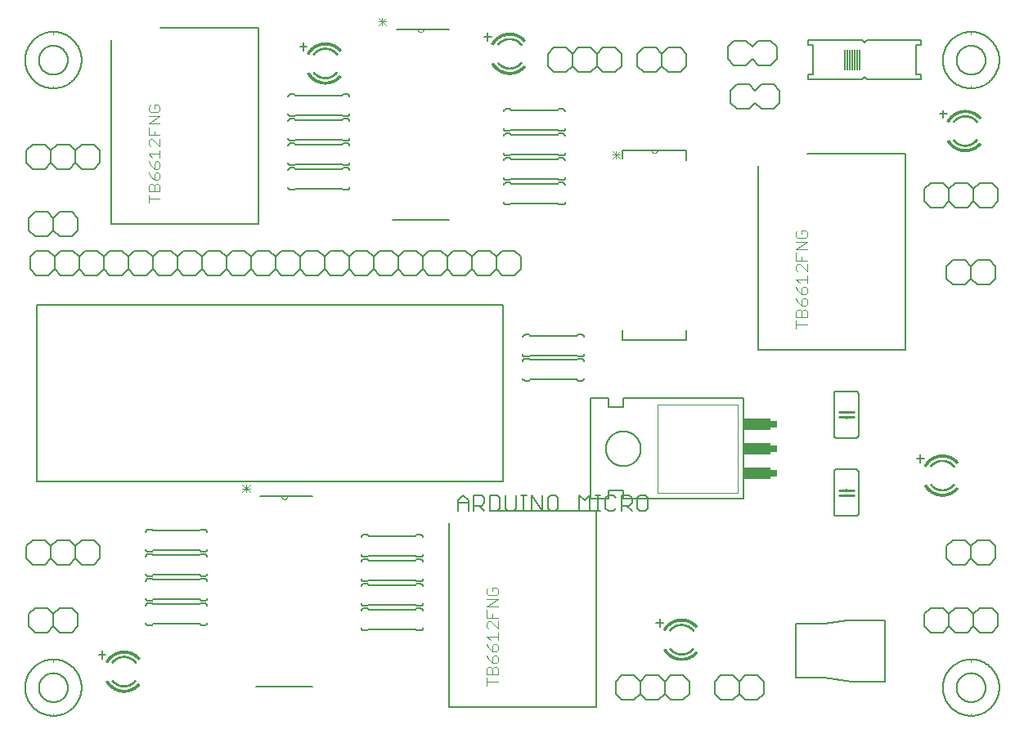
<source format=gto>
G75*
%MOIN*%
%OFA0B0*%
%FSLAX25Y25*%
%IPPOS*%
%LPD*%
%AMOC8*
5,1,8,0,0,1.08239X$1,22.5*
%
%ADD10C,0.00600*%
%ADD11C,0.00500*%
%ADD12C,0.00000*%
%ADD13C,0.00300*%
%ADD14C,0.00200*%
%ADD15R,0.02500X0.03000*%
%ADD16R,0.11000X0.05000*%
%ADD17C,0.01000*%
%ADD18C,0.00800*%
%ADD19C,0.00060*%
%ADD20C,0.00100*%
%ADD21C,0.00400*%
D10*
X0025976Y0052240D02*
X0025979Y0052522D01*
X0025990Y0052804D01*
X0026007Y0053086D01*
X0026031Y0053367D01*
X0026062Y0053648D01*
X0026100Y0053927D01*
X0026145Y0054206D01*
X0026197Y0054484D01*
X0026255Y0054760D01*
X0026321Y0055034D01*
X0026393Y0055307D01*
X0026471Y0055578D01*
X0026556Y0055847D01*
X0026648Y0056114D01*
X0026747Y0056379D01*
X0026851Y0056641D01*
X0026963Y0056900D01*
X0027080Y0057157D01*
X0027204Y0057411D01*
X0027334Y0057661D01*
X0027470Y0057908D01*
X0027612Y0058152D01*
X0027760Y0058392D01*
X0027914Y0058629D01*
X0028074Y0058862D01*
X0028239Y0059091D01*
X0028410Y0059315D01*
X0028586Y0059536D01*
X0028768Y0059751D01*
X0028955Y0059963D01*
X0029147Y0060170D01*
X0029344Y0060372D01*
X0029546Y0060569D01*
X0029753Y0060761D01*
X0029965Y0060948D01*
X0030180Y0061130D01*
X0030401Y0061306D01*
X0030625Y0061477D01*
X0030854Y0061642D01*
X0031087Y0061802D01*
X0031324Y0061956D01*
X0031564Y0062104D01*
X0031808Y0062246D01*
X0032055Y0062382D01*
X0032305Y0062512D01*
X0032559Y0062636D01*
X0032816Y0062753D01*
X0033075Y0062865D01*
X0033337Y0062969D01*
X0033602Y0063068D01*
X0033869Y0063160D01*
X0034138Y0063245D01*
X0034409Y0063323D01*
X0034682Y0063395D01*
X0034956Y0063461D01*
X0035232Y0063519D01*
X0035510Y0063571D01*
X0035789Y0063616D01*
X0036068Y0063654D01*
X0036349Y0063685D01*
X0036630Y0063709D01*
X0036912Y0063726D01*
X0037194Y0063737D01*
X0037476Y0063740D01*
X0037758Y0063737D01*
X0038040Y0063726D01*
X0038322Y0063709D01*
X0038603Y0063685D01*
X0038884Y0063654D01*
X0039163Y0063616D01*
X0039442Y0063571D01*
X0039720Y0063519D01*
X0039996Y0063461D01*
X0040270Y0063395D01*
X0040543Y0063323D01*
X0040814Y0063245D01*
X0041083Y0063160D01*
X0041350Y0063068D01*
X0041615Y0062969D01*
X0041877Y0062865D01*
X0042136Y0062753D01*
X0042393Y0062636D01*
X0042647Y0062512D01*
X0042897Y0062382D01*
X0043144Y0062246D01*
X0043388Y0062104D01*
X0043628Y0061956D01*
X0043865Y0061802D01*
X0044098Y0061642D01*
X0044327Y0061477D01*
X0044551Y0061306D01*
X0044772Y0061130D01*
X0044987Y0060948D01*
X0045199Y0060761D01*
X0045406Y0060569D01*
X0045608Y0060372D01*
X0045805Y0060170D01*
X0045997Y0059963D01*
X0046184Y0059751D01*
X0046366Y0059536D01*
X0046542Y0059315D01*
X0046713Y0059091D01*
X0046878Y0058862D01*
X0047038Y0058629D01*
X0047192Y0058392D01*
X0047340Y0058152D01*
X0047482Y0057908D01*
X0047618Y0057661D01*
X0047748Y0057411D01*
X0047872Y0057157D01*
X0047989Y0056900D01*
X0048101Y0056641D01*
X0048205Y0056379D01*
X0048304Y0056114D01*
X0048396Y0055847D01*
X0048481Y0055578D01*
X0048559Y0055307D01*
X0048631Y0055034D01*
X0048697Y0054760D01*
X0048755Y0054484D01*
X0048807Y0054206D01*
X0048852Y0053927D01*
X0048890Y0053648D01*
X0048921Y0053367D01*
X0048945Y0053086D01*
X0048962Y0052804D01*
X0048973Y0052522D01*
X0048976Y0052240D01*
X0048973Y0051958D01*
X0048962Y0051676D01*
X0048945Y0051394D01*
X0048921Y0051113D01*
X0048890Y0050832D01*
X0048852Y0050553D01*
X0048807Y0050274D01*
X0048755Y0049996D01*
X0048697Y0049720D01*
X0048631Y0049446D01*
X0048559Y0049173D01*
X0048481Y0048902D01*
X0048396Y0048633D01*
X0048304Y0048366D01*
X0048205Y0048101D01*
X0048101Y0047839D01*
X0047989Y0047580D01*
X0047872Y0047323D01*
X0047748Y0047069D01*
X0047618Y0046819D01*
X0047482Y0046572D01*
X0047340Y0046328D01*
X0047192Y0046088D01*
X0047038Y0045851D01*
X0046878Y0045618D01*
X0046713Y0045389D01*
X0046542Y0045165D01*
X0046366Y0044944D01*
X0046184Y0044729D01*
X0045997Y0044517D01*
X0045805Y0044310D01*
X0045608Y0044108D01*
X0045406Y0043911D01*
X0045199Y0043719D01*
X0044987Y0043532D01*
X0044772Y0043350D01*
X0044551Y0043174D01*
X0044327Y0043003D01*
X0044098Y0042838D01*
X0043865Y0042678D01*
X0043628Y0042524D01*
X0043388Y0042376D01*
X0043144Y0042234D01*
X0042897Y0042098D01*
X0042647Y0041968D01*
X0042393Y0041844D01*
X0042136Y0041727D01*
X0041877Y0041615D01*
X0041615Y0041511D01*
X0041350Y0041412D01*
X0041083Y0041320D01*
X0040814Y0041235D01*
X0040543Y0041157D01*
X0040270Y0041085D01*
X0039996Y0041019D01*
X0039720Y0040961D01*
X0039442Y0040909D01*
X0039163Y0040864D01*
X0038884Y0040826D01*
X0038603Y0040795D01*
X0038322Y0040771D01*
X0038040Y0040754D01*
X0037758Y0040743D01*
X0037476Y0040740D01*
X0037194Y0040743D01*
X0036912Y0040754D01*
X0036630Y0040771D01*
X0036349Y0040795D01*
X0036068Y0040826D01*
X0035789Y0040864D01*
X0035510Y0040909D01*
X0035232Y0040961D01*
X0034956Y0041019D01*
X0034682Y0041085D01*
X0034409Y0041157D01*
X0034138Y0041235D01*
X0033869Y0041320D01*
X0033602Y0041412D01*
X0033337Y0041511D01*
X0033075Y0041615D01*
X0032816Y0041727D01*
X0032559Y0041844D01*
X0032305Y0041968D01*
X0032055Y0042098D01*
X0031808Y0042234D01*
X0031564Y0042376D01*
X0031324Y0042524D01*
X0031087Y0042678D01*
X0030854Y0042838D01*
X0030625Y0043003D01*
X0030401Y0043174D01*
X0030180Y0043350D01*
X0029965Y0043532D01*
X0029753Y0043719D01*
X0029546Y0043911D01*
X0029344Y0044108D01*
X0029147Y0044310D01*
X0028955Y0044517D01*
X0028768Y0044729D01*
X0028586Y0044944D01*
X0028410Y0045165D01*
X0028239Y0045389D01*
X0028074Y0045618D01*
X0027914Y0045851D01*
X0027760Y0046088D01*
X0027612Y0046328D01*
X0027470Y0046572D01*
X0027334Y0046819D01*
X0027204Y0047069D01*
X0027080Y0047323D01*
X0026963Y0047580D01*
X0026851Y0047839D01*
X0026747Y0048101D01*
X0026648Y0048366D01*
X0026556Y0048633D01*
X0026471Y0048902D01*
X0026393Y0049173D01*
X0026321Y0049446D01*
X0026255Y0049720D01*
X0026197Y0049996D01*
X0026145Y0050274D01*
X0026100Y0050553D01*
X0026062Y0050832D01*
X0026031Y0051113D01*
X0026007Y0051394D01*
X0025990Y0051676D01*
X0025979Y0051958D01*
X0025976Y0052240D01*
X0029976Y0074799D02*
X0027476Y0077299D01*
X0027476Y0082299D01*
X0029976Y0084799D01*
X0034976Y0084799D01*
X0037476Y0082299D01*
X0039976Y0084799D01*
X0044976Y0084799D01*
X0047476Y0082299D01*
X0047476Y0077299D01*
X0044976Y0074799D01*
X0039976Y0074799D01*
X0037476Y0077299D01*
X0034976Y0074799D01*
X0029976Y0074799D01*
X0037476Y0077299D02*
X0037476Y0082299D01*
X0038913Y0102358D02*
X0036413Y0104858D01*
X0033913Y0102358D01*
X0028913Y0102358D01*
X0026413Y0104858D01*
X0026413Y0109858D01*
X0028913Y0112358D01*
X0033913Y0112358D01*
X0036413Y0109858D01*
X0038913Y0112358D01*
X0043913Y0112358D01*
X0046413Y0109858D01*
X0048913Y0112358D01*
X0053913Y0112358D01*
X0056413Y0109858D01*
X0056413Y0104858D01*
X0053913Y0102358D01*
X0048913Y0102358D01*
X0046413Y0104858D01*
X0043913Y0102358D01*
X0038913Y0102358D01*
X0036413Y0104858D02*
X0036413Y0109858D01*
X0046413Y0109858D02*
X0046413Y0104858D01*
X0075173Y0105740D02*
X0075175Y0105800D01*
X0075180Y0105861D01*
X0075189Y0105920D01*
X0075202Y0105979D01*
X0075218Y0106038D01*
X0075238Y0106095D01*
X0075261Y0106150D01*
X0075288Y0106205D01*
X0075317Y0106257D01*
X0075350Y0106308D01*
X0075386Y0106357D01*
X0075424Y0106403D01*
X0075466Y0106447D01*
X0075510Y0106489D01*
X0075556Y0106527D01*
X0075605Y0106563D01*
X0075656Y0106596D01*
X0075708Y0106625D01*
X0075763Y0106652D01*
X0075818Y0106675D01*
X0075875Y0106695D01*
X0075934Y0106711D01*
X0075993Y0106724D01*
X0076052Y0106733D01*
X0076113Y0106738D01*
X0076173Y0106740D01*
X0077673Y0106740D01*
X0078173Y0106240D01*
X0097173Y0106240D01*
X0097673Y0106740D01*
X0099173Y0106740D01*
X0099233Y0106738D01*
X0099294Y0106733D01*
X0099353Y0106724D01*
X0099412Y0106711D01*
X0099471Y0106695D01*
X0099528Y0106675D01*
X0099583Y0106652D01*
X0099638Y0106625D01*
X0099690Y0106596D01*
X0099741Y0106563D01*
X0099790Y0106527D01*
X0099836Y0106489D01*
X0099880Y0106447D01*
X0099922Y0106403D01*
X0099960Y0106357D01*
X0099996Y0106308D01*
X0100029Y0106257D01*
X0100058Y0106205D01*
X0100085Y0106150D01*
X0100108Y0106095D01*
X0100128Y0106038D01*
X0100144Y0105979D01*
X0100157Y0105920D01*
X0100166Y0105861D01*
X0100171Y0105800D01*
X0100173Y0105740D01*
X0099173Y0107740D02*
X0097673Y0107740D01*
X0097173Y0108240D01*
X0078173Y0108240D01*
X0077673Y0107740D01*
X0076173Y0107740D01*
X0076113Y0107742D01*
X0076052Y0107747D01*
X0075993Y0107756D01*
X0075934Y0107769D01*
X0075875Y0107785D01*
X0075818Y0107805D01*
X0075763Y0107828D01*
X0075708Y0107855D01*
X0075656Y0107884D01*
X0075605Y0107917D01*
X0075556Y0107953D01*
X0075510Y0107991D01*
X0075466Y0108033D01*
X0075424Y0108077D01*
X0075386Y0108123D01*
X0075350Y0108172D01*
X0075317Y0108223D01*
X0075288Y0108275D01*
X0075261Y0108330D01*
X0075238Y0108385D01*
X0075218Y0108442D01*
X0075202Y0108501D01*
X0075189Y0108560D01*
X0075180Y0108619D01*
X0075175Y0108680D01*
X0075173Y0108740D01*
X0075173Y0115740D02*
X0075175Y0115800D01*
X0075180Y0115861D01*
X0075189Y0115920D01*
X0075202Y0115979D01*
X0075218Y0116038D01*
X0075238Y0116095D01*
X0075261Y0116150D01*
X0075288Y0116205D01*
X0075317Y0116257D01*
X0075350Y0116308D01*
X0075386Y0116357D01*
X0075424Y0116403D01*
X0075466Y0116447D01*
X0075510Y0116489D01*
X0075556Y0116527D01*
X0075605Y0116563D01*
X0075656Y0116596D01*
X0075708Y0116625D01*
X0075763Y0116652D01*
X0075818Y0116675D01*
X0075875Y0116695D01*
X0075934Y0116711D01*
X0075993Y0116724D01*
X0076052Y0116733D01*
X0076113Y0116738D01*
X0076173Y0116740D01*
X0077673Y0116740D01*
X0078173Y0116240D01*
X0097173Y0116240D01*
X0097673Y0116740D01*
X0099173Y0116740D01*
X0099233Y0116738D01*
X0099294Y0116733D01*
X0099353Y0116724D01*
X0099412Y0116711D01*
X0099471Y0116695D01*
X0099528Y0116675D01*
X0099583Y0116652D01*
X0099638Y0116625D01*
X0099690Y0116596D01*
X0099741Y0116563D01*
X0099790Y0116527D01*
X0099836Y0116489D01*
X0099880Y0116447D01*
X0099922Y0116403D01*
X0099960Y0116357D01*
X0099996Y0116308D01*
X0100029Y0116257D01*
X0100058Y0116205D01*
X0100085Y0116150D01*
X0100108Y0116095D01*
X0100128Y0116038D01*
X0100144Y0115979D01*
X0100157Y0115920D01*
X0100166Y0115861D01*
X0100171Y0115800D01*
X0100173Y0115740D01*
X0100173Y0108740D02*
X0100171Y0108680D01*
X0100166Y0108619D01*
X0100157Y0108560D01*
X0100144Y0108501D01*
X0100128Y0108442D01*
X0100108Y0108385D01*
X0100085Y0108330D01*
X0100058Y0108275D01*
X0100029Y0108223D01*
X0099996Y0108172D01*
X0099960Y0108123D01*
X0099922Y0108077D01*
X0099880Y0108033D01*
X0099836Y0107991D01*
X0099790Y0107953D01*
X0099741Y0107917D01*
X0099690Y0107884D01*
X0099638Y0107855D01*
X0099583Y0107828D01*
X0099528Y0107805D01*
X0099471Y0107785D01*
X0099412Y0107769D01*
X0099353Y0107756D01*
X0099294Y0107747D01*
X0099233Y0107742D01*
X0099173Y0107740D01*
X0100173Y0098740D02*
X0100171Y0098680D01*
X0100166Y0098619D01*
X0100157Y0098560D01*
X0100144Y0098501D01*
X0100128Y0098442D01*
X0100108Y0098385D01*
X0100085Y0098330D01*
X0100058Y0098275D01*
X0100029Y0098223D01*
X0099996Y0098172D01*
X0099960Y0098123D01*
X0099922Y0098077D01*
X0099880Y0098033D01*
X0099836Y0097991D01*
X0099790Y0097953D01*
X0099741Y0097917D01*
X0099690Y0097884D01*
X0099638Y0097855D01*
X0099583Y0097828D01*
X0099528Y0097805D01*
X0099471Y0097785D01*
X0099412Y0097769D01*
X0099353Y0097756D01*
X0099294Y0097747D01*
X0099233Y0097742D01*
X0099173Y0097740D01*
X0097673Y0097740D01*
X0097173Y0098240D01*
X0078173Y0098240D01*
X0077673Y0097740D01*
X0076173Y0097740D01*
X0076173Y0096740D02*
X0077673Y0096740D01*
X0078173Y0096240D01*
X0097173Y0096240D01*
X0097673Y0096740D01*
X0099173Y0096740D01*
X0099233Y0096738D01*
X0099294Y0096733D01*
X0099353Y0096724D01*
X0099412Y0096711D01*
X0099471Y0096695D01*
X0099528Y0096675D01*
X0099583Y0096652D01*
X0099638Y0096625D01*
X0099690Y0096596D01*
X0099741Y0096563D01*
X0099790Y0096527D01*
X0099836Y0096489D01*
X0099880Y0096447D01*
X0099922Y0096403D01*
X0099960Y0096357D01*
X0099996Y0096308D01*
X0100029Y0096257D01*
X0100058Y0096205D01*
X0100085Y0096150D01*
X0100108Y0096095D01*
X0100128Y0096038D01*
X0100144Y0095979D01*
X0100157Y0095920D01*
X0100166Y0095861D01*
X0100171Y0095800D01*
X0100173Y0095740D01*
X0100173Y0088740D02*
X0100171Y0088680D01*
X0100166Y0088619D01*
X0100157Y0088560D01*
X0100144Y0088501D01*
X0100128Y0088442D01*
X0100108Y0088385D01*
X0100085Y0088330D01*
X0100058Y0088275D01*
X0100029Y0088223D01*
X0099996Y0088172D01*
X0099960Y0088123D01*
X0099922Y0088077D01*
X0099880Y0088033D01*
X0099836Y0087991D01*
X0099790Y0087953D01*
X0099741Y0087917D01*
X0099690Y0087884D01*
X0099638Y0087855D01*
X0099583Y0087828D01*
X0099528Y0087805D01*
X0099471Y0087785D01*
X0099412Y0087769D01*
X0099353Y0087756D01*
X0099294Y0087747D01*
X0099233Y0087742D01*
X0099173Y0087740D01*
X0097673Y0087740D01*
X0097173Y0088240D01*
X0078173Y0088240D01*
X0077673Y0087740D01*
X0076173Y0087740D01*
X0076173Y0086740D02*
X0077673Y0086740D01*
X0078173Y0086240D01*
X0097173Y0086240D01*
X0097673Y0086740D01*
X0099173Y0086740D01*
X0099233Y0086738D01*
X0099294Y0086733D01*
X0099353Y0086724D01*
X0099412Y0086711D01*
X0099471Y0086695D01*
X0099528Y0086675D01*
X0099583Y0086652D01*
X0099638Y0086625D01*
X0099690Y0086596D01*
X0099741Y0086563D01*
X0099790Y0086527D01*
X0099836Y0086489D01*
X0099880Y0086447D01*
X0099922Y0086403D01*
X0099960Y0086357D01*
X0099996Y0086308D01*
X0100029Y0086257D01*
X0100058Y0086205D01*
X0100085Y0086150D01*
X0100108Y0086095D01*
X0100128Y0086038D01*
X0100144Y0085979D01*
X0100157Y0085920D01*
X0100166Y0085861D01*
X0100171Y0085800D01*
X0100173Y0085740D01*
X0100173Y0078740D02*
X0100171Y0078680D01*
X0100166Y0078619D01*
X0100157Y0078560D01*
X0100144Y0078501D01*
X0100128Y0078442D01*
X0100108Y0078385D01*
X0100085Y0078330D01*
X0100058Y0078275D01*
X0100029Y0078223D01*
X0099996Y0078172D01*
X0099960Y0078123D01*
X0099922Y0078077D01*
X0099880Y0078033D01*
X0099836Y0077991D01*
X0099790Y0077953D01*
X0099741Y0077917D01*
X0099690Y0077884D01*
X0099638Y0077855D01*
X0099583Y0077828D01*
X0099528Y0077805D01*
X0099471Y0077785D01*
X0099412Y0077769D01*
X0099353Y0077756D01*
X0099294Y0077747D01*
X0099233Y0077742D01*
X0099173Y0077740D01*
X0097673Y0077740D01*
X0097173Y0078240D01*
X0078173Y0078240D01*
X0077673Y0077740D01*
X0076173Y0077740D01*
X0076113Y0077742D01*
X0076052Y0077747D01*
X0075993Y0077756D01*
X0075934Y0077769D01*
X0075875Y0077785D01*
X0075818Y0077805D01*
X0075763Y0077828D01*
X0075708Y0077855D01*
X0075656Y0077884D01*
X0075605Y0077917D01*
X0075556Y0077953D01*
X0075510Y0077991D01*
X0075466Y0078033D01*
X0075424Y0078077D01*
X0075386Y0078123D01*
X0075350Y0078172D01*
X0075317Y0078223D01*
X0075288Y0078275D01*
X0075261Y0078330D01*
X0075238Y0078385D01*
X0075218Y0078442D01*
X0075202Y0078501D01*
X0075189Y0078560D01*
X0075180Y0078619D01*
X0075175Y0078680D01*
X0075173Y0078740D01*
X0075173Y0085740D02*
X0075175Y0085800D01*
X0075180Y0085861D01*
X0075189Y0085920D01*
X0075202Y0085979D01*
X0075218Y0086038D01*
X0075238Y0086095D01*
X0075261Y0086150D01*
X0075288Y0086205D01*
X0075317Y0086257D01*
X0075350Y0086308D01*
X0075386Y0086357D01*
X0075424Y0086403D01*
X0075466Y0086447D01*
X0075510Y0086489D01*
X0075556Y0086527D01*
X0075605Y0086563D01*
X0075656Y0086596D01*
X0075708Y0086625D01*
X0075763Y0086652D01*
X0075818Y0086675D01*
X0075875Y0086695D01*
X0075934Y0086711D01*
X0075993Y0086724D01*
X0076052Y0086733D01*
X0076113Y0086738D01*
X0076173Y0086740D01*
X0076173Y0087740D02*
X0076113Y0087742D01*
X0076052Y0087747D01*
X0075993Y0087756D01*
X0075934Y0087769D01*
X0075875Y0087785D01*
X0075818Y0087805D01*
X0075763Y0087828D01*
X0075708Y0087855D01*
X0075656Y0087884D01*
X0075605Y0087917D01*
X0075556Y0087953D01*
X0075510Y0087991D01*
X0075466Y0088033D01*
X0075424Y0088077D01*
X0075386Y0088123D01*
X0075350Y0088172D01*
X0075317Y0088223D01*
X0075288Y0088275D01*
X0075261Y0088330D01*
X0075238Y0088385D01*
X0075218Y0088442D01*
X0075202Y0088501D01*
X0075189Y0088560D01*
X0075180Y0088619D01*
X0075175Y0088680D01*
X0075173Y0088740D01*
X0075173Y0095740D02*
X0075175Y0095800D01*
X0075180Y0095861D01*
X0075189Y0095920D01*
X0075202Y0095979D01*
X0075218Y0096038D01*
X0075238Y0096095D01*
X0075261Y0096150D01*
X0075288Y0096205D01*
X0075317Y0096257D01*
X0075350Y0096308D01*
X0075386Y0096357D01*
X0075424Y0096403D01*
X0075466Y0096447D01*
X0075510Y0096489D01*
X0075556Y0096527D01*
X0075605Y0096563D01*
X0075656Y0096596D01*
X0075708Y0096625D01*
X0075763Y0096652D01*
X0075818Y0096675D01*
X0075875Y0096695D01*
X0075934Y0096711D01*
X0075993Y0096724D01*
X0076052Y0096733D01*
X0076113Y0096738D01*
X0076173Y0096740D01*
X0076173Y0097740D02*
X0076113Y0097742D01*
X0076052Y0097747D01*
X0075993Y0097756D01*
X0075934Y0097769D01*
X0075875Y0097785D01*
X0075818Y0097805D01*
X0075763Y0097828D01*
X0075708Y0097855D01*
X0075656Y0097884D01*
X0075605Y0097917D01*
X0075556Y0097953D01*
X0075510Y0097991D01*
X0075466Y0098033D01*
X0075424Y0098077D01*
X0075386Y0098123D01*
X0075350Y0098172D01*
X0075317Y0098223D01*
X0075288Y0098275D01*
X0075261Y0098330D01*
X0075238Y0098385D01*
X0075218Y0098442D01*
X0075202Y0098501D01*
X0075189Y0098560D01*
X0075180Y0098619D01*
X0075175Y0098680D01*
X0075173Y0098740D01*
X0121810Y0130292D02*
X0130410Y0130292D01*
X0132810Y0130292D01*
X0143110Y0130292D01*
X0164047Y0114614D02*
X0165547Y0114614D01*
X0166047Y0114114D01*
X0185047Y0114114D01*
X0185547Y0114614D01*
X0187047Y0114614D01*
X0187107Y0114612D01*
X0187168Y0114607D01*
X0187227Y0114598D01*
X0187286Y0114585D01*
X0187345Y0114569D01*
X0187402Y0114549D01*
X0187457Y0114526D01*
X0187512Y0114499D01*
X0187564Y0114470D01*
X0187615Y0114437D01*
X0187664Y0114401D01*
X0187710Y0114363D01*
X0187754Y0114321D01*
X0187796Y0114277D01*
X0187834Y0114231D01*
X0187870Y0114182D01*
X0187903Y0114131D01*
X0187932Y0114079D01*
X0187959Y0114024D01*
X0187982Y0113969D01*
X0188002Y0113912D01*
X0188018Y0113853D01*
X0188031Y0113794D01*
X0188040Y0113735D01*
X0188045Y0113674D01*
X0188047Y0113614D01*
X0188047Y0106614D02*
X0188045Y0106554D01*
X0188040Y0106493D01*
X0188031Y0106434D01*
X0188018Y0106375D01*
X0188002Y0106316D01*
X0187982Y0106259D01*
X0187959Y0106204D01*
X0187932Y0106149D01*
X0187903Y0106097D01*
X0187870Y0106046D01*
X0187834Y0105997D01*
X0187796Y0105951D01*
X0187754Y0105907D01*
X0187710Y0105865D01*
X0187664Y0105827D01*
X0187615Y0105791D01*
X0187564Y0105758D01*
X0187512Y0105729D01*
X0187457Y0105702D01*
X0187402Y0105679D01*
X0187345Y0105659D01*
X0187286Y0105643D01*
X0187227Y0105630D01*
X0187168Y0105621D01*
X0187107Y0105616D01*
X0187047Y0105614D01*
X0185547Y0105614D01*
X0185047Y0106114D01*
X0166047Y0106114D01*
X0165547Y0105614D01*
X0164047Y0105614D01*
X0164047Y0104614D02*
X0165547Y0104614D01*
X0166047Y0104114D01*
X0185047Y0104114D01*
X0185547Y0104614D01*
X0187047Y0104614D01*
X0187107Y0104612D01*
X0187168Y0104607D01*
X0187227Y0104598D01*
X0187286Y0104585D01*
X0187345Y0104569D01*
X0187402Y0104549D01*
X0187457Y0104526D01*
X0187512Y0104499D01*
X0187564Y0104470D01*
X0187615Y0104437D01*
X0187664Y0104401D01*
X0187710Y0104363D01*
X0187754Y0104321D01*
X0187796Y0104277D01*
X0187834Y0104231D01*
X0187870Y0104182D01*
X0187903Y0104131D01*
X0187932Y0104079D01*
X0187959Y0104024D01*
X0187982Y0103969D01*
X0188002Y0103912D01*
X0188018Y0103853D01*
X0188031Y0103794D01*
X0188040Y0103735D01*
X0188045Y0103674D01*
X0188047Y0103614D01*
X0188047Y0096614D02*
X0188045Y0096554D01*
X0188040Y0096493D01*
X0188031Y0096434D01*
X0188018Y0096375D01*
X0188002Y0096316D01*
X0187982Y0096259D01*
X0187959Y0096204D01*
X0187932Y0096149D01*
X0187903Y0096097D01*
X0187870Y0096046D01*
X0187834Y0095997D01*
X0187796Y0095951D01*
X0187754Y0095907D01*
X0187710Y0095865D01*
X0187664Y0095827D01*
X0187615Y0095791D01*
X0187564Y0095758D01*
X0187512Y0095729D01*
X0187457Y0095702D01*
X0187402Y0095679D01*
X0187345Y0095659D01*
X0187286Y0095643D01*
X0187227Y0095630D01*
X0187168Y0095621D01*
X0187107Y0095616D01*
X0187047Y0095614D01*
X0185547Y0095614D01*
X0185047Y0096114D01*
X0166047Y0096114D01*
X0165547Y0095614D01*
X0164047Y0095614D01*
X0164047Y0094614D02*
X0165547Y0094614D01*
X0166047Y0094114D01*
X0185047Y0094114D01*
X0185547Y0094614D01*
X0187047Y0094614D01*
X0187107Y0094612D01*
X0187168Y0094607D01*
X0187227Y0094598D01*
X0187286Y0094585D01*
X0187345Y0094569D01*
X0187402Y0094549D01*
X0187457Y0094526D01*
X0187512Y0094499D01*
X0187564Y0094470D01*
X0187615Y0094437D01*
X0187664Y0094401D01*
X0187710Y0094363D01*
X0187754Y0094321D01*
X0187796Y0094277D01*
X0187834Y0094231D01*
X0187870Y0094182D01*
X0187903Y0094131D01*
X0187932Y0094079D01*
X0187959Y0094024D01*
X0187982Y0093969D01*
X0188002Y0093912D01*
X0188018Y0093853D01*
X0188031Y0093794D01*
X0188040Y0093735D01*
X0188045Y0093674D01*
X0188047Y0093614D01*
X0188047Y0086614D02*
X0188045Y0086554D01*
X0188040Y0086493D01*
X0188031Y0086434D01*
X0188018Y0086375D01*
X0188002Y0086316D01*
X0187982Y0086259D01*
X0187959Y0086204D01*
X0187932Y0086149D01*
X0187903Y0086097D01*
X0187870Y0086046D01*
X0187834Y0085997D01*
X0187796Y0085951D01*
X0187754Y0085907D01*
X0187710Y0085865D01*
X0187664Y0085827D01*
X0187615Y0085791D01*
X0187564Y0085758D01*
X0187512Y0085729D01*
X0187457Y0085702D01*
X0187402Y0085679D01*
X0187345Y0085659D01*
X0187286Y0085643D01*
X0187227Y0085630D01*
X0187168Y0085621D01*
X0187107Y0085616D01*
X0187047Y0085614D01*
X0185547Y0085614D01*
X0185047Y0086114D01*
X0166047Y0086114D01*
X0165547Y0085614D01*
X0164047Y0085614D01*
X0164047Y0084614D02*
X0165547Y0084614D01*
X0166047Y0084114D01*
X0185047Y0084114D01*
X0185547Y0084614D01*
X0187047Y0084614D01*
X0187107Y0084612D01*
X0187168Y0084607D01*
X0187227Y0084598D01*
X0187286Y0084585D01*
X0187345Y0084569D01*
X0187402Y0084549D01*
X0187457Y0084526D01*
X0187512Y0084499D01*
X0187564Y0084470D01*
X0187615Y0084437D01*
X0187664Y0084401D01*
X0187710Y0084363D01*
X0187754Y0084321D01*
X0187796Y0084277D01*
X0187834Y0084231D01*
X0187870Y0084182D01*
X0187903Y0084131D01*
X0187932Y0084079D01*
X0187959Y0084024D01*
X0187982Y0083969D01*
X0188002Y0083912D01*
X0188018Y0083853D01*
X0188031Y0083794D01*
X0188040Y0083735D01*
X0188045Y0083674D01*
X0188047Y0083614D01*
X0188047Y0076614D02*
X0188045Y0076554D01*
X0188040Y0076493D01*
X0188031Y0076434D01*
X0188018Y0076375D01*
X0188002Y0076316D01*
X0187982Y0076259D01*
X0187959Y0076204D01*
X0187932Y0076149D01*
X0187903Y0076097D01*
X0187870Y0076046D01*
X0187834Y0075997D01*
X0187796Y0075951D01*
X0187754Y0075907D01*
X0187710Y0075865D01*
X0187664Y0075827D01*
X0187615Y0075791D01*
X0187564Y0075758D01*
X0187512Y0075729D01*
X0187457Y0075702D01*
X0187402Y0075679D01*
X0187345Y0075659D01*
X0187286Y0075643D01*
X0187227Y0075630D01*
X0187168Y0075621D01*
X0187107Y0075616D01*
X0187047Y0075614D01*
X0185547Y0075614D01*
X0185047Y0076114D01*
X0166047Y0076114D01*
X0165547Y0075614D01*
X0164047Y0075614D01*
X0163987Y0075616D01*
X0163926Y0075621D01*
X0163867Y0075630D01*
X0163808Y0075643D01*
X0163749Y0075659D01*
X0163692Y0075679D01*
X0163637Y0075702D01*
X0163582Y0075729D01*
X0163530Y0075758D01*
X0163479Y0075791D01*
X0163430Y0075827D01*
X0163384Y0075865D01*
X0163340Y0075907D01*
X0163298Y0075951D01*
X0163260Y0075997D01*
X0163224Y0076046D01*
X0163191Y0076097D01*
X0163162Y0076149D01*
X0163135Y0076204D01*
X0163112Y0076259D01*
X0163092Y0076316D01*
X0163076Y0076375D01*
X0163063Y0076434D01*
X0163054Y0076493D01*
X0163049Y0076554D01*
X0163047Y0076614D01*
X0163047Y0083614D02*
X0163049Y0083674D01*
X0163054Y0083735D01*
X0163063Y0083794D01*
X0163076Y0083853D01*
X0163092Y0083912D01*
X0163112Y0083969D01*
X0163135Y0084024D01*
X0163162Y0084079D01*
X0163191Y0084131D01*
X0163224Y0084182D01*
X0163260Y0084231D01*
X0163298Y0084277D01*
X0163340Y0084321D01*
X0163384Y0084363D01*
X0163430Y0084401D01*
X0163479Y0084437D01*
X0163530Y0084470D01*
X0163582Y0084499D01*
X0163637Y0084526D01*
X0163692Y0084549D01*
X0163749Y0084569D01*
X0163808Y0084585D01*
X0163867Y0084598D01*
X0163926Y0084607D01*
X0163987Y0084612D01*
X0164047Y0084614D01*
X0164047Y0085614D02*
X0163987Y0085616D01*
X0163926Y0085621D01*
X0163867Y0085630D01*
X0163808Y0085643D01*
X0163749Y0085659D01*
X0163692Y0085679D01*
X0163637Y0085702D01*
X0163582Y0085729D01*
X0163530Y0085758D01*
X0163479Y0085791D01*
X0163430Y0085827D01*
X0163384Y0085865D01*
X0163340Y0085907D01*
X0163298Y0085951D01*
X0163260Y0085997D01*
X0163224Y0086046D01*
X0163191Y0086097D01*
X0163162Y0086149D01*
X0163135Y0086204D01*
X0163112Y0086259D01*
X0163092Y0086316D01*
X0163076Y0086375D01*
X0163063Y0086434D01*
X0163054Y0086493D01*
X0163049Y0086554D01*
X0163047Y0086614D01*
X0163047Y0093614D02*
X0163049Y0093674D01*
X0163054Y0093735D01*
X0163063Y0093794D01*
X0163076Y0093853D01*
X0163092Y0093912D01*
X0163112Y0093969D01*
X0163135Y0094024D01*
X0163162Y0094079D01*
X0163191Y0094131D01*
X0163224Y0094182D01*
X0163260Y0094231D01*
X0163298Y0094277D01*
X0163340Y0094321D01*
X0163384Y0094363D01*
X0163430Y0094401D01*
X0163479Y0094437D01*
X0163530Y0094470D01*
X0163582Y0094499D01*
X0163637Y0094526D01*
X0163692Y0094549D01*
X0163749Y0094569D01*
X0163808Y0094585D01*
X0163867Y0094598D01*
X0163926Y0094607D01*
X0163987Y0094612D01*
X0164047Y0094614D01*
X0164047Y0095614D02*
X0163987Y0095616D01*
X0163926Y0095621D01*
X0163867Y0095630D01*
X0163808Y0095643D01*
X0163749Y0095659D01*
X0163692Y0095679D01*
X0163637Y0095702D01*
X0163582Y0095729D01*
X0163530Y0095758D01*
X0163479Y0095791D01*
X0163430Y0095827D01*
X0163384Y0095865D01*
X0163340Y0095907D01*
X0163298Y0095951D01*
X0163260Y0095997D01*
X0163224Y0096046D01*
X0163191Y0096097D01*
X0163162Y0096149D01*
X0163135Y0096204D01*
X0163112Y0096259D01*
X0163092Y0096316D01*
X0163076Y0096375D01*
X0163063Y0096434D01*
X0163054Y0096493D01*
X0163049Y0096554D01*
X0163047Y0096614D01*
X0163047Y0103614D02*
X0163049Y0103674D01*
X0163054Y0103735D01*
X0163063Y0103794D01*
X0163076Y0103853D01*
X0163092Y0103912D01*
X0163112Y0103969D01*
X0163135Y0104024D01*
X0163162Y0104079D01*
X0163191Y0104131D01*
X0163224Y0104182D01*
X0163260Y0104231D01*
X0163298Y0104277D01*
X0163340Y0104321D01*
X0163384Y0104363D01*
X0163430Y0104401D01*
X0163479Y0104437D01*
X0163530Y0104470D01*
X0163582Y0104499D01*
X0163637Y0104526D01*
X0163692Y0104549D01*
X0163749Y0104569D01*
X0163808Y0104585D01*
X0163867Y0104598D01*
X0163926Y0104607D01*
X0163987Y0104612D01*
X0164047Y0104614D01*
X0164047Y0105614D02*
X0163987Y0105616D01*
X0163926Y0105621D01*
X0163867Y0105630D01*
X0163808Y0105643D01*
X0163749Y0105659D01*
X0163692Y0105679D01*
X0163637Y0105702D01*
X0163582Y0105729D01*
X0163530Y0105758D01*
X0163479Y0105791D01*
X0163430Y0105827D01*
X0163384Y0105865D01*
X0163340Y0105907D01*
X0163298Y0105951D01*
X0163260Y0105997D01*
X0163224Y0106046D01*
X0163191Y0106097D01*
X0163162Y0106149D01*
X0163135Y0106204D01*
X0163112Y0106259D01*
X0163092Y0106316D01*
X0163076Y0106375D01*
X0163063Y0106434D01*
X0163054Y0106493D01*
X0163049Y0106554D01*
X0163047Y0106614D01*
X0163047Y0113614D02*
X0163049Y0113674D01*
X0163054Y0113735D01*
X0163063Y0113794D01*
X0163076Y0113853D01*
X0163092Y0113912D01*
X0163112Y0113969D01*
X0163135Y0114024D01*
X0163162Y0114079D01*
X0163191Y0114131D01*
X0163224Y0114182D01*
X0163260Y0114231D01*
X0163298Y0114277D01*
X0163340Y0114321D01*
X0163384Y0114363D01*
X0163430Y0114401D01*
X0163479Y0114437D01*
X0163530Y0114470D01*
X0163582Y0114499D01*
X0163637Y0114526D01*
X0163692Y0114549D01*
X0163749Y0114569D01*
X0163808Y0114585D01*
X0163867Y0114598D01*
X0163926Y0114607D01*
X0163987Y0114612D01*
X0164047Y0114614D01*
X0202376Y0124280D02*
X0202376Y0128551D01*
X0204511Y0130686D01*
X0206647Y0128551D01*
X0206647Y0124280D01*
X0208822Y0124280D02*
X0208822Y0130686D01*
X0212024Y0130686D01*
X0213092Y0129618D01*
X0213092Y0127483D01*
X0212024Y0126415D01*
X0208822Y0126415D01*
X0210957Y0126415D02*
X0213092Y0124280D01*
X0215267Y0124280D02*
X0218470Y0124280D01*
X0219538Y0125348D01*
X0219538Y0129618D01*
X0218470Y0130686D01*
X0215267Y0130686D01*
X0215267Y0124280D01*
X0221713Y0125348D02*
X0222780Y0124280D01*
X0224915Y0124280D01*
X0225983Y0125348D01*
X0225983Y0130686D01*
X0228158Y0130686D02*
X0230293Y0130686D01*
X0229226Y0130686D02*
X0229226Y0124280D01*
X0230293Y0124280D02*
X0228158Y0124280D01*
X0232455Y0124280D02*
X0232455Y0130686D01*
X0236726Y0124280D01*
X0236726Y0130686D01*
X0238901Y0129618D02*
X0238901Y0125348D01*
X0239968Y0124280D01*
X0242103Y0124280D01*
X0243171Y0125348D01*
X0243171Y0129618D01*
X0242103Y0130686D01*
X0239968Y0130686D01*
X0238901Y0129618D01*
X0251792Y0130686D02*
X0251792Y0124280D01*
X0256062Y0124280D02*
X0256062Y0130686D01*
X0253927Y0128551D01*
X0251792Y0130686D01*
X0256276Y0129181D02*
X0263776Y0129181D01*
X0263776Y0132681D01*
X0269776Y0132681D01*
X0269776Y0129181D01*
X0318776Y0129181D01*
X0318776Y0170181D01*
X0269776Y0170181D01*
X0269776Y0166681D01*
X0263776Y0166681D01*
X0263776Y0170181D01*
X0256276Y0170181D01*
X0256276Y0129181D01*
X0258237Y0130686D02*
X0260372Y0130686D01*
X0259305Y0130686D02*
X0259305Y0124280D01*
X0260372Y0124280D02*
X0258237Y0124280D01*
X0262534Y0125348D02*
X0262534Y0129618D01*
X0263602Y0130686D01*
X0265737Y0130686D01*
X0266805Y0129618D01*
X0268980Y0130686D02*
X0268980Y0124280D01*
X0268980Y0126415D02*
X0272182Y0126415D01*
X0273250Y0127483D01*
X0273250Y0129618D01*
X0272182Y0130686D01*
X0268980Y0130686D01*
X0275425Y0129618D02*
X0275425Y0125348D01*
X0276493Y0124280D01*
X0278628Y0124280D01*
X0279696Y0125348D01*
X0279696Y0129618D01*
X0278628Y0130686D01*
X0276493Y0130686D01*
X0275425Y0129618D01*
X0271115Y0126415D02*
X0273250Y0124280D01*
X0266805Y0125348D02*
X0265737Y0124280D01*
X0263602Y0124280D01*
X0262534Y0125348D01*
X0262676Y0149681D02*
X0262678Y0149855D01*
X0262685Y0150029D01*
X0262695Y0150203D01*
X0262710Y0150377D01*
X0262729Y0150550D01*
X0262753Y0150723D01*
X0262781Y0150895D01*
X0262812Y0151066D01*
X0262849Y0151237D01*
X0262889Y0151406D01*
X0262933Y0151575D01*
X0262982Y0151742D01*
X0263034Y0151908D01*
X0263091Y0152073D01*
X0263152Y0152236D01*
X0263216Y0152398D01*
X0263285Y0152558D01*
X0263358Y0152717D01*
X0263434Y0152873D01*
X0263514Y0153028D01*
X0263598Y0153181D01*
X0263686Y0153331D01*
X0263778Y0153479D01*
X0263873Y0153626D01*
X0263971Y0153769D01*
X0264073Y0153910D01*
X0264179Y0154049D01*
X0264288Y0154185D01*
X0264400Y0154319D01*
X0264515Y0154449D01*
X0264634Y0154577D01*
X0264756Y0154701D01*
X0264880Y0154823D01*
X0265008Y0154942D01*
X0265138Y0155057D01*
X0265272Y0155169D01*
X0265408Y0155278D01*
X0265547Y0155384D01*
X0265688Y0155486D01*
X0265831Y0155584D01*
X0265978Y0155679D01*
X0266126Y0155771D01*
X0266276Y0155859D01*
X0266429Y0155943D01*
X0266584Y0156023D01*
X0266740Y0156099D01*
X0266899Y0156172D01*
X0267059Y0156241D01*
X0267221Y0156305D01*
X0267384Y0156366D01*
X0267549Y0156423D01*
X0267715Y0156475D01*
X0267882Y0156524D01*
X0268051Y0156568D01*
X0268220Y0156608D01*
X0268391Y0156645D01*
X0268562Y0156676D01*
X0268734Y0156704D01*
X0268907Y0156728D01*
X0269080Y0156747D01*
X0269254Y0156762D01*
X0269428Y0156772D01*
X0269602Y0156779D01*
X0269776Y0156781D01*
X0269950Y0156779D01*
X0270124Y0156772D01*
X0270298Y0156762D01*
X0270472Y0156747D01*
X0270645Y0156728D01*
X0270818Y0156704D01*
X0270990Y0156676D01*
X0271161Y0156645D01*
X0271332Y0156608D01*
X0271501Y0156568D01*
X0271670Y0156524D01*
X0271837Y0156475D01*
X0272003Y0156423D01*
X0272168Y0156366D01*
X0272331Y0156305D01*
X0272493Y0156241D01*
X0272653Y0156172D01*
X0272812Y0156099D01*
X0272968Y0156023D01*
X0273123Y0155943D01*
X0273276Y0155859D01*
X0273426Y0155771D01*
X0273574Y0155679D01*
X0273721Y0155584D01*
X0273864Y0155486D01*
X0274005Y0155384D01*
X0274144Y0155278D01*
X0274280Y0155169D01*
X0274414Y0155057D01*
X0274544Y0154942D01*
X0274672Y0154823D01*
X0274796Y0154701D01*
X0274918Y0154577D01*
X0275037Y0154449D01*
X0275152Y0154319D01*
X0275264Y0154185D01*
X0275373Y0154049D01*
X0275479Y0153910D01*
X0275581Y0153769D01*
X0275679Y0153626D01*
X0275774Y0153479D01*
X0275866Y0153331D01*
X0275954Y0153181D01*
X0276038Y0153028D01*
X0276118Y0152873D01*
X0276194Y0152717D01*
X0276267Y0152558D01*
X0276336Y0152398D01*
X0276400Y0152236D01*
X0276461Y0152073D01*
X0276518Y0151908D01*
X0276570Y0151742D01*
X0276619Y0151575D01*
X0276663Y0151406D01*
X0276703Y0151237D01*
X0276740Y0151066D01*
X0276771Y0150895D01*
X0276799Y0150723D01*
X0276823Y0150550D01*
X0276842Y0150377D01*
X0276857Y0150203D01*
X0276867Y0150029D01*
X0276874Y0149855D01*
X0276876Y0149681D01*
X0276874Y0149507D01*
X0276867Y0149333D01*
X0276857Y0149159D01*
X0276842Y0148985D01*
X0276823Y0148812D01*
X0276799Y0148639D01*
X0276771Y0148467D01*
X0276740Y0148296D01*
X0276703Y0148125D01*
X0276663Y0147956D01*
X0276619Y0147787D01*
X0276570Y0147620D01*
X0276518Y0147454D01*
X0276461Y0147289D01*
X0276400Y0147126D01*
X0276336Y0146964D01*
X0276267Y0146804D01*
X0276194Y0146645D01*
X0276118Y0146489D01*
X0276038Y0146334D01*
X0275954Y0146181D01*
X0275866Y0146031D01*
X0275774Y0145883D01*
X0275679Y0145736D01*
X0275581Y0145593D01*
X0275479Y0145452D01*
X0275373Y0145313D01*
X0275264Y0145177D01*
X0275152Y0145043D01*
X0275037Y0144913D01*
X0274918Y0144785D01*
X0274796Y0144661D01*
X0274672Y0144539D01*
X0274544Y0144420D01*
X0274414Y0144305D01*
X0274280Y0144193D01*
X0274144Y0144084D01*
X0274005Y0143978D01*
X0273864Y0143876D01*
X0273721Y0143778D01*
X0273574Y0143683D01*
X0273426Y0143591D01*
X0273276Y0143503D01*
X0273123Y0143419D01*
X0272968Y0143339D01*
X0272812Y0143263D01*
X0272653Y0143190D01*
X0272493Y0143121D01*
X0272331Y0143057D01*
X0272168Y0142996D01*
X0272003Y0142939D01*
X0271837Y0142887D01*
X0271670Y0142838D01*
X0271501Y0142794D01*
X0271332Y0142754D01*
X0271161Y0142717D01*
X0270990Y0142686D01*
X0270818Y0142658D01*
X0270645Y0142634D01*
X0270472Y0142615D01*
X0270298Y0142600D01*
X0270124Y0142590D01*
X0269950Y0142583D01*
X0269776Y0142581D01*
X0269602Y0142583D01*
X0269428Y0142590D01*
X0269254Y0142600D01*
X0269080Y0142615D01*
X0268907Y0142634D01*
X0268734Y0142658D01*
X0268562Y0142686D01*
X0268391Y0142717D01*
X0268220Y0142754D01*
X0268051Y0142794D01*
X0267882Y0142838D01*
X0267715Y0142887D01*
X0267549Y0142939D01*
X0267384Y0142996D01*
X0267221Y0143057D01*
X0267059Y0143121D01*
X0266899Y0143190D01*
X0266740Y0143263D01*
X0266584Y0143339D01*
X0266429Y0143419D01*
X0266276Y0143503D01*
X0266126Y0143591D01*
X0265978Y0143683D01*
X0265831Y0143778D01*
X0265688Y0143876D01*
X0265547Y0143978D01*
X0265408Y0144084D01*
X0265272Y0144193D01*
X0265138Y0144305D01*
X0265008Y0144420D01*
X0264880Y0144539D01*
X0264756Y0144661D01*
X0264634Y0144785D01*
X0264515Y0144913D01*
X0264400Y0145043D01*
X0264288Y0145177D01*
X0264179Y0145313D01*
X0264073Y0145452D01*
X0263971Y0145593D01*
X0263873Y0145736D01*
X0263778Y0145883D01*
X0263686Y0146031D01*
X0263598Y0146181D01*
X0263514Y0146334D01*
X0263434Y0146489D01*
X0263358Y0146645D01*
X0263285Y0146804D01*
X0263216Y0146964D01*
X0263152Y0147126D01*
X0263091Y0147289D01*
X0263034Y0147454D01*
X0262982Y0147620D01*
X0262933Y0147787D01*
X0262889Y0147956D01*
X0262849Y0148125D01*
X0262812Y0148296D01*
X0262781Y0148467D01*
X0262753Y0148639D01*
X0262729Y0148812D01*
X0262710Y0148985D01*
X0262695Y0149159D01*
X0262685Y0149333D01*
X0262678Y0149507D01*
X0262676Y0149681D01*
X0252795Y0177465D02*
X0251295Y0177465D01*
X0250795Y0177965D01*
X0231795Y0177965D01*
X0231295Y0177465D01*
X0229795Y0177465D01*
X0229735Y0177467D01*
X0229674Y0177472D01*
X0229615Y0177481D01*
X0229556Y0177494D01*
X0229497Y0177510D01*
X0229440Y0177530D01*
X0229385Y0177553D01*
X0229330Y0177580D01*
X0229278Y0177609D01*
X0229227Y0177642D01*
X0229178Y0177678D01*
X0229132Y0177716D01*
X0229088Y0177758D01*
X0229046Y0177802D01*
X0229008Y0177848D01*
X0228972Y0177897D01*
X0228939Y0177948D01*
X0228910Y0178000D01*
X0228883Y0178055D01*
X0228860Y0178110D01*
X0228840Y0178167D01*
X0228824Y0178226D01*
X0228811Y0178285D01*
X0228802Y0178344D01*
X0228797Y0178405D01*
X0228795Y0178465D01*
X0228795Y0185465D02*
X0228797Y0185525D01*
X0228802Y0185586D01*
X0228811Y0185645D01*
X0228824Y0185704D01*
X0228840Y0185763D01*
X0228860Y0185820D01*
X0228883Y0185875D01*
X0228910Y0185930D01*
X0228939Y0185982D01*
X0228972Y0186033D01*
X0229008Y0186082D01*
X0229046Y0186128D01*
X0229088Y0186172D01*
X0229132Y0186214D01*
X0229178Y0186252D01*
X0229227Y0186288D01*
X0229278Y0186321D01*
X0229330Y0186350D01*
X0229385Y0186377D01*
X0229440Y0186400D01*
X0229497Y0186420D01*
X0229556Y0186436D01*
X0229615Y0186449D01*
X0229674Y0186458D01*
X0229735Y0186463D01*
X0229795Y0186465D01*
X0231295Y0186465D01*
X0231795Y0185965D01*
X0250795Y0185965D01*
X0251295Y0186465D01*
X0252795Y0186465D01*
X0252795Y0187150D02*
X0251295Y0187150D01*
X0250795Y0187650D01*
X0231795Y0187650D01*
X0231295Y0187150D01*
X0229795Y0187150D01*
X0229735Y0187152D01*
X0229674Y0187157D01*
X0229615Y0187166D01*
X0229556Y0187179D01*
X0229497Y0187195D01*
X0229440Y0187215D01*
X0229385Y0187238D01*
X0229330Y0187265D01*
X0229278Y0187294D01*
X0229227Y0187327D01*
X0229178Y0187363D01*
X0229132Y0187401D01*
X0229088Y0187443D01*
X0229046Y0187487D01*
X0229008Y0187533D01*
X0228972Y0187582D01*
X0228939Y0187633D01*
X0228910Y0187685D01*
X0228883Y0187740D01*
X0228860Y0187795D01*
X0228840Y0187852D01*
X0228824Y0187911D01*
X0228811Y0187970D01*
X0228802Y0188029D01*
X0228797Y0188090D01*
X0228795Y0188150D01*
X0228795Y0195150D02*
X0228797Y0195210D01*
X0228802Y0195271D01*
X0228811Y0195330D01*
X0228824Y0195389D01*
X0228840Y0195448D01*
X0228860Y0195505D01*
X0228883Y0195560D01*
X0228910Y0195615D01*
X0228939Y0195667D01*
X0228972Y0195718D01*
X0229008Y0195767D01*
X0229046Y0195813D01*
X0229088Y0195857D01*
X0229132Y0195899D01*
X0229178Y0195937D01*
X0229227Y0195973D01*
X0229278Y0196006D01*
X0229330Y0196035D01*
X0229385Y0196062D01*
X0229440Y0196085D01*
X0229497Y0196105D01*
X0229556Y0196121D01*
X0229615Y0196134D01*
X0229674Y0196143D01*
X0229735Y0196148D01*
X0229795Y0196150D01*
X0231295Y0196150D01*
X0231795Y0195650D01*
X0250795Y0195650D01*
X0251295Y0196150D01*
X0252795Y0196150D01*
X0252855Y0196148D01*
X0252916Y0196143D01*
X0252975Y0196134D01*
X0253034Y0196121D01*
X0253093Y0196105D01*
X0253150Y0196085D01*
X0253205Y0196062D01*
X0253260Y0196035D01*
X0253312Y0196006D01*
X0253363Y0195973D01*
X0253412Y0195937D01*
X0253458Y0195899D01*
X0253502Y0195857D01*
X0253544Y0195813D01*
X0253582Y0195767D01*
X0253618Y0195718D01*
X0253651Y0195667D01*
X0253680Y0195615D01*
X0253707Y0195560D01*
X0253730Y0195505D01*
X0253750Y0195448D01*
X0253766Y0195389D01*
X0253779Y0195330D01*
X0253788Y0195271D01*
X0253793Y0195210D01*
X0253795Y0195150D01*
X0253795Y0188150D02*
X0253793Y0188090D01*
X0253788Y0188029D01*
X0253779Y0187970D01*
X0253766Y0187911D01*
X0253750Y0187852D01*
X0253730Y0187795D01*
X0253707Y0187740D01*
X0253680Y0187685D01*
X0253651Y0187633D01*
X0253618Y0187582D01*
X0253582Y0187533D01*
X0253544Y0187487D01*
X0253502Y0187443D01*
X0253458Y0187401D01*
X0253412Y0187363D01*
X0253363Y0187327D01*
X0253312Y0187294D01*
X0253260Y0187265D01*
X0253205Y0187238D01*
X0253150Y0187215D01*
X0253093Y0187195D01*
X0253034Y0187179D01*
X0252975Y0187166D01*
X0252916Y0187157D01*
X0252855Y0187152D01*
X0252795Y0187150D01*
X0252795Y0186465D02*
X0252855Y0186463D01*
X0252916Y0186458D01*
X0252975Y0186449D01*
X0253034Y0186436D01*
X0253093Y0186420D01*
X0253150Y0186400D01*
X0253205Y0186377D01*
X0253260Y0186350D01*
X0253312Y0186321D01*
X0253363Y0186288D01*
X0253412Y0186252D01*
X0253458Y0186214D01*
X0253502Y0186172D01*
X0253544Y0186128D01*
X0253582Y0186082D01*
X0253618Y0186033D01*
X0253651Y0185982D01*
X0253680Y0185930D01*
X0253707Y0185875D01*
X0253730Y0185820D01*
X0253750Y0185763D01*
X0253766Y0185704D01*
X0253779Y0185645D01*
X0253788Y0185586D01*
X0253793Y0185525D01*
X0253795Y0185465D01*
X0253795Y0178465D02*
X0253793Y0178405D01*
X0253788Y0178344D01*
X0253779Y0178285D01*
X0253766Y0178226D01*
X0253750Y0178167D01*
X0253730Y0178110D01*
X0253707Y0178055D01*
X0253680Y0178000D01*
X0253651Y0177948D01*
X0253618Y0177897D01*
X0253582Y0177848D01*
X0253544Y0177802D01*
X0253502Y0177758D01*
X0253458Y0177716D01*
X0253412Y0177678D01*
X0253363Y0177642D01*
X0253312Y0177609D01*
X0253260Y0177580D01*
X0253205Y0177553D01*
X0253150Y0177530D01*
X0253093Y0177510D01*
X0253034Y0177494D01*
X0252975Y0177481D01*
X0252916Y0177472D01*
X0252855Y0177467D01*
X0252795Y0177465D01*
X0269476Y0193873D02*
X0295476Y0193873D01*
X0295476Y0197873D01*
X0269476Y0197873D02*
X0269476Y0193873D01*
X0228028Y0222969D02*
X0225528Y0220469D01*
X0220528Y0220469D01*
X0218028Y0222969D01*
X0215528Y0220469D01*
X0210528Y0220469D01*
X0208028Y0222969D01*
X0205528Y0220469D01*
X0200528Y0220469D01*
X0198028Y0222969D01*
X0195528Y0220469D01*
X0190528Y0220469D01*
X0188028Y0222969D01*
X0185528Y0220469D01*
X0180528Y0220469D01*
X0178028Y0222969D01*
X0175528Y0220469D01*
X0170528Y0220469D01*
X0168028Y0222969D01*
X0165528Y0220469D01*
X0160528Y0220469D01*
X0158028Y0222969D01*
X0155528Y0220469D01*
X0150528Y0220469D01*
X0148028Y0222969D01*
X0145528Y0220469D01*
X0140528Y0220469D01*
X0138028Y0222969D01*
X0135528Y0220469D01*
X0130528Y0220469D01*
X0128028Y0222969D01*
X0125528Y0220469D01*
X0120528Y0220469D01*
X0118028Y0222969D01*
X0115528Y0220469D01*
X0110528Y0220469D01*
X0108028Y0222969D01*
X0105528Y0220469D01*
X0100528Y0220469D01*
X0098028Y0222969D01*
X0095528Y0220469D01*
X0090528Y0220469D01*
X0088028Y0222969D01*
X0085528Y0220469D01*
X0080528Y0220469D01*
X0078028Y0222969D01*
X0075528Y0220469D01*
X0070528Y0220469D01*
X0068028Y0222969D01*
X0065528Y0220469D01*
X0060528Y0220469D01*
X0058028Y0222969D01*
X0055528Y0220469D01*
X0050528Y0220469D01*
X0048028Y0222969D01*
X0045528Y0220469D01*
X0040528Y0220469D01*
X0038028Y0222969D01*
X0035528Y0220469D01*
X0030528Y0220469D01*
X0028028Y0222969D01*
X0028028Y0227969D01*
X0030528Y0230469D01*
X0035528Y0230469D01*
X0038028Y0227969D01*
X0040528Y0230469D01*
X0045528Y0230469D01*
X0048028Y0227969D01*
X0048028Y0222969D01*
X0048028Y0227969D02*
X0050528Y0230469D01*
X0055528Y0230469D01*
X0058028Y0227969D01*
X0060528Y0230469D01*
X0065528Y0230469D01*
X0068028Y0227969D01*
X0070528Y0230469D01*
X0075528Y0230469D01*
X0078028Y0227969D01*
X0078028Y0222969D01*
X0078028Y0227969D02*
X0080528Y0230469D01*
X0085528Y0230469D01*
X0088028Y0227969D01*
X0090528Y0230469D01*
X0095528Y0230469D01*
X0098028Y0227969D01*
X0100528Y0230469D01*
X0105528Y0230469D01*
X0108028Y0227969D01*
X0108028Y0222969D01*
X0108028Y0227969D02*
X0110528Y0230469D01*
X0115528Y0230469D01*
X0118028Y0227969D01*
X0120528Y0230469D01*
X0125528Y0230469D01*
X0128028Y0227969D01*
X0130528Y0230469D01*
X0135528Y0230469D01*
X0138028Y0227969D01*
X0138028Y0222969D01*
X0138028Y0227969D02*
X0140528Y0230469D01*
X0145528Y0230469D01*
X0148028Y0227969D01*
X0150528Y0230469D01*
X0155528Y0230469D01*
X0158028Y0227969D01*
X0160528Y0230469D01*
X0165528Y0230469D01*
X0168028Y0227969D01*
X0168028Y0222969D01*
X0168028Y0227969D02*
X0170528Y0230469D01*
X0175528Y0230469D01*
X0178028Y0227969D01*
X0180528Y0230469D01*
X0185528Y0230469D01*
X0188028Y0227969D01*
X0190528Y0230469D01*
X0195528Y0230469D01*
X0198028Y0227969D01*
X0198028Y0222969D01*
X0198028Y0227969D02*
X0200528Y0230469D01*
X0205528Y0230469D01*
X0208028Y0227969D01*
X0210528Y0230469D01*
X0215528Y0230469D01*
X0218028Y0227969D01*
X0220528Y0230469D01*
X0225528Y0230469D01*
X0228028Y0227969D01*
X0228028Y0222969D01*
X0218028Y0222969D02*
X0218028Y0227969D01*
X0208028Y0227969D02*
X0208028Y0222969D01*
X0188028Y0222969D02*
X0188028Y0227969D01*
X0178028Y0227969D02*
X0178028Y0222969D01*
X0158028Y0222969D02*
X0158028Y0227969D01*
X0148028Y0227969D02*
X0148028Y0222969D01*
X0128028Y0222969D02*
X0128028Y0227969D01*
X0118028Y0227969D02*
X0118028Y0222969D01*
X0098028Y0222969D02*
X0098028Y0227969D01*
X0088028Y0227969D02*
X0088028Y0222969D01*
X0068028Y0222969D02*
X0068028Y0227969D01*
X0058028Y0227969D02*
X0058028Y0222969D01*
X0044976Y0236217D02*
X0039976Y0236217D01*
X0037476Y0238717D01*
X0034976Y0236217D01*
X0029976Y0236217D01*
X0027476Y0238717D01*
X0027476Y0243717D01*
X0029976Y0246217D01*
X0034976Y0246217D01*
X0037476Y0243717D01*
X0039976Y0246217D01*
X0044976Y0246217D01*
X0047476Y0243717D01*
X0047476Y0238717D01*
X0044976Y0236217D01*
X0037476Y0238717D02*
X0037476Y0243717D01*
X0038028Y0227969D02*
X0038028Y0222969D01*
X0038913Y0263776D02*
X0036413Y0266276D01*
X0033913Y0263776D01*
X0028913Y0263776D01*
X0026413Y0266276D01*
X0026413Y0271276D01*
X0028913Y0273776D01*
X0033913Y0273776D01*
X0036413Y0271276D01*
X0038913Y0273776D01*
X0043913Y0273776D01*
X0046413Y0271276D01*
X0048913Y0273776D01*
X0053913Y0273776D01*
X0056413Y0271276D01*
X0056413Y0266276D01*
X0053913Y0263776D01*
X0048913Y0263776D01*
X0046413Y0266276D01*
X0043913Y0263776D01*
X0038913Y0263776D01*
X0036413Y0266276D02*
X0036413Y0271276D01*
X0046413Y0271276D02*
X0046413Y0266276D01*
X0025976Y0308146D02*
X0025979Y0308428D01*
X0025990Y0308710D01*
X0026007Y0308992D01*
X0026031Y0309273D01*
X0026062Y0309554D01*
X0026100Y0309833D01*
X0026145Y0310112D01*
X0026197Y0310390D01*
X0026255Y0310666D01*
X0026321Y0310940D01*
X0026393Y0311213D01*
X0026471Y0311484D01*
X0026556Y0311753D01*
X0026648Y0312020D01*
X0026747Y0312285D01*
X0026851Y0312547D01*
X0026963Y0312806D01*
X0027080Y0313063D01*
X0027204Y0313317D01*
X0027334Y0313567D01*
X0027470Y0313814D01*
X0027612Y0314058D01*
X0027760Y0314298D01*
X0027914Y0314535D01*
X0028074Y0314768D01*
X0028239Y0314997D01*
X0028410Y0315221D01*
X0028586Y0315442D01*
X0028768Y0315657D01*
X0028955Y0315869D01*
X0029147Y0316076D01*
X0029344Y0316278D01*
X0029546Y0316475D01*
X0029753Y0316667D01*
X0029965Y0316854D01*
X0030180Y0317036D01*
X0030401Y0317212D01*
X0030625Y0317383D01*
X0030854Y0317548D01*
X0031087Y0317708D01*
X0031324Y0317862D01*
X0031564Y0318010D01*
X0031808Y0318152D01*
X0032055Y0318288D01*
X0032305Y0318418D01*
X0032559Y0318542D01*
X0032816Y0318659D01*
X0033075Y0318771D01*
X0033337Y0318875D01*
X0033602Y0318974D01*
X0033869Y0319066D01*
X0034138Y0319151D01*
X0034409Y0319229D01*
X0034682Y0319301D01*
X0034956Y0319367D01*
X0035232Y0319425D01*
X0035510Y0319477D01*
X0035789Y0319522D01*
X0036068Y0319560D01*
X0036349Y0319591D01*
X0036630Y0319615D01*
X0036912Y0319632D01*
X0037194Y0319643D01*
X0037476Y0319646D01*
X0037758Y0319643D01*
X0038040Y0319632D01*
X0038322Y0319615D01*
X0038603Y0319591D01*
X0038884Y0319560D01*
X0039163Y0319522D01*
X0039442Y0319477D01*
X0039720Y0319425D01*
X0039996Y0319367D01*
X0040270Y0319301D01*
X0040543Y0319229D01*
X0040814Y0319151D01*
X0041083Y0319066D01*
X0041350Y0318974D01*
X0041615Y0318875D01*
X0041877Y0318771D01*
X0042136Y0318659D01*
X0042393Y0318542D01*
X0042647Y0318418D01*
X0042897Y0318288D01*
X0043144Y0318152D01*
X0043388Y0318010D01*
X0043628Y0317862D01*
X0043865Y0317708D01*
X0044098Y0317548D01*
X0044327Y0317383D01*
X0044551Y0317212D01*
X0044772Y0317036D01*
X0044987Y0316854D01*
X0045199Y0316667D01*
X0045406Y0316475D01*
X0045608Y0316278D01*
X0045805Y0316076D01*
X0045997Y0315869D01*
X0046184Y0315657D01*
X0046366Y0315442D01*
X0046542Y0315221D01*
X0046713Y0314997D01*
X0046878Y0314768D01*
X0047038Y0314535D01*
X0047192Y0314298D01*
X0047340Y0314058D01*
X0047482Y0313814D01*
X0047618Y0313567D01*
X0047748Y0313317D01*
X0047872Y0313063D01*
X0047989Y0312806D01*
X0048101Y0312547D01*
X0048205Y0312285D01*
X0048304Y0312020D01*
X0048396Y0311753D01*
X0048481Y0311484D01*
X0048559Y0311213D01*
X0048631Y0310940D01*
X0048697Y0310666D01*
X0048755Y0310390D01*
X0048807Y0310112D01*
X0048852Y0309833D01*
X0048890Y0309554D01*
X0048921Y0309273D01*
X0048945Y0308992D01*
X0048962Y0308710D01*
X0048973Y0308428D01*
X0048976Y0308146D01*
X0048973Y0307864D01*
X0048962Y0307582D01*
X0048945Y0307300D01*
X0048921Y0307019D01*
X0048890Y0306738D01*
X0048852Y0306459D01*
X0048807Y0306180D01*
X0048755Y0305902D01*
X0048697Y0305626D01*
X0048631Y0305352D01*
X0048559Y0305079D01*
X0048481Y0304808D01*
X0048396Y0304539D01*
X0048304Y0304272D01*
X0048205Y0304007D01*
X0048101Y0303745D01*
X0047989Y0303486D01*
X0047872Y0303229D01*
X0047748Y0302975D01*
X0047618Y0302725D01*
X0047482Y0302478D01*
X0047340Y0302234D01*
X0047192Y0301994D01*
X0047038Y0301757D01*
X0046878Y0301524D01*
X0046713Y0301295D01*
X0046542Y0301071D01*
X0046366Y0300850D01*
X0046184Y0300635D01*
X0045997Y0300423D01*
X0045805Y0300216D01*
X0045608Y0300014D01*
X0045406Y0299817D01*
X0045199Y0299625D01*
X0044987Y0299438D01*
X0044772Y0299256D01*
X0044551Y0299080D01*
X0044327Y0298909D01*
X0044098Y0298744D01*
X0043865Y0298584D01*
X0043628Y0298430D01*
X0043388Y0298282D01*
X0043144Y0298140D01*
X0042897Y0298004D01*
X0042647Y0297874D01*
X0042393Y0297750D01*
X0042136Y0297633D01*
X0041877Y0297521D01*
X0041615Y0297417D01*
X0041350Y0297318D01*
X0041083Y0297226D01*
X0040814Y0297141D01*
X0040543Y0297063D01*
X0040270Y0296991D01*
X0039996Y0296925D01*
X0039720Y0296867D01*
X0039442Y0296815D01*
X0039163Y0296770D01*
X0038884Y0296732D01*
X0038603Y0296701D01*
X0038322Y0296677D01*
X0038040Y0296660D01*
X0037758Y0296649D01*
X0037476Y0296646D01*
X0037194Y0296649D01*
X0036912Y0296660D01*
X0036630Y0296677D01*
X0036349Y0296701D01*
X0036068Y0296732D01*
X0035789Y0296770D01*
X0035510Y0296815D01*
X0035232Y0296867D01*
X0034956Y0296925D01*
X0034682Y0296991D01*
X0034409Y0297063D01*
X0034138Y0297141D01*
X0033869Y0297226D01*
X0033602Y0297318D01*
X0033337Y0297417D01*
X0033075Y0297521D01*
X0032816Y0297633D01*
X0032559Y0297750D01*
X0032305Y0297874D01*
X0032055Y0298004D01*
X0031808Y0298140D01*
X0031564Y0298282D01*
X0031324Y0298430D01*
X0031087Y0298584D01*
X0030854Y0298744D01*
X0030625Y0298909D01*
X0030401Y0299080D01*
X0030180Y0299256D01*
X0029965Y0299438D01*
X0029753Y0299625D01*
X0029546Y0299817D01*
X0029344Y0300014D01*
X0029147Y0300216D01*
X0028955Y0300423D01*
X0028768Y0300635D01*
X0028586Y0300850D01*
X0028410Y0301071D01*
X0028239Y0301295D01*
X0028074Y0301524D01*
X0027914Y0301757D01*
X0027760Y0301994D01*
X0027612Y0302234D01*
X0027470Y0302478D01*
X0027334Y0302725D01*
X0027204Y0302975D01*
X0027080Y0303229D01*
X0026963Y0303486D01*
X0026851Y0303745D01*
X0026747Y0304007D01*
X0026648Y0304272D01*
X0026556Y0304539D01*
X0026471Y0304808D01*
X0026393Y0305079D01*
X0026321Y0305352D01*
X0026255Y0305626D01*
X0026197Y0305902D01*
X0026145Y0306180D01*
X0026100Y0306459D01*
X0026062Y0306738D01*
X0026031Y0307019D01*
X0026007Y0307300D01*
X0025990Y0307582D01*
X0025979Y0307864D01*
X0025976Y0308146D01*
X0134165Y0294299D02*
X0135665Y0294299D01*
X0136165Y0293799D01*
X0155165Y0293799D01*
X0155665Y0294299D01*
X0157165Y0294299D01*
X0157225Y0294297D01*
X0157286Y0294292D01*
X0157345Y0294283D01*
X0157404Y0294270D01*
X0157463Y0294254D01*
X0157520Y0294234D01*
X0157575Y0294211D01*
X0157630Y0294184D01*
X0157682Y0294155D01*
X0157733Y0294122D01*
X0157782Y0294086D01*
X0157828Y0294048D01*
X0157872Y0294006D01*
X0157914Y0293962D01*
X0157952Y0293916D01*
X0157988Y0293867D01*
X0158021Y0293816D01*
X0158050Y0293764D01*
X0158077Y0293709D01*
X0158100Y0293654D01*
X0158120Y0293597D01*
X0158136Y0293538D01*
X0158149Y0293479D01*
X0158158Y0293420D01*
X0158163Y0293359D01*
X0158165Y0293299D01*
X0158165Y0286299D02*
X0158163Y0286239D01*
X0158158Y0286178D01*
X0158149Y0286119D01*
X0158136Y0286060D01*
X0158120Y0286001D01*
X0158100Y0285944D01*
X0158077Y0285889D01*
X0158050Y0285834D01*
X0158021Y0285782D01*
X0157988Y0285731D01*
X0157952Y0285682D01*
X0157914Y0285636D01*
X0157872Y0285592D01*
X0157828Y0285550D01*
X0157782Y0285512D01*
X0157733Y0285476D01*
X0157682Y0285443D01*
X0157630Y0285414D01*
X0157575Y0285387D01*
X0157520Y0285364D01*
X0157463Y0285344D01*
X0157404Y0285328D01*
X0157345Y0285315D01*
X0157286Y0285306D01*
X0157225Y0285301D01*
X0157165Y0285299D01*
X0155665Y0285299D01*
X0155165Y0285799D01*
X0136165Y0285799D01*
X0135665Y0285299D01*
X0134165Y0285299D01*
X0134165Y0284299D02*
X0135665Y0284299D01*
X0136165Y0283799D01*
X0155165Y0283799D01*
X0155665Y0284299D01*
X0157165Y0284299D01*
X0157225Y0284297D01*
X0157286Y0284292D01*
X0157345Y0284283D01*
X0157404Y0284270D01*
X0157463Y0284254D01*
X0157520Y0284234D01*
X0157575Y0284211D01*
X0157630Y0284184D01*
X0157682Y0284155D01*
X0157733Y0284122D01*
X0157782Y0284086D01*
X0157828Y0284048D01*
X0157872Y0284006D01*
X0157914Y0283962D01*
X0157952Y0283916D01*
X0157988Y0283867D01*
X0158021Y0283816D01*
X0158050Y0283764D01*
X0158077Y0283709D01*
X0158100Y0283654D01*
X0158120Y0283597D01*
X0158136Y0283538D01*
X0158149Y0283479D01*
X0158158Y0283420D01*
X0158163Y0283359D01*
X0158165Y0283299D01*
X0158165Y0276299D02*
X0158163Y0276239D01*
X0158158Y0276178D01*
X0158149Y0276119D01*
X0158136Y0276060D01*
X0158120Y0276001D01*
X0158100Y0275944D01*
X0158077Y0275889D01*
X0158050Y0275834D01*
X0158021Y0275782D01*
X0157988Y0275731D01*
X0157952Y0275682D01*
X0157914Y0275636D01*
X0157872Y0275592D01*
X0157828Y0275550D01*
X0157782Y0275512D01*
X0157733Y0275476D01*
X0157682Y0275443D01*
X0157630Y0275414D01*
X0157575Y0275387D01*
X0157520Y0275364D01*
X0157463Y0275344D01*
X0157404Y0275328D01*
X0157345Y0275315D01*
X0157286Y0275306D01*
X0157225Y0275301D01*
X0157165Y0275299D01*
X0155665Y0275299D01*
X0155165Y0275799D01*
X0136165Y0275799D01*
X0135665Y0275299D01*
X0134165Y0275299D01*
X0134165Y0274299D02*
X0135665Y0274299D01*
X0136165Y0273799D01*
X0155165Y0273799D01*
X0155665Y0274299D01*
X0157165Y0274299D01*
X0157225Y0274297D01*
X0157286Y0274292D01*
X0157345Y0274283D01*
X0157404Y0274270D01*
X0157463Y0274254D01*
X0157520Y0274234D01*
X0157575Y0274211D01*
X0157630Y0274184D01*
X0157682Y0274155D01*
X0157733Y0274122D01*
X0157782Y0274086D01*
X0157828Y0274048D01*
X0157872Y0274006D01*
X0157914Y0273962D01*
X0157952Y0273916D01*
X0157988Y0273867D01*
X0158021Y0273816D01*
X0158050Y0273764D01*
X0158077Y0273709D01*
X0158100Y0273654D01*
X0158120Y0273597D01*
X0158136Y0273538D01*
X0158149Y0273479D01*
X0158158Y0273420D01*
X0158163Y0273359D01*
X0158165Y0273299D01*
X0158165Y0266299D02*
X0158163Y0266239D01*
X0158158Y0266178D01*
X0158149Y0266119D01*
X0158136Y0266060D01*
X0158120Y0266001D01*
X0158100Y0265944D01*
X0158077Y0265889D01*
X0158050Y0265834D01*
X0158021Y0265782D01*
X0157988Y0265731D01*
X0157952Y0265682D01*
X0157914Y0265636D01*
X0157872Y0265592D01*
X0157828Y0265550D01*
X0157782Y0265512D01*
X0157733Y0265476D01*
X0157682Y0265443D01*
X0157630Y0265414D01*
X0157575Y0265387D01*
X0157520Y0265364D01*
X0157463Y0265344D01*
X0157404Y0265328D01*
X0157345Y0265315D01*
X0157286Y0265306D01*
X0157225Y0265301D01*
X0157165Y0265299D01*
X0155665Y0265299D01*
X0155165Y0265799D01*
X0136165Y0265799D01*
X0135665Y0265299D01*
X0134165Y0265299D01*
X0134165Y0264299D02*
X0135665Y0264299D01*
X0136165Y0263799D01*
X0155165Y0263799D01*
X0155665Y0264299D01*
X0157165Y0264299D01*
X0157225Y0264297D01*
X0157286Y0264292D01*
X0157345Y0264283D01*
X0157404Y0264270D01*
X0157463Y0264254D01*
X0157520Y0264234D01*
X0157575Y0264211D01*
X0157630Y0264184D01*
X0157682Y0264155D01*
X0157733Y0264122D01*
X0157782Y0264086D01*
X0157828Y0264048D01*
X0157872Y0264006D01*
X0157914Y0263962D01*
X0157952Y0263916D01*
X0157988Y0263867D01*
X0158021Y0263816D01*
X0158050Y0263764D01*
X0158077Y0263709D01*
X0158100Y0263654D01*
X0158120Y0263597D01*
X0158136Y0263538D01*
X0158149Y0263479D01*
X0158158Y0263420D01*
X0158163Y0263359D01*
X0158165Y0263299D01*
X0158165Y0256299D02*
X0158163Y0256239D01*
X0158158Y0256178D01*
X0158149Y0256119D01*
X0158136Y0256060D01*
X0158120Y0256001D01*
X0158100Y0255944D01*
X0158077Y0255889D01*
X0158050Y0255834D01*
X0158021Y0255782D01*
X0157988Y0255731D01*
X0157952Y0255682D01*
X0157914Y0255636D01*
X0157872Y0255592D01*
X0157828Y0255550D01*
X0157782Y0255512D01*
X0157733Y0255476D01*
X0157682Y0255443D01*
X0157630Y0255414D01*
X0157575Y0255387D01*
X0157520Y0255364D01*
X0157463Y0255344D01*
X0157404Y0255328D01*
X0157345Y0255315D01*
X0157286Y0255306D01*
X0157225Y0255301D01*
X0157165Y0255299D01*
X0155665Y0255299D01*
X0155165Y0255799D01*
X0136165Y0255799D01*
X0135665Y0255299D01*
X0134165Y0255299D01*
X0134105Y0255301D01*
X0134044Y0255306D01*
X0133985Y0255315D01*
X0133926Y0255328D01*
X0133867Y0255344D01*
X0133810Y0255364D01*
X0133755Y0255387D01*
X0133700Y0255414D01*
X0133648Y0255443D01*
X0133597Y0255476D01*
X0133548Y0255512D01*
X0133502Y0255550D01*
X0133458Y0255592D01*
X0133416Y0255636D01*
X0133378Y0255682D01*
X0133342Y0255731D01*
X0133309Y0255782D01*
X0133280Y0255834D01*
X0133253Y0255889D01*
X0133230Y0255944D01*
X0133210Y0256001D01*
X0133194Y0256060D01*
X0133181Y0256119D01*
X0133172Y0256178D01*
X0133167Y0256239D01*
X0133165Y0256299D01*
X0133165Y0263299D02*
X0133167Y0263359D01*
X0133172Y0263420D01*
X0133181Y0263479D01*
X0133194Y0263538D01*
X0133210Y0263597D01*
X0133230Y0263654D01*
X0133253Y0263709D01*
X0133280Y0263764D01*
X0133309Y0263816D01*
X0133342Y0263867D01*
X0133378Y0263916D01*
X0133416Y0263962D01*
X0133458Y0264006D01*
X0133502Y0264048D01*
X0133548Y0264086D01*
X0133597Y0264122D01*
X0133648Y0264155D01*
X0133700Y0264184D01*
X0133755Y0264211D01*
X0133810Y0264234D01*
X0133867Y0264254D01*
X0133926Y0264270D01*
X0133985Y0264283D01*
X0134044Y0264292D01*
X0134105Y0264297D01*
X0134165Y0264299D01*
X0134165Y0265299D02*
X0134105Y0265301D01*
X0134044Y0265306D01*
X0133985Y0265315D01*
X0133926Y0265328D01*
X0133867Y0265344D01*
X0133810Y0265364D01*
X0133755Y0265387D01*
X0133700Y0265414D01*
X0133648Y0265443D01*
X0133597Y0265476D01*
X0133548Y0265512D01*
X0133502Y0265550D01*
X0133458Y0265592D01*
X0133416Y0265636D01*
X0133378Y0265682D01*
X0133342Y0265731D01*
X0133309Y0265782D01*
X0133280Y0265834D01*
X0133253Y0265889D01*
X0133230Y0265944D01*
X0133210Y0266001D01*
X0133194Y0266060D01*
X0133181Y0266119D01*
X0133172Y0266178D01*
X0133167Y0266239D01*
X0133165Y0266299D01*
X0133165Y0273299D02*
X0133167Y0273359D01*
X0133172Y0273420D01*
X0133181Y0273479D01*
X0133194Y0273538D01*
X0133210Y0273597D01*
X0133230Y0273654D01*
X0133253Y0273709D01*
X0133280Y0273764D01*
X0133309Y0273816D01*
X0133342Y0273867D01*
X0133378Y0273916D01*
X0133416Y0273962D01*
X0133458Y0274006D01*
X0133502Y0274048D01*
X0133548Y0274086D01*
X0133597Y0274122D01*
X0133648Y0274155D01*
X0133700Y0274184D01*
X0133755Y0274211D01*
X0133810Y0274234D01*
X0133867Y0274254D01*
X0133926Y0274270D01*
X0133985Y0274283D01*
X0134044Y0274292D01*
X0134105Y0274297D01*
X0134165Y0274299D01*
X0134165Y0275299D02*
X0134105Y0275301D01*
X0134044Y0275306D01*
X0133985Y0275315D01*
X0133926Y0275328D01*
X0133867Y0275344D01*
X0133810Y0275364D01*
X0133755Y0275387D01*
X0133700Y0275414D01*
X0133648Y0275443D01*
X0133597Y0275476D01*
X0133548Y0275512D01*
X0133502Y0275550D01*
X0133458Y0275592D01*
X0133416Y0275636D01*
X0133378Y0275682D01*
X0133342Y0275731D01*
X0133309Y0275782D01*
X0133280Y0275834D01*
X0133253Y0275889D01*
X0133230Y0275944D01*
X0133210Y0276001D01*
X0133194Y0276060D01*
X0133181Y0276119D01*
X0133172Y0276178D01*
X0133167Y0276239D01*
X0133165Y0276299D01*
X0133165Y0283299D02*
X0133167Y0283359D01*
X0133172Y0283420D01*
X0133181Y0283479D01*
X0133194Y0283538D01*
X0133210Y0283597D01*
X0133230Y0283654D01*
X0133253Y0283709D01*
X0133280Y0283764D01*
X0133309Y0283816D01*
X0133342Y0283867D01*
X0133378Y0283916D01*
X0133416Y0283962D01*
X0133458Y0284006D01*
X0133502Y0284048D01*
X0133548Y0284086D01*
X0133597Y0284122D01*
X0133648Y0284155D01*
X0133700Y0284184D01*
X0133755Y0284211D01*
X0133810Y0284234D01*
X0133867Y0284254D01*
X0133926Y0284270D01*
X0133985Y0284283D01*
X0134044Y0284292D01*
X0134105Y0284297D01*
X0134165Y0284299D01*
X0134165Y0285299D02*
X0134105Y0285301D01*
X0134044Y0285306D01*
X0133985Y0285315D01*
X0133926Y0285328D01*
X0133867Y0285344D01*
X0133810Y0285364D01*
X0133755Y0285387D01*
X0133700Y0285414D01*
X0133648Y0285443D01*
X0133597Y0285476D01*
X0133548Y0285512D01*
X0133502Y0285550D01*
X0133458Y0285592D01*
X0133416Y0285636D01*
X0133378Y0285682D01*
X0133342Y0285731D01*
X0133309Y0285782D01*
X0133280Y0285834D01*
X0133253Y0285889D01*
X0133230Y0285944D01*
X0133210Y0286001D01*
X0133194Y0286060D01*
X0133181Y0286119D01*
X0133172Y0286178D01*
X0133167Y0286239D01*
X0133165Y0286299D01*
X0133165Y0293299D02*
X0133167Y0293359D01*
X0133172Y0293420D01*
X0133181Y0293479D01*
X0133194Y0293538D01*
X0133210Y0293597D01*
X0133230Y0293654D01*
X0133253Y0293709D01*
X0133280Y0293764D01*
X0133309Y0293816D01*
X0133342Y0293867D01*
X0133378Y0293916D01*
X0133416Y0293962D01*
X0133458Y0294006D01*
X0133502Y0294048D01*
X0133548Y0294086D01*
X0133597Y0294122D01*
X0133648Y0294155D01*
X0133700Y0294184D01*
X0133755Y0294211D01*
X0133810Y0294234D01*
X0133867Y0294254D01*
X0133926Y0294270D01*
X0133985Y0294283D01*
X0134044Y0294292D01*
X0134105Y0294297D01*
X0134165Y0294299D01*
X0177322Y0320725D02*
X0185922Y0320725D01*
X0188322Y0320725D01*
X0198622Y0320725D01*
X0239012Y0310646D02*
X0239012Y0305646D01*
X0241512Y0303146D01*
X0246512Y0303146D01*
X0249012Y0305646D01*
X0251512Y0303146D01*
X0256512Y0303146D01*
X0259012Y0305646D01*
X0261512Y0303146D01*
X0266512Y0303146D01*
X0269012Y0305646D01*
X0269012Y0310646D01*
X0266512Y0313146D01*
X0261512Y0313146D01*
X0259012Y0310646D01*
X0259012Y0305646D01*
X0259012Y0310646D02*
X0256512Y0313146D01*
X0251512Y0313146D01*
X0249012Y0310646D01*
X0249012Y0305646D01*
X0249012Y0310646D02*
X0246512Y0313146D01*
X0241512Y0313146D01*
X0239012Y0310646D01*
X0243539Y0288236D02*
X0245039Y0288236D01*
X0245099Y0288234D01*
X0245160Y0288229D01*
X0245219Y0288220D01*
X0245278Y0288207D01*
X0245337Y0288191D01*
X0245394Y0288171D01*
X0245449Y0288148D01*
X0245504Y0288121D01*
X0245556Y0288092D01*
X0245607Y0288059D01*
X0245656Y0288023D01*
X0245702Y0287985D01*
X0245746Y0287943D01*
X0245788Y0287899D01*
X0245826Y0287853D01*
X0245862Y0287804D01*
X0245895Y0287753D01*
X0245924Y0287701D01*
X0245951Y0287646D01*
X0245974Y0287591D01*
X0245994Y0287534D01*
X0246010Y0287475D01*
X0246023Y0287416D01*
X0246032Y0287357D01*
X0246037Y0287296D01*
X0246039Y0287236D01*
X0243539Y0288236D02*
X0243039Y0287736D01*
X0224039Y0287736D01*
X0223539Y0288236D01*
X0222039Y0288236D01*
X0221979Y0288234D01*
X0221918Y0288229D01*
X0221859Y0288220D01*
X0221800Y0288207D01*
X0221741Y0288191D01*
X0221684Y0288171D01*
X0221629Y0288148D01*
X0221574Y0288121D01*
X0221522Y0288092D01*
X0221471Y0288059D01*
X0221422Y0288023D01*
X0221376Y0287985D01*
X0221332Y0287943D01*
X0221290Y0287899D01*
X0221252Y0287853D01*
X0221216Y0287804D01*
X0221183Y0287753D01*
X0221154Y0287701D01*
X0221127Y0287646D01*
X0221104Y0287591D01*
X0221084Y0287534D01*
X0221068Y0287475D01*
X0221055Y0287416D01*
X0221046Y0287357D01*
X0221041Y0287296D01*
X0221039Y0287236D01*
X0221039Y0280236D02*
X0221041Y0280176D01*
X0221046Y0280115D01*
X0221055Y0280056D01*
X0221068Y0279997D01*
X0221084Y0279938D01*
X0221104Y0279881D01*
X0221127Y0279826D01*
X0221154Y0279771D01*
X0221183Y0279719D01*
X0221216Y0279668D01*
X0221252Y0279619D01*
X0221290Y0279573D01*
X0221332Y0279529D01*
X0221376Y0279487D01*
X0221422Y0279449D01*
X0221471Y0279413D01*
X0221522Y0279380D01*
X0221574Y0279351D01*
X0221629Y0279324D01*
X0221684Y0279301D01*
X0221741Y0279281D01*
X0221800Y0279265D01*
X0221859Y0279252D01*
X0221918Y0279243D01*
X0221979Y0279238D01*
X0222039Y0279236D01*
X0223539Y0279236D01*
X0224039Y0279736D01*
X0243039Y0279736D01*
X0243539Y0279236D01*
X0245039Y0279236D01*
X0245039Y0278236D02*
X0243539Y0278236D01*
X0243039Y0277736D01*
X0224039Y0277736D01*
X0223539Y0278236D01*
X0222039Y0278236D01*
X0221979Y0278234D01*
X0221918Y0278229D01*
X0221859Y0278220D01*
X0221800Y0278207D01*
X0221741Y0278191D01*
X0221684Y0278171D01*
X0221629Y0278148D01*
X0221574Y0278121D01*
X0221522Y0278092D01*
X0221471Y0278059D01*
X0221422Y0278023D01*
X0221376Y0277985D01*
X0221332Y0277943D01*
X0221290Y0277899D01*
X0221252Y0277853D01*
X0221216Y0277804D01*
X0221183Y0277753D01*
X0221154Y0277701D01*
X0221127Y0277646D01*
X0221104Y0277591D01*
X0221084Y0277534D01*
X0221068Y0277475D01*
X0221055Y0277416D01*
X0221046Y0277357D01*
X0221041Y0277296D01*
X0221039Y0277236D01*
X0221039Y0270236D02*
X0221041Y0270176D01*
X0221046Y0270115D01*
X0221055Y0270056D01*
X0221068Y0269997D01*
X0221084Y0269938D01*
X0221104Y0269881D01*
X0221127Y0269826D01*
X0221154Y0269771D01*
X0221183Y0269719D01*
X0221216Y0269668D01*
X0221252Y0269619D01*
X0221290Y0269573D01*
X0221332Y0269529D01*
X0221376Y0269487D01*
X0221422Y0269449D01*
X0221471Y0269413D01*
X0221522Y0269380D01*
X0221574Y0269351D01*
X0221629Y0269324D01*
X0221684Y0269301D01*
X0221741Y0269281D01*
X0221800Y0269265D01*
X0221859Y0269252D01*
X0221918Y0269243D01*
X0221979Y0269238D01*
X0222039Y0269236D01*
X0223539Y0269236D01*
X0224039Y0269736D01*
X0243039Y0269736D01*
X0243539Y0269236D01*
X0245039Y0269236D01*
X0245039Y0268236D02*
X0243539Y0268236D01*
X0243039Y0267736D01*
X0224039Y0267736D01*
X0223539Y0268236D01*
X0222039Y0268236D01*
X0221979Y0268234D01*
X0221918Y0268229D01*
X0221859Y0268220D01*
X0221800Y0268207D01*
X0221741Y0268191D01*
X0221684Y0268171D01*
X0221629Y0268148D01*
X0221574Y0268121D01*
X0221522Y0268092D01*
X0221471Y0268059D01*
X0221422Y0268023D01*
X0221376Y0267985D01*
X0221332Y0267943D01*
X0221290Y0267899D01*
X0221252Y0267853D01*
X0221216Y0267804D01*
X0221183Y0267753D01*
X0221154Y0267701D01*
X0221127Y0267646D01*
X0221104Y0267591D01*
X0221084Y0267534D01*
X0221068Y0267475D01*
X0221055Y0267416D01*
X0221046Y0267357D01*
X0221041Y0267296D01*
X0221039Y0267236D01*
X0221039Y0260236D02*
X0221041Y0260176D01*
X0221046Y0260115D01*
X0221055Y0260056D01*
X0221068Y0259997D01*
X0221084Y0259938D01*
X0221104Y0259881D01*
X0221127Y0259826D01*
X0221154Y0259771D01*
X0221183Y0259719D01*
X0221216Y0259668D01*
X0221252Y0259619D01*
X0221290Y0259573D01*
X0221332Y0259529D01*
X0221376Y0259487D01*
X0221422Y0259449D01*
X0221471Y0259413D01*
X0221522Y0259380D01*
X0221574Y0259351D01*
X0221629Y0259324D01*
X0221684Y0259301D01*
X0221741Y0259281D01*
X0221800Y0259265D01*
X0221859Y0259252D01*
X0221918Y0259243D01*
X0221979Y0259238D01*
X0222039Y0259236D01*
X0223539Y0259236D01*
X0224039Y0259736D01*
X0243039Y0259736D01*
X0243539Y0259236D01*
X0245039Y0259236D01*
X0245039Y0258236D02*
X0243539Y0258236D01*
X0243039Y0257736D01*
X0224039Y0257736D01*
X0223539Y0258236D01*
X0222039Y0258236D01*
X0221979Y0258234D01*
X0221918Y0258229D01*
X0221859Y0258220D01*
X0221800Y0258207D01*
X0221741Y0258191D01*
X0221684Y0258171D01*
X0221629Y0258148D01*
X0221574Y0258121D01*
X0221522Y0258092D01*
X0221471Y0258059D01*
X0221422Y0258023D01*
X0221376Y0257985D01*
X0221332Y0257943D01*
X0221290Y0257899D01*
X0221252Y0257853D01*
X0221216Y0257804D01*
X0221183Y0257753D01*
X0221154Y0257701D01*
X0221127Y0257646D01*
X0221104Y0257591D01*
X0221084Y0257534D01*
X0221068Y0257475D01*
X0221055Y0257416D01*
X0221046Y0257357D01*
X0221041Y0257296D01*
X0221039Y0257236D01*
X0221039Y0250236D02*
X0221041Y0250176D01*
X0221046Y0250115D01*
X0221055Y0250056D01*
X0221068Y0249997D01*
X0221084Y0249938D01*
X0221104Y0249881D01*
X0221127Y0249826D01*
X0221154Y0249771D01*
X0221183Y0249719D01*
X0221216Y0249668D01*
X0221252Y0249619D01*
X0221290Y0249573D01*
X0221332Y0249529D01*
X0221376Y0249487D01*
X0221422Y0249449D01*
X0221471Y0249413D01*
X0221522Y0249380D01*
X0221574Y0249351D01*
X0221629Y0249324D01*
X0221684Y0249301D01*
X0221741Y0249281D01*
X0221800Y0249265D01*
X0221859Y0249252D01*
X0221918Y0249243D01*
X0221979Y0249238D01*
X0222039Y0249236D01*
X0223539Y0249236D01*
X0224039Y0249736D01*
X0243039Y0249736D01*
X0243539Y0249236D01*
X0245039Y0249236D01*
X0245099Y0249238D01*
X0245160Y0249243D01*
X0245219Y0249252D01*
X0245278Y0249265D01*
X0245337Y0249281D01*
X0245394Y0249301D01*
X0245449Y0249324D01*
X0245504Y0249351D01*
X0245556Y0249380D01*
X0245607Y0249413D01*
X0245656Y0249449D01*
X0245702Y0249487D01*
X0245746Y0249529D01*
X0245788Y0249573D01*
X0245826Y0249619D01*
X0245862Y0249668D01*
X0245895Y0249719D01*
X0245924Y0249771D01*
X0245951Y0249826D01*
X0245974Y0249881D01*
X0245994Y0249938D01*
X0246010Y0249997D01*
X0246023Y0250056D01*
X0246032Y0250115D01*
X0246037Y0250176D01*
X0246039Y0250236D01*
X0246039Y0257236D02*
X0246037Y0257296D01*
X0246032Y0257357D01*
X0246023Y0257416D01*
X0246010Y0257475D01*
X0245994Y0257534D01*
X0245974Y0257591D01*
X0245951Y0257646D01*
X0245924Y0257701D01*
X0245895Y0257753D01*
X0245862Y0257804D01*
X0245826Y0257853D01*
X0245788Y0257899D01*
X0245746Y0257943D01*
X0245702Y0257985D01*
X0245656Y0258023D01*
X0245607Y0258059D01*
X0245556Y0258092D01*
X0245504Y0258121D01*
X0245449Y0258148D01*
X0245394Y0258171D01*
X0245337Y0258191D01*
X0245278Y0258207D01*
X0245219Y0258220D01*
X0245160Y0258229D01*
X0245099Y0258234D01*
X0245039Y0258236D01*
X0245039Y0259236D02*
X0245099Y0259238D01*
X0245160Y0259243D01*
X0245219Y0259252D01*
X0245278Y0259265D01*
X0245337Y0259281D01*
X0245394Y0259301D01*
X0245449Y0259324D01*
X0245504Y0259351D01*
X0245556Y0259380D01*
X0245607Y0259413D01*
X0245656Y0259449D01*
X0245702Y0259487D01*
X0245746Y0259529D01*
X0245788Y0259573D01*
X0245826Y0259619D01*
X0245862Y0259668D01*
X0245895Y0259719D01*
X0245924Y0259771D01*
X0245951Y0259826D01*
X0245974Y0259881D01*
X0245994Y0259938D01*
X0246010Y0259997D01*
X0246023Y0260056D01*
X0246032Y0260115D01*
X0246037Y0260176D01*
X0246039Y0260236D01*
X0246039Y0267236D02*
X0246037Y0267296D01*
X0246032Y0267357D01*
X0246023Y0267416D01*
X0246010Y0267475D01*
X0245994Y0267534D01*
X0245974Y0267591D01*
X0245951Y0267646D01*
X0245924Y0267701D01*
X0245895Y0267753D01*
X0245862Y0267804D01*
X0245826Y0267853D01*
X0245788Y0267899D01*
X0245746Y0267943D01*
X0245702Y0267985D01*
X0245656Y0268023D01*
X0245607Y0268059D01*
X0245556Y0268092D01*
X0245504Y0268121D01*
X0245449Y0268148D01*
X0245394Y0268171D01*
X0245337Y0268191D01*
X0245278Y0268207D01*
X0245219Y0268220D01*
X0245160Y0268229D01*
X0245099Y0268234D01*
X0245039Y0268236D01*
X0245039Y0269236D02*
X0245099Y0269238D01*
X0245160Y0269243D01*
X0245219Y0269252D01*
X0245278Y0269265D01*
X0245337Y0269281D01*
X0245394Y0269301D01*
X0245449Y0269324D01*
X0245504Y0269351D01*
X0245556Y0269380D01*
X0245607Y0269413D01*
X0245656Y0269449D01*
X0245702Y0269487D01*
X0245746Y0269529D01*
X0245788Y0269573D01*
X0245826Y0269619D01*
X0245862Y0269668D01*
X0245895Y0269719D01*
X0245924Y0269771D01*
X0245951Y0269826D01*
X0245974Y0269881D01*
X0245994Y0269938D01*
X0246010Y0269997D01*
X0246023Y0270056D01*
X0246032Y0270115D01*
X0246037Y0270176D01*
X0246039Y0270236D01*
X0246039Y0277236D02*
X0246037Y0277296D01*
X0246032Y0277357D01*
X0246023Y0277416D01*
X0246010Y0277475D01*
X0245994Y0277534D01*
X0245974Y0277591D01*
X0245951Y0277646D01*
X0245924Y0277701D01*
X0245895Y0277753D01*
X0245862Y0277804D01*
X0245826Y0277853D01*
X0245788Y0277899D01*
X0245746Y0277943D01*
X0245702Y0277985D01*
X0245656Y0278023D01*
X0245607Y0278059D01*
X0245556Y0278092D01*
X0245504Y0278121D01*
X0245449Y0278148D01*
X0245394Y0278171D01*
X0245337Y0278191D01*
X0245278Y0278207D01*
X0245219Y0278220D01*
X0245160Y0278229D01*
X0245099Y0278234D01*
X0245039Y0278236D01*
X0245039Y0279236D02*
X0245099Y0279238D01*
X0245160Y0279243D01*
X0245219Y0279252D01*
X0245278Y0279265D01*
X0245337Y0279281D01*
X0245394Y0279301D01*
X0245449Y0279324D01*
X0245504Y0279351D01*
X0245556Y0279380D01*
X0245607Y0279413D01*
X0245656Y0279449D01*
X0245702Y0279487D01*
X0245746Y0279529D01*
X0245788Y0279573D01*
X0245826Y0279619D01*
X0245862Y0279668D01*
X0245895Y0279719D01*
X0245924Y0279771D01*
X0245951Y0279826D01*
X0245974Y0279881D01*
X0245994Y0279938D01*
X0246010Y0279997D01*
X0246023Y0280056D01*
X0246032Y0280115D01*
X0246037Y0280176D01*
X0246039Y0280236D01*
X0269476Y0271473D02*
X0269476Y0267873D01*
X0269476Y0271473D02*
X0281276Y0271473D01*
X0283676Y0271473D01*
X0295476Y0271473D01*
X0295476Y0267473D01*
X0293008Y0303146D02*
X0288008Y0303146D01*
X0285508Y0305646D01*
X0283008Y0303146D01*
X0278008Y0303146D01*
X0275508Y0305646D01*
X0275508Y0310646D01*
X0278008Y0313146D01*
X0283008Y0313146D01*
X0285508Y0310646D01*
X0288008Y0313146D01*
X0293008Y0313146D01*
X0295508Y0310646D01*
X0295508Y0305646D01*
X0293008Y0303146D01*
X0285508Y0305646D02*
X0285508Y0310646D01*
X0198622Y0243125D02*
X0175622Y0243125D01*
X0221713Y0130686D02*
X0221713Y0125348D01*
X0206647Y0127483D02*
X0202376Y0127483D01*
X0269071Y0057240D02*
X0266571Y0054740D01*
X0266571Y0049740D01*
X0269071Y0047240D01*
X0274071Y0047240D01*
X0276571Y0049740D01*
X0279071Y0047240D01*
X0284071Y0047240D01*
X0286571Y0049740D01*
X0289071Y0047240D01*
X0294071Y0047240D01*
X0296571Y0049740D01*
X0296571Y0054740D01*
X0294071Y0057240D01*
X0289071Y0057240D01*
X0286571Y0054740D01*
X0286571Y0049740D01*
X0286571Y0054740D02*
X0284071Y0057240D01*
X0279071Y0057240D01*
X0276571Y0054740D01*
X0276571Y0049740D01*
X0276571Y0054740D02*
X0274071Y0057240D01*
X0269071Y0057240D01*
X0307004Y0054740D02*
X0307004Y0049740D01*
X0309504Y0047240D01*
X0314504Y0047240D01*
X0317004Y0049740D01*
X0319504Y0047240D01*
X0324504Y0047240D01*
X0327004Y0049740D01*
X0327004Y0054740D01*
X0324504Y0057240D01*
X0319504Y0057240D01*
X0317004Y0054740D01*
X0317004Y0049740D01*
X0317004Y0054740D02*
X0314504Y0057240D01*
X0309504Y0057240D01*
X0307004Y0054740D01*
X0392555Y0077299D02*
X0395055Y0074799D01*
X0400055Y0074799D01*
X0402555Y0077299D01*
X0405055Y0074799D01*
X0410055Y0074799D01*
X0412555Y0077299D01*
X0415055Y0074799D01*
X0420055Y0074799D01*
X0422555Y0077299D01*
X0422555Y0082299D01*
X0420055Y0084799D01*
X0415055Y0084799D01*
X0412555Y0082299D01*
X0412555Y0077299D01*
X0412555Y0082299D02*
X0410055Y0084799D01*
X0405055Y0084799D01*
X0402555Y0082299D01*
X0402555Y0077299D01*
X0402555Y0082299D02*
X0400055Y0084799D01*
X0395055Y0084799D01*
X0392555Y0082299D01*
X0392555Y0077299D01*
X0399992Y0052240D02*
X0399995Y0052522D01*
X0400006Y0052804D01*
X0400023Y0053086D01*
X0400047Y0053367D01*
X0400078Y0053648D01*
X0400116Y0053927D01*
X0400161Y0054206D01*
X0400213Y0054484D01*
X0400271Y0054760D01*
X0400337Y0055034D01*
X0400409Y0055307D01*
X0400487Y0055578D01*
X0400572Y0055847D01*
X0400664Y0056114D01*
X0400763Y0056379D01*
X0400867Y0056641D01*
X0400979Y0056900D01*
X0401096Y0057157D01*
X0401220Y0057411D01*
X0401350Y0057661D01*
X0401486Y0057908D01*
X0401628Y0058152D01*
X0401776Y0058392D01*
X0401930Y0058629D01*
X0402090Y0058862D01*
X0402255Y0059091D01*
X0402426Y0059315D01*
X0402602Y0059536D01*
X0402784Y0059751D01*
X0402971Y0059963D01*
X0403163Y0060170D01*
X0403360Y0060372D01*
X0403562Y0060569D01*
X0403769Y0060761D01*
X0403981Y0060948D01*
X0404196Y0061130D01*
X0404417Y0061306D01*
X0404641Y0061477D01*
X0404870Y0061642D01*
X0405103Y0061802D01*
X0405340Y0061956D01*
X0405580Y0062104D01*
X0405824Y0062246D01*
X0406071Y0062382D01*
X0406321Y0062512D01*
X0406575Y0062636D01*
X0406832Y0062753D01*
X0407091Y0062865D01*
X0407353Y0062969D01*
X0407618Y0063068D01*
X0407885Y0063160D01*
X0408154Y0063245D01*
X0408425Y0063323D01*
X0408698Y0063395D01*
X0408972Y0063461D01*
X0409248Y0063519D01*
X0409526Y0063571D01*
X0409805Y0063616D01*
X0410084Y0063654D01*
X0410365Y0063685D01*
X0410646Y0063709D01*
X0410928Y0063726D01*
X0411210Y0063737D01*
X0411492Y0063740D01*
X0411774Y0063737D01*
X0412056Y0063726D01*
X0412338Y0063709D01*
X0412619Y0063685D01*
X0412900Y0063654D01*
X0413179Y0063616D01*
X0413458Y0063571D01*
X0413736Y0063519D01*
X0414012Y0063461D01*
X0414286Y0063395D01*
X0414559Y0063323D01*
X0414830Y0063245D01*
X0415099Y0063160D01*
X0415366Y0063068D01*
X0415631Y0062969D01*
X0415893Y0062865D01*
X0416152Y0062753D01*
X0416409Y0062636D01*
X0416663Y0062512D01*
X0416913Y0062382D01*
X0417160Y0062246D01*
X0417404Y0062104D01*
X0417644Y0061956D01*
X0417881Y0061802D01*
X0418114Y0061642D01*
X0418343Y0061477D01*
X0418567Y0061306D01*
X0418788Y0061130D01*
X0419003Y0060948D01*
X0419215Y0060761D01*
X0419422Y0060569D01*
X0419624Y0060372D01*
X0419821Y0060170D01*
X0420013Y0059963D01*
X0420200Y0059751D01*
X0420382Y0059536D01*
X0420558Y0059315D01*
X0420729Y0059091D01*
X0420894Y0058862D01*
X0421054Y0058629D01*
X0421208Y0058392D01*
X0421356Y0058152D01*
X0421498Y0057908D01*
X0421634Y0057661D01*
X0421764Y0057411D01*
X0421888Y0057157D01*
X0422005Y0056900D01*
X0422117Y0056641D01*
X0422221Y0056379D01*
X0422320Y0056114D01*
X0422412Y0055847D01*
X0422497Y0055578D01*
X0422575Y0055307D01*
X0422647Y0055034D01*
X0422713Y0054760D01*
X0422771Y0054484D01*
X0422823Y0054206D01*
X0422868Y0053927D01*
X0422906Y0053648D01*
X0422937Y0053367D01*
X0422961Y0053086D01*
X0422978Y0052804D01*
X0422989Y0052522D01*
X0422992Y0052240D01*
X0422989Y0051958D01*
X0422978Y0051676D01*
X0422961Y0051394D01*
X0422937Y0051113D01*
X0422906Y0050832D01*
X0422868Y0050553D01*
X0422823Y0050274D01*
X0422771Y0049996D01*
X0422713Y0049720D01*
X0422647Y0049446D01*
X0422575Y0049173D01*
X0422497Y0048902D01*
X0422412Y0048633D01*
X0422320Y0048366D01*
X0422221Y0048101D01*
X0422117Y0047839D01*
X0422005Y0047580D01*
X0421888Y0047323D01*
X0421764Y0047069D01*
X0421634Y0046819D01*
X0421498Y0046572D01*
X0421356Y0046328D01*
X0421208Y0046088D01*
X0421054Y0045851D01*
X0420894Y0045618D01*
X0420729Y0045389D01*
X0420558Y0045165D01*
X0420382Y0044944D01*
X0420200Y0044729D01*
X0420013Y0044517D01*
X0419821Y0044310D01*
X0419624Y0044108D01*
X0419422Y0043911D01*
X0419215Y0043719D01*
X0419003Y0043532D01*
X0418788Y0043350D01*
X0418567Y0043174D01*
X0418343Y0043003D01*
X0418114Y0042838D01*
X0417881Y0042678D01*
X0417644Y0042524D01*
X0417404Y0042376D01*
X0417160Y0042234D01*
X0416913Y0042098D01*
X0416663Y0041968D01*
X0416409Y0041844D01*
X0416152Y0041727D01*
X0415893Y0041615D01*
X0415631Y0041511D01*
X0415366Y0041412D01*
X0415099Y0041320D01*
X0414830Y0041235D01*
X0414559Y0041157D01*
X0414286Y0041085D01*
X0414012Y0041019D01*
X0413736Y0040961D01*
X0413458Y0040909D01*
X0413179Y0040864D01*
X0412900Y0040826D01*
X0412619Y0040795D01*
X0412338Y0040771D01*
X0412056Y0040754D01*
X0411774Y0040743D01*
X0411492Y0040740D01*
X0411210Y0040743D01*
X0410928Y0040754D01*
X0410646Y0040771D01*
X0410365Y0040795D01*
X0410084Y0040826D01*
X0409805Y0040864D01*
X0409526Y0040909D01*
X0409248Y0040961D01*
X0408972Y0041019D01*
X0408698Y0041085D01*
X0408425Y0041157D01*
X0408154Y0041235D01*
X0407885Y0041320D01*
X0407618Y0041412D01*
X0407353Y0041511D01*
X0407091Y0041615D01*
X0406832Y0041727D01*
X0406575Y0041844D01*
X0406321Y0041968D01*
X0406071Y0042098D01*
X0405824Y0042234D01*
X0405580Y0042376D01*
X0405340Y0042524D01*
X0405103Y0042678D01*
X0404870Y0042838D01*
X0404641Y0043003D01*
X0404417Y0043174D01*
X0404196Y0043350D01*
X0403981Y0043532D01*
X0403769Y0043719D01*
X0403562Y0043911D01*
X0403360Y0044108D01*
X0403163Y0044310D01*
X0402971Y0044517D01*
X0402784Y0044729D01*
X0402602Y0044944D01*
X0402426Y0045165D01*
X0402255Y0045389D01*
X0402090Y0045618D01*
X0401930Y0045851D01*
X0401776Y0046088D01*
X0401628Y0046328D01*
X0401486Y0046572D01*
X0401350Y0046819D01*
X0401220Y0047069D01*
X0401096Y0047323D01*
X0400979Y0047580D01*
X0400867Y0047839D01*
X0400763Y0048101D01*
X0400664Y0048366D01*
X0400572Y0048633D01*
X0400487Y0048902D01*
X0400409Y0049173D01*
X0400337Y0049446D01*
X0400271Y0049720D01*
X0400213Y0049996D01*
X0400161Y0050274D01*
X0400116Y0050553D01*
X0400078Y0050832D01*
X0400047Y0051113D01*
X0400023Y0051394D01*
X0400006Y0051676D01*
X0399995Y0051958D01*
X0399992Y0052240D01*
X0403992Y0102358D02*
X0408992Y0102358D01*
X0411492Y0104858D01*
X0413992Y0102358D01*
X0418992Y0102358D01*
X0421492Y0104858D01*
X0421492Y0109858D01*
X0418992Y0112358D01*
X0413992Y0112358D01*
X0411492Y0109858D01*
X0411492Y0104858D01*
X0411492Y0109858D02*
X0408992Y0112358D01*
X0403992Y0112358D01*
X0401492Y0109858D01*
X0401492Y0104858D01*
X0403992Y0102358D01*
X0365587Y0123307D02*
X0365587Y0140307D01*
X0365585Y0140367D01*
X0365580Y0140428D01*
X0365571Y0140487D01*
X0365558Y0140546D01*
X0365542Y0140605D01*
X0365522Y0140662D01*
X0365499Y0140717D01*
X0365472Y0140772D01*
X0365443Y0140824D01*
X0365410Y0140875D01*
X0365374Y0140924D01*
X0365336Y0140970D01*
X0365294Y0141014D01*
X0365250Y0141056D01*
X0365204Y0141094D01*
X0365155Y0141130D01*
X0365104Y0141163D01*
X0365052Y0141192D01*
X0364997Y0141219D01*
X0364942Y0141242D01*
X0364885Y0141262D01*
X0364826Y0141278D01*
X0364767Y0141291D01*
X0364708Y0141300D01*
X0364647Y0141305D01*
X0364587Y0141307D01*
X0356587Y0141307D01*
X0356527Y0141305D01*
X0356466Y0141300D01*
X0356407Y0141291D01*
X0356348Y0141278D01*
X0356289Y0141262D01*
X0356232Y0141242D01*
X0356177Y0141219D01*
X0356122Y0141192D01*
X0356070Y0141163D01*
X0356019Y0141130D01*
X0355970Y0141094D01*
X0355924Y0141056D01*
X0355880Y0141014D01*
X0355838Y0140970D01*
X0355800Y0140924D01*
X0355764Y0140875D01*
X0355731Y0140824D01*
X0355702Y0140772D01*
X0355675Y0140717D01*
X0355652Y0140662D01*
X0355632Y0140605D01*
X0355616Y0140546D01*
X0355603Y0140487D01*
X0355594Y0140428D01*
X0355589Y0140367D01*
X0355587Y0140307D01*
X0355587Y0123307D01*
X0355589Y0123247D01*
X0355594Y0123186D01*
X0355603Y0123127D01*
X0355616Y0123068D01*
X0355632Y0123009D01*
X0355652Y0122952D01*
X0355675Y0122897D01*
X0355702Y0122842D01*
X0355731Y0122790D01*
X0355764Y0122739D01*
X0355800Y0122690D01*
X0355838Y0122644D01*
X0355880Y0122600D01*
X0355924Y0122558D01*
X0355970Y0122520D01*
X0356019Y0122484D01*
X0356070Y0122451D01*
X0356122Y0122422D01*
X0356177Y0122395D01*
X0356232Y0122372D01*
X0356289Y0122352D01*
X0356348Y0122336D01*
X0356407Y0122323D01*
X0356466Y0122314D01*
X0356527Y0122309D01*
X0356587Y0122307D01*
X0364587Y0122307D01*
X0364647Y0122309D01*
X0364708Y0122314D01*
X0364767Y0122323D01*
X0364826Y0122336D01*
X0364885Y0122352D01*
X0364942Y0122372D01*
X0364997Y0122395D01*
X0365052Y0122422D01*
X0365104Y0122451D01*
X0365155Y0122484D01*
X0365204Y0122520D01*
X0365250Y0122558D01*
X0365294Y0122600D01*
X0365336Y0122644D01*
X0365374Y0122690D01*
X0365410Y0122739D01*
X0365443Y0122790D01*
X0365472Y0122842D01*
X0365499Y0122897D01*
X0365522Y0122952D01*
X0365542Y0123009D01*
X0365558Y0123068D01*
X0365571Y0123127D01*
X0365580Y0123186D01*
X0365585Y0123247D01*
X0365587Y0123307D01*
X0360587Y0130307D02*
X0360587Y0130807D01*
X0360587Y0132807D02*
X0360587Y0133307D01*
X0356587Y0154118D02*
X0364587Y0154118D01*
X0364647Y0154120D01*
X0364708Y0154125D01*
X0364767Y0154134D01*
X0364826Y0154147D01*
X0364885Y0154163D01*
X0364942Y0154183D01*
X0364997Y0154206D01*
X0365052Y0154233D01*
X0365104Y0154262D01*
X0365155Y0154295D01*
X0365204Y0154331D01*
X0365250Y0154369D01*
X0365294Y0154411D01*
X0365336Y0154455D01*
X0365374Y0154501D01*
X0365410Y0154550D01*
X0365443Y0154601D01*
X0365472Y0154653D01*
X0365499Y0154708D01*
X0365522Y0154763D01*
X0365542Y0154820D01*
X0365558Y0154879D01*
X0365571Y0154938D01*
X0365580Y0154997D01*
X0365585Y0155058D01*
X0365587Y0155118D01*
X0365587Y0172118D01*
X0365585Y0172178D01*
X0365580Y0172239D01*
X0365571Y0172298D01*
X0365558Y0172357D01*
X0365542Y0172416D01*
X0365522Y0172473D01*
X0365499Y0172528D01*
X0365472Y0172583D01*
X0365443Y0172635D01*
X0365410Y0172686D01*
X0365374Y0172735D01*
X0365336Y0172781D01*
X0365294Y0172825D01*
X0365250Y0172867D01*
X0365204Y0172905D01*
X0365155Y0172941D01*
X0365104Y0172974D01*
X0365052Y0173003D01*
X0364997Y0173030D01*
X0364942Y0173053D01*
X0364885Y0173073D01*
X0364826Y0173089D01*
X0364767Y0173102D01*
X0364708Y0173111D01*
X0364647Y0173116D01*
X0364587Y0173118D01*
X0356587Y0173118D01*
X0356527Y0173116D01*
X0356466Y0173111D01*
X0356407Y0173102D01*
X0356348Y0173089D01*
X0356289Y0173073D01*
X0356232Y0173053D01*
X0356177Y0173030D01*
X0356122Y0173003D01*
X0356070Y0172974D01*
X0356019Y0172941D01*
X0355970Y0172905D01*
X0355924Y0172867D01*
X0355880Y0172825D01*
X0355838Y0172781D01*
X0355800Y0172735D01*
X0355764Y0172686D01*
X0355731Y0172635D01*
X0355702Y0172583D01*
X0355675Y0172528D01*
X0355652Y0172473D01*
X0355632Y0172416D01*
X0355616Y0172357D01*
X0355603Y0172298D01*
X0355594Y0172239D01*
X0355589Y0172178D01*
X0355587Y0172118D01*
X0355587Y0155118D01*
X0355589Y0155058D01*
X0355594Y0154997D01*
X0355603Y0154938D01*
X0355616Y0154879D01*
X0355632Y0154820D01*
X0355652Y0154763D01*
X0355675Y0154708D01*
X0355702Y0154653D01*
X0355731Y0154601D01*
X0355764Y0154550D01*
X0355800Y0154501D01*
X0355838Y0154455D01*
X0355880Y0154411D01*
X0355924Y0154369D01*
X0355970Y0154331D01*
X0356019Y0154295D01*
X0356070Y0154262D01*
X0356122Y0154233D01*
X0356177Y0154206D01*
X0356232Y0154183D01*
X0356289Y0154163D01*
X0356348Y0154147D01*
X0356407Y0154134D01*
X0356466Y0154125D01*
X0356527Y0154120D01*
X0356587Y0154118D01*
X0360587Y0162118D02*
X0360587Y0162618D01*
X0360587Y0164618D02*
X0360587Y0165118D01*
X0403992Y0216531D02*
X0408992Y0216531D01*
X0411492Y0219031D01*
X0413992Y0216531D01*
X0418992Y0216531D01*
X0421492Y0219031D01*
X0421492Y0224031D01*
X0418992Y0226531D01*
X0413992Y0226531D01*
X0411492Y0224031D01*
X0411492Y0219031D01*
X0411492Y0224031D02*
X0408992Y0226531D01*
X0403992Y0226531D01*
X0401492Y0224031D01*
X0401492Y0219031D01*
X0403992Y0216531D01*
X0405055Y0248028D02*
X0402555Y0250528D01*
X0400055Y0248028D01*
X0395055Y0248028D01*
X0392555Y0250528D01*
X0392555Y0255528D01*
X0395055Y0258028D01*
X0400055Y0258028D01*
X0402555Y0255528D01*
X0405055Y0258028D01*
X0410055Y0258028D01*
X0412555Y0255528D01*
X0415055Y0258028D01*
X0420055Y0258028D01*
X0422555Y0255528D01*
X0422555Y0250528D01*
X0420055Y0248028D01*
X0415055Y0248028D01*
X0412555Y0250528D01*
X0410055Y0248028D01*
X0405055Y0248028D01*
X0402555Y0250528D02*
X0402555Y0255528D01*
X0412555Y0255528D02*
X0412555Y0250528D01*
X0399992Y0308146D02*
X0399995Y0308428D01*
X0400006Y0308710D01*
X0400023Y0308992D01*
X0400047Y0309273D01*
X0400078Y0309554D01*
X0400116Y0309833D01*
X0400161Y0310112D01*
X0400213Y0310390D01*
X0400271Y0310666D01*
X0400337Y0310940D01*
X0400409Y0311213D01*
X0400487Y0311484D01*
X0400572Y0311753D01*
X0400664Y0312020D01*
X0400763Y0312285D01*
X0400867Y0312547D01*
X0400979Y0312806D01*
X0401096Y0313063D01*
X0401220Y0313317D01*
X0401350Y0313567D01*
X0401486Y0313814D01*
X0401628Y0314058D01*
X0401776Y0314298D01*
X0401930Y0314535D01*
X0402090Y0314768D01*
X0402255Y0314997D01*
X0402426Y0315221D01*
X0402602Y0315442D01*
X0402784Y0315657D01*
X0402971Y0315869D01*
X0403163Y0316076D01*
X0403360Y0316278D01*
X0403562Y0316475D01*
X0403769Y0316667D01*
X0403981Y0316854D01*
X0404196Y0317036D01*
X0404417Y0317212D01*
X0404641Y0317383D01*
X0404870Y0317548D01*
X0405103Y0317708D01*
X0405340Y0317862D01*
X0405580Y0318010D01*
X0405824Y0318152D01*
X0406071Y0318288D01*
X0406321Y0318418D01*
X0406575Y0318542D01*
X0406832Y0318659D01*
X0407091Y0318771D01*
X0407353Y0318875D01*
X0407618Y0318974D01*
X0407885Y0319066D01*
X0408154Y0319151D01*
X0408425Y0319229D01*
X0408698Y0319301D01*
X0408972Y0319367D01*
X0409248Y0319425D01*
X0409526Y0319477D01*
X0409805Y0319522D01*
X0410084Y0319560D01*
X0410365Y0319591D01*
X0410646Y0319615D01*
X0410928Y0319632D01*
X0411210Y0319643D01*
X0411492Y0319646D01*
X0411774Y0319643D01*
X0412056Y0319632D01*
X0412338Y0319615D01*
X0412619Y0319591D01*
X0412900Y0319560D01*
X0413179Y0319522D01*
X0413458Y0319477D01*
X0413736Y0319425D01*
X0414012Y0319367D01*
X0414286Y0319301D01*
X0414559Y0319229D01*
X0414830Y0319151D01*
X0415099Y0319066D01*
X0415366Y0318974D01*
X0415631Y0318875D01*
X0415893Y0318771D01*
X0416152Y0318659D01*
X0416409Y0318542D01*
X0416663Y0318418D01*
X0416913Y0318288D01*
X0417160Y0318152D01*
X0417404Y0318010D01*
X0417644Y0317862D01*
X0417881Y0317708D01*
X0418114Y0317548D01*
X0418343Y0317383D01*
X0418567Y0317212D01*
X0418788Y0317036D01*
X0419003Y0316854D01*
X0419215Y0316667D01*
X0419422Y0316475D01*
X0419624Y0316278D01*
X0419821Y0316076D01*
X0420013Y0315869D01*
X0420200Y0315657D01*
X0420382Y0315442D01*
X0420558Y0315221D01*
X0420729Y0314997D01*
X0420894Y0314768D01*
X0421054Y0314535D01*
X0421208Y0314298D01*
X0421356Y0314058D01*
X0421498Y0313814D01*
X0421634Y0313567D01*
X0421764Y0313317D01*
X0421888Y0313063D01*
X0422005Y0312806D01*
X0422117Y0312547D01*
X0422221Y0312285D01*
X0422320Y0312020D01*
X0422412Y0311753D01*
X0422497Y0311484D01*
X0422575Y0311213D01*
X0422647Y0310940D01*
X0422713Y0310666D01*
X0422771Y0310390D01*
X0422823Y0310112D01*
X0422868Y0309833D01*
X0422906Y0309554D01*
X0422937Y0309273D01*
X0422961Y0308992D01*
X0422978Y0308710D01*
X0422989Y0308428D01*
X0422992Y0308146D01*
X0422989Y0307864D01*
X0422978Y0307582D01*
X0422961Y0307300D01*
X0422937Y0307019D01*
X0422906Y0306738D01*
X0422868Y0306459D01*
X0422823Y0306180D01*
X0422771Y0305902D01*
X0422713Y0305626D01*
X0422647Y0305352D01*
X0422575Y0305079D01*
X0422497Y0304808D01*
X0422412Y0304539D01*
X0422320Y0304272D01*
X0422221Y0304007D01*
X0422117Y0303745D01*
X0422005Y0303486D01*
X0421888Y0303229D01*
X0421764Y0302975D01*
X0421634Y0302725D01*
X0421498Y0302478D01*
X0421356Y0302234D01*
X0421208Y0301994D01*
X0421054Y0301757D01*
X0420894Y0301524D01*
X0420729Y0301295D01*
X0420558Y0301071D01*
X0420382Y0300850D01*
X0420200Y0300635D01*
X0420013Y0300423D01*
X0419821Y0300216D01*
X0419624Y0300014D01*
X0419422Y0299817D01*
X0419215Y0299625D01*
X0419003Y0299438D01*
X0418788Y0299256D01*
X0418567Y0299080D01*
X0418343Y0298909D01*
X0418114Y0298744D01*
X0417881Y0298584D01*
X0417644Y0298430D01*
X0417404Y0298282D01*
X0417160Y0298140D01*
X0416913Y0298004D01*
X0416663Y0297874D01*
X0416409Y0297750D01*
X0416152Y0297633D01*
X0415893Y0297521D01*
X0415631Y0297417D01*
X0415366Y0297318D01*
X0415099Y0297226D01*
X0414830Y0297141D01*
X0414559Y0297063D01*
X0414286Y0296991D01*
X0414012Y0296925D01*
X0413736Y0296867D01*
X0413458Y0296815D01*
X0413179Y0296770D01*
X0412900Y0296732D01*
X0412619Y0296701D01*
X0412338Y0296677D01*
X0412056Y0296660D01*
X0411774Y0296649D01*
X0411492Y0296646D01*
X0411210Y0296649D01*
X0410928Y0296660D01*
X0410646Y0296677D01*
X0410365Y0296701D01*
X0410084Y0296732D01*
X0409805Y0296770D01*
X0409526Y0296815D01*
X0409248Y0296867D01*
X0408972Y0296925D01*
X0408698Y0296991D01*
X0408425Y0297063D01*
X0408154Y0297141D01*
X0407885Y0297226D01*
X0407618Y0297318D01*
X0407353Y0297417D01*
X0407091Y0297521D01*
X0406832Y0297633D01*
X0406575Y0297750D01*
X0406321Y0297874D01*
X0406071Y0298004D01*
X0405824Y0298140D01*
X0405580Y0298282D01*
X0405340Y0298430D01*
X0405103Y0298584D01*
X0404870Y0298744D01*
X0404641Y0298909D01*
X0404417Y0299080D01*
X0404196Y0299256D01*
X0403981Y0299438D01*
X0403769Y0299625D01*
X0403562Y0299817D01*
X0403360Y0300014D01*
X0403163Y0300216D01*
X0402971Y0300423D01*
X0402784Y0300635D01*
X0402602Y0300850D01*
X0402426Y0301071D01*
X0402255Y0301295D01*
X0402090Y0301524D01*
X0401930Y0301757D01*
X0401776Y0301994D01*
X0401628Y0302234D01*
X0401486Y0302478D01*
X0401350Y0302725D01*
X0401220Y0302975D01*
X0401096Y0303229D01*
X0400979Y0303486D01*
X0400867Y0303745D01*
X0400763Y0304007D01*
X0400664Y0304272D01*
X0400572Y0304539D01*
X0400487Y0304808D01*
X0400409Y0305079D01*
X0400337Y0305352D01*
X0400271Y0305626D01*
X0400213Y0305902D01*
X0400161Y0306180D01*
X0400116Y0306459D01*
X0400078Y0306738D01*
X0400047Y0307019D01*
X0400023Y0307300D01*
X0400006Y0307582D01*
X0399995Y0307864D01*
X0399992Y0308146D01*
X0143110Y0052692D02*
X0120110Y0052692D01*
D11*
X0058838Y0065694D02*
X0055938Y0065694D01*
X0057338Y0067194D02*
X0057338Y0064094D01*
X0030665Y0136437D02*
X0220665Y0136437D01*
X0220665Y0208437D01*
X0030665Y0208437D01*
X0030665Y0136437D01*
X0061098Y0241217D02*
X0061098Y0316217D01*
X0081098Y0321217D02*
X0121098Y0321217D01*
X0121098Y0241217D01*
X0061098Y0241217D01*
X0139385Y0312125D02*
X0139385Y0315225D01*
X0137985Y0313725D02*
X0140885Y0313725D01*
X0213103Y0317662D02*
X0216003Y0317662D01*
X0214503Y0319162D02*
X0214503Y0316062D01*
X0324878Y0265035D02*
X0324878Y0190035D01*
X0384878Y0190035D01*
X0384878Y0270035D01*
X0344878Y0270035D01*
X0345185Y0300146D02*
X0345185Y0302146D01*
X0347185Y0302146D01*
X0347185Y0314146D01*
X0345185Y0314146D01*
X0345185Y0316146D01*
X0367185Y0316146D01*
X0368185Y0315146D01*
X0369185Y0316146D01*
X0391185Y0316146D01*
X0391185Y0314146D01*
X0389185Y0314146D01*
X0389185Y0302146D01*
X0391185Y0302146D01*
X0391185Y0300146D01*
X0369185Y0300146D01*
X0368185Y0301146D01*
X0367185Y0300146D01*
X0345185Y0300146D01*
X0360185Y0304146D02*
X0360185Y0312146D01*
X0361185Y0312146D02*
X0361185Y0304146D01*
X0362185Y0304146D02*
X0362185Y0312146D01*
X0363185Y0312146D02*
X0363185Y0304146D01*
X0364185Y0304146D02*
X0364185Y0312146D01*
X0365185Y0312146D02*
X0365185Y0304146D01*
X0366185Y0304146D02*
X0366185Y0312146D01*
X0398772Y0286166D02*
X0401672Y0286166D01*
X0400172Y0287666D02*
X0400172Y0284566D01*
X0390881Y0147154D02*
X0390881Y0144054D01*
X0389481Y0145654D02*
X0392381Y0145654D01*
X0376453Y0079799D02*
X0361098Y0079799D01*
X0351650Y0078224D01*
X0340232Y0078224D01*
X0340232Y0056177D01*
X0351650Y0056177D01*
X0362673Y0054602D01*
X0376453Y0054602D01*
X0376453Y0079799D01*
X0286082Y0078725D02*
X0283182Y0078725D01*
X0284582Y0080225D02*
X0284582Y0077125D01*
X0258894Y0044366D02*
X0198894Y0044366D01*
X0198894Y0119366D01*
X0218894Y0124366D02*
X0258894Y0124366D01*
X0258894Y0044366D01*
D12*
X0132810Y0130292D02*
X0132808Y0130223D01*
X0132802Y0130155D01*
X0132792Y0130087D01*
X0132779Y0130020D01*
X0132761Y0129954D01*
X0132740Y0129889D01*
X0132715Y0129825D01*
X0132687Y0129763D01*
X0132655Y0129702D01*
X0132620Y0129643D01*
X0132581Y0129587D01*
X0132539Y0129532D01*
X0132494Y0129481D01*
X0132446Y0129431D01*
X0132396Y0129385D01*
X0132343Y0129342D01*
X0132287Y0129301D01*
X0132230Y0129264D01*
X0132170Y0129231D01*
X0132108Y0129200D01*
X0132045Y0129174D01*
X0131981Y0129151D01*
X0131915Y0129131D01*
X0131848Y0129116D01*
X0131781Y0129104D01*
X0131713Y0129096D01*
X0131644Y0129092D01*
X0131576Y0129092D01*
X0131507Y0129096D01*
X0131439Y0129104D01*
X0131372Y0129116D01*
X0131305Y0129131D01*
X0131239Y0129151D01*
X0131175Y0129174D01*
X0131112Y0129200D01*
X0131050Y0129231D01*
X0130990Y0129264D01*
X0130933Y0129301D01*
X0130877Y0129342D01*
X0130824Y0129385D01*
X0130774Y0129431D01*
X0130726Y0129481D01*
X0130681Y0129532D01*
X0130639Y0129587D01*
X0130600Y0129643D01*
X0130565Y0129702D01*
X0130533Y0129763D01*
X0130505Y0129825D01*
X0130480Y0129889D01*
X0130459Y0129954D01*
X0130441Y0130020D01*
X0130428Y0130087D01*
X0130418Y0130155D01*
X0130412Y0130223D01*
X0130410Y0130292D01*
X0281276Y0271473D02*
X0281278Y0271404D01*
X0281284Y0271336D01*
X0281294Y0271268D01*
X0281307Y0271201D01*
X0281325Y0271135D01*
X0281346Y0271070D01*
X0281371Y0271006D01*
X0281399Y0270944D01*
X0281431Y0270883D01*
X0281466Y0270824D01*
X0281505Y0270768D01*
X0281547Y0270713D01*
X0281592Y0270662D01*
X0281640Y0270612D01*
X0281690Y0270566D01*
X0281743Y0270523D01*
X0281799Y0270482D01*
X0281856Y0270445D01*
X0281916Y0270412D01*
X0281978Y0270381D01*
X0282041Y0270355D01*
X0282105Y0270332D01*
X0282171Y0270312D01*
X0282238Y0270297D01*
X0282305Y0270285D01*
X0282373Y0270277D01*
X0282442Y0270273D01*
X0282510Y0270273D01*
X0282579Y0270277D01*
X0282647Y0270285D01*
X0282714Y0270297D01*
X0282781Y0270312D01*
X0282847Y0270332D01*
X0282911Y0270355D01*
X0282974Y0270381D01*
X0283036Y0270412D01*
X0283096Y0270445D01*
X0283153Y0270482D01*
X0283209Y0270523D01*
X0283262Y0270566D01*
X0283312Y0270612D01*
X0283360Y0270662D01*
X0283405Y0270713D01*
X0283447Y0270768D01*
X0283486Y0270824D01*
X0283521Y0270883D01*
X0283553Y0270944D01*
X0283581Y0271006D01*
X0283606Y0271070D01*
X0283627Y0271135D01*
X0283645Y0271201D01*
X0283658Y0271268D01*
X0283668Y0271336D01*
X0283674Y0271404D01*
X0283676Y0271473D01*
X0188322Y0320725D02*
X0188320Y0320656D01*
X0188314Y0320588D01*
X0188304Y0320520D01*
X0188291Y0320453D01*
X0188273Y0320387D01*
X0188252Y0320322D01*
X0188227Y0320258D01*
X0188199Y0320196D01*
X0188167Y0320135D01*
X0188132Y0320076D01*
X0188093Y0320020D01*
X0188051Y0319965D01*
X0188006Y0319914D01*
X0187958Y0319864D01*
X0187908Y0319818D01*
X0187855Y0319775D01*
X0187799Y0319734D01*
X0187742Y0319697D01*
X0187682Y0319664D01*
X0187620Y0319633D01*
X0187557Y0319607D01*
X0187493Y0319584D01*
X0187427Y0319564D01*
X0187360Y0319549D01*
X0187293Y0319537D01*
X0187225Y0319529D01*
X0187156Y0319525D01*
X0187088Y0319525D01*
X0187019Y0319529D01*
X0186951Y0319537D01*
X0186884Y0319549D01*
X0186817Y0319564D01*
X0186751Y0319584D01*
X0186687Y0319607D01*
X0186624Y0319633D01*
X0186562Y0319664D01*
X0186502Y0319697D01*
X0186445Y0319734D01*
X0186389Y0319775D01*
X0186336Y0319818D01*
X0186286Y0319864D01*
X0186238Y0319914D01*
X0186193Y0319965D01*
X0186151Y0320020D01*
X0186112Y0320076D01*
X0186077Y0320135D01*
X0186045Y0320196D01*
X0186017Y0320258D01*
X0185992Y0320322D01*
X0185971Y0320387D01*
X0185953Y0320453D01*
X0185940Y0320520D01*
X0185930Y0320588D01*
X0185924Y0320656D01*
X0185922Y0320725D01*
D13*
X0173108Y0322259D02*
X0169972Y0325395D01*
X0169972Y0323827D02*
X0173108Y0323827D01*
X0173108Y0325395D02*
X0169972Y0322259D01*
X0171540Y0322259D02*
X0171540Y0325395D01*
X0265326Y0271143D02*
X0268462Y0268007D01*
X0266894Y0268007D02*
X0266894Y0271143D01*
X0268462Y0271143D02*
X0265326Y0268007D01*
X0265326Y0269575D02*
X0268462Y0269575D01*
X0117596Y0134962D02*
X0114460Y0131826D01*
X0114460Y0133394D02*
X0117596Y0133394D01*
X0117596Y0131826D02*
X0114460Y0134962D01*
X0116028Y0134962D02*
X0116028Y0131826D01*
D14*
X0037476Y0041740D02*
X0037476Y0040740D01*
X0037476Y0062740D02*
X0037476Y0063740D01*
X0283776Y0131681D02*
X0316276Y0131681D01*
X0316276Y0167681D01*
X0283776Y0167681D01*
X0283776Y0131681D01*
X0411492Y0063740D02*
X0411492Y0062740D01*
X0411492Y0041740D02*
X0411492Y0040740D01*
X0411492Y0296646D02*
X0411492Y0297646D01*
X0411492Y0318646D02*
X0411492Y0319646D01*
X0037476Y0319646D02*
X0037476Y0318646D01*
X0037476Y0297646D02*
X0037476Y0296646D01*
D15*
X0331026Y0159681D03*
X0331026Y0149681D03*
X0331026Y0139681D03*
D16*
X0324276Y0139681D03*
X0324276Y0149681D03*
X0324276Y0159681D03*
D17*
X0357587Y0162618D02*
X0360587Y0162618D01*
X0363587Y0162618D01*
X0363587Y0164618D02*
X0360587Y0164618D01*
X0357587Y0164618D01*
X0357587Y0132807D02*
X0360587Y0132807D01*
X0363587Y0132807D01*
X0363587Y0130807D02*
X0360587Y0130807D01*
X0357587Y0130807D01*
D18*
X0405586Y0052240D02*
X0405588Y0052393D01*
X0405594Y0052547D01*
X0405604Y0052700D01*
X0405618Y0052852D01*
X0405636Y0053005D01*
X0405658Y0053156D01*
X0405683Y0053307D01*
X0405713Y0053458D01*
X0405747Y0053608D01*
X0405784Y0053756D01*
X0405825Y0053904D01*
X0405870Y0054050D01*
X0405919Y0054196D01*
X0405972Y0054340D01*
X0406028Y0054482D01*
X0406088Y0054623D01*
X0406152Y0054763D01*
X0406219Y0054901D01*
X0406290Y0055037D01*
X0406365Y0055171D01*
X0406442Y0055303D01*
X0406524Y0055433D01*
X0406608Y0055561D01*
X0406696Y0055687D01*
X0406787Y0055810D01*
X0406881Y0055931D01*
X0406979Y0056049D01*
X0407079Y0056165D01*
X0407183Y0056278D01*
X0407289Y0056389D01*
X0407398Y0056497D01*
X0407510Y0056602D01*
X0407624Y0056703D01*
X0407742Y0056802D01*
X0407861Y0056898D01*
X0407983Y0056991D01*
X0408108Y0057080D01*
X0408235Y0057167D01*
X0408364Y0057249D01*
X0408495Y0057329D01*
X0408628Y0057405D01*
X0408763Y0057478D01*
X0408900Y0057547D01*
X0409039Y0057612D01*
X0409179Y0057674D01*
X0409321Y0057732D01*
X0409464Y0057787D01*
X0409609Y0057838D01*
X0409755Y0057885D01*
X0409902Y0057928D01*
X0410050Y0057967D01*
X0410199Y0058003D01*
X0410349Y0058034D01*
X0410500Y0058062D01*
X0410651Y0058086D01*
X0410804Y0058106D01*
X0410956Y0058122D01*
X0411109Y0058134D01*
X0411262Y0058142D01*
X0411415Y0058146D01*
X0411569Y0058146D01*
X0411722Y0058142D01*
X0411875Y0058134D01*
X0412028Y0058122D01*
X0412180Y0058106D01*
X0412333Y0058086D01*
X0412484Y0058062D01*
X0412635Y0058034D01*
X0412785Y0058003D01*
X0412934Y0057967D01*
X0413082Y0057928D01*
X0413229Y0057885D01*
X0413375Y0057838D01*
X0413520Y0057787D01*
X0413663Y0057732D01*
X0413805Y0057674D01*
X0413945Y0057612D01*
X0414084Y0057547D01*
X0414221Y0057478D01*
X0414356Y0057405D01*
X0414489Y0057329D01*
X0414620Y0057249D01*
X0414749Y0057167D01*
X0414876Y0057080D01*
X0415001Y0056991D01*
X0415123Y0056898D01*
X0415242Y0056802D01*
X0415360Y0056703D01*
X0415474Y0056602D01*
X0415586Y0056497D01*
X0415695Y0056389D01*
X0415801Y0056278D01*
X0415905Y0056165D01*
X0416005Y0056049D01*
X0416103Y0055931D01*
X0416197Y0055810D01*
X0416288Y0055687D01*
X0416376Y0055561D01*
X0416460Y0055433D01*
X0416542Y0055303D01*
X0416619Y0055171D01*
X0416694Y0055037D01*
X0416765Y0054901D01*
X0416832Y0054763D01*
X0416896Y0054623D01*
X0416956Y0054482D01*
X0417012Y0054340D01*
X0417065Y0054196D01*
X0417114Y0054050D01*
X0417159Y0053904D01*
X0417200Y0053756D01*
X0417237Y0053608D01*
X0417271Y0053458D01*
X0417301Y0053307D01*
X0417326Y0053156D01*
X0417348Y0053005D01*
X0417366Y0052852D01*
X0417380Y0052700D01*
X0417390Y0052547D01*
X0417396Y0052393D01*
X0417398Y0052240D01*
X0417396Y0052087D01*
X0417390Y0051933D01*
X0417380Y0051780D01*
X0417366Y0051628D01*
X0417348Y0051475D01*
X0417326Y0051324D01*
X0417301Y0051173D01*
X0417271Y0051022D01*
X0417237Y0050872D01*
X0417200Y0050724D01*
X0417159Y0050576D01*
X0417114Y0050430D01*
X0417065Y0050284D01*
X0417012Y0050140D01*
X0416956Y0049998D01*
X0416896Y0049857D01*
X0416832Y0049717D01*
X0416765Y0049579D01*
X0416694Y0049443D01*
X0416619Y0049309D01*
X0416542Y0049177D01*
X0416460Y0049047D01*
X0416376Y0048919D01*
X0416288Y0048793D01*
X0416197Y0048670D01*
X0416103Y0048549D01*
X0416005Y0048431D01*
X0415905Y0048315D01*
X0415801Y0048202D01*
X0415695Y0048091D01*
X0415586Y0047983D01*
X0415474Y0047878D01*
X0415360Y0047777D01*
X0415242Y0047678D01*
X0415123Y0047582D01*
X0415001Y0047489D01*
X0414876Y0047400D01*
X0414749Y0047313D01*
X0414620Y0047231D01*
X0414489Y0047151D01*
X0414356Y0047075D01*
X0414221Y0047002D01*
X0414084Y0046933D01*
X0413945Y0046868D01*
X0413805Y0046806D01*
X0413663Y0046748D01*
X0413520Y0046693D01*
X0413375Y0046642D01*
X0413229Y0046595D01*
X0413082Y0046552D01*
X0412934Y0046513D01*
X0412785Y0046477D01*
X0412635Y0046446D01*
X0412484Y0046418D01*
X0412333Y0046394D01*
X0412180Y0046374D01*
X0412028Y0046358D01*
X0411875Y0046346D01*
X0411722Y0046338D01*
X0411569Y0046334D01*
X0411415Y0046334D01*
X0411262Y0046338D01*
X0411109Y0046346D01*
X0410956Y0046358D01*
X0410804Y0046374D01*
X0410651Y0046394D01*
X0410500Y0046418D01*
X0410349Y0046446D01*
X0410199Y0046477D01*
X0410050Y0046513D01*
X0409902Y0046552D01*
X0409755Y0046595D01*
X0409609Y0046642D01*
X0409464Y0046693D01*
X0409321Y0046748D01*
X0409179Y0046806D01*
X0409039Y0046868D01*
X0408900Y0046933D01*
X0408763Y0047002D01*
X0408628Y0047075D01*
X0408495Y0047151D01*
X0408364Y0047231D01*
X0408235Y0047313D01*
X0408108Y0047400D01*
X0407983Y0047489D01*
X0407861Y0047582D01*
X0407742Y0047678D01*
X0407624Y0047777D01*
X0407510Y0047878D01*
X0407398Y0047983D01*
X0407289Y0048091D01*
X0407183Y0048202D01*
X0407079Y0048315D01*
X0406979Y0048431D01*
X0406881Y0048549D01*
X0406787Y0048670D01*
X0406696Y0048793D01*
X0406608Y0048919D01*
X0406524Y0049047D01*
X0406442Y0049177D01*
X0406365Y0049309D01*
X0406290Y0049443D01*
X0406219Y0049579D01*
X0406152Y0049717D01*
X0406088Y0049857D01*
X0406028Y0049998D01*
X0405972Y0050140D01*
X0405919Y0050284D01*
X0405870Y0050430D01*
X0405825Y0050576D01*
X0405784Y0050724D01*
X0405747Y0050872D01*
X0405713Y0051022D01*
X0405683Y0051173D01*
X0405658Y0051324D01*
X0405636Y0051475D01*
X0405618Y0051628D01*
X0405604Y0051780D01*
X0405594Y0051933D01*
X0405588Y0052087D01*
X0405586Y0052240D01*
X0331039Y0288185D02*
X0326039Y0288185D01*
X0323539Y0290685D01*
X0321039Y0288185D01*
X0316039Y0288185D01*
X0313539Y0290685D01*
X0313539Y0295685D01*
X0316039Y0298185D01*
X0321039Y0298185D01*
X0323539Y0295685D01*
X0326039Y0298185D01*
X0331039Y0298185D01*
X0333539Y0295685D01*
X0333539Y0290685D01*
X0331039Y0288185D01*
X0329780Y0305980D02*
X0324780Y0305980D01*
X0322280Y0308480D01*
X0319780Y0305980D01*
X0314780Y0305980D01*
X0312280Y0308480D01*
X0312280Y0313480D01*
X0314780Y0315980D01*
X0319780Y0315980D01*
X0322280Y0313480D01*
X0324780Y0315980D01*
X0329780Y0315980D01*
X0332280Y0313480D01*
X0332280Y0308480D01*
X0329780Y0305980D01*
X0405586Y0308146D02*
X0405588Y0308299D01*
X0405594Y0308453D01*
X0405604Y0308606D01*
X0405618Y0308758D01*
X0405636Y0308911D01*
X0405658Y0309062D01*
X0405683Y0309213D01*
X0405713Y0309364D01*
X0405747Y0309514D01*
X0405784Y0309662D01*
X0405825Y0309810D01*
X0405870Y0309956D01*
X0405919Y0310102D01*
X0405972Y0310246D01*
X0406028Y0310388D01*
X0406088Y0310529D01*
X0406152Y0310669D01*
X0406219Y0310807D01*
X0406290Y0310943D01*
X0406365Y0311077D01*
X0406442Y0311209D01*
X0406524Y0311339D01*
X0406608Y0311467D01*
X0406696Y0311593D01*
X0406787Y0311716D01*
X0406881Y0311837D01*
X0406979Y0311955D01*
X0407079Y0312071D01*
X0407183Y0312184D01*
X0407289Y0312295D01*
X0407398Y0312403D01*
X0407510Y0312508D01*
X0407624Y0312609D01*
X0407742Y0312708D01*
X0407861Y0312804D01*
X0407983Y0312897D01*
X0408108Y0312986D01*
X0408235Y0313073D01*
X0408364Y0313155D01*
X0408495Y0313235D01*
X0408628Y0313311D01*
X0408763Y0313384D01*
X0408900Y0313453D01*
X0409039Y0313518D01*
X0409179Y0313580D01*
X0409321Y0313638D01*
X0409464Y0313693D01*
X0409609Y0313744D01*
X0409755Y0313791D01*
X0409902Y0313834D01*
X0410050Y0313873D01*
X0410199Y0313909D01*
X0410349Y0313940D01*
X0410500Y0313968D01*
X0410651Y0313992D01*
X0410804Y0314012D01*
X0410956Y0314028D01*
X0411109Y0314040D01*
X0411262Y0314048D01*
X0411415Y0314052D01*
X0411569Y0314052D01*
X0411722Y0314048D01*
X0411875Y0314040D01*
X0412028Y0314028D01*
X0412180Y0314012D01*
X0412333Y0313992D01*
X0412484Y0313968D01*
X0412635Y0313940D01*
X0412785Y0313909D01*
X0412934Y0313873D01*
X0413082Y0313834D01*
X0413229Y0313791D01*
X0413375Y0313744D01*
X0413520Y0313693D01*
X0413663Y0313638D01*
X0413805Y0313580D01*
X0413945Y0313518D01*
X0414084Y0313453D01*
X0414221Y0313384D01*
X0414356Y0313311D01*
X0414489Y0313235D01*
X0414620Y0313155D01*
X0414749Y0313073D01*
X0414876Y0312986D01*
X0415001Y0312897D01*
X0415123Y0312804D01*
X0415242Y0312708D01*
X0415360Y0312609D01*
X0415474Y0312508D01*
X0415586Y0312403D01*
X0415695Y0312295D01*
X0415801Y0312184D01*
X0415905Y0312071D01*
X0416005Y0311955D01*
X0416103Y0311837D01*
X0416197Y0311716D01*
X0416288Y0311593D01*
X0416376Y0311467D01*
X0416460Y0311339D01*
X0416542Y0311209D01*
X0416619Y0311077D01*
X0416694Y0310943D01*
X0416765Y0310807D01*
X0416832Y0310669D01*
X0416896Y0310529D01*
X0416956Y0310388D01*
X0417012Y0310246D01*
X0417065Y0310102D01*
X0417114Y0309956D01*
X0417159Y0309810D01*
X0417200Y0309662D01*
X0417237Y0309514D01*
X0417271Y0309364D01*
X0417301Y0309213D01*
X0417326Y0309062D01*
X0417348Y0308911D01*
X0417366Y0308758D01*
X0417380Y0308606D01*
X0417390Y0308453D01*
X0417396Y0308299D01*
X0417398Y0308146D01*
X0417396Y0307993D01*
X0417390Y0307839D01*
X0417380Y0307686D01*
X0417366Y0307534D01*
X0417348Y0307381D01*
X0417326Y0307230D01*
X0417301Y0307079D01*
X0417271Y0306928D01*
X0417237Y0306778D01*
X0417200Y0306630D01*
X0417159Y0306482D01*
X0417114Y0306336D01*
X0417065Y0306190D01*
X0417012Y0306046D01*
X0416956Y0305904D01*
X0416896Y0305763D01*
X0416832Y0305623D01*
X0416765Y0305485D01*
X0416694Y0305349D01*
X0416619Y0305215D01*
X0416542Y0305083D01*
X0416460Y0304953D01*
X0416376Y0304825D01*
X0416288Y0304699D01*
X0416197Y0304576D01*
X0416103Y0304455D01*
X0416005Y0304337D01*
X0415905Y0304221D01*
X0415801Y0304108D01*
X0415695Y0303997D01*
X0415586Y0303889D01*
X0415474Y0303784D01*
X0415360Y0303683D01*
X0415242Y0303584D01*
X0415123Y0303488D01*
X0415001Y0303395D01*
X0414876Y0303306D01*
X0414749Y0303219D01*
X0414620Y0303137D01*
X0414489Y0303057D01*
X0414356Y0302981D01*
X0414221Y0302908D01*
X0414084Y0302839D01*
X0413945Y0302774D01*
X0413805Y0302712D01*
X0413663Y0302654D01*
X0413520Y0302599D01*
X0413375Y0302548D01*
X0413229Y0302501D01*
X0413082Y0302458D01*
X0412934Y0302419D01*
X0412785Y0302383D01*
X0412635Y0302352D01*
X0412484Y0302324D01*
X0412333Y0302300D01*
X0412180Y0302280D01*
X0412028Y0302264D01*
X0411875Y0302252D01*
X0411722Y0302244D01*
X0411569Y0302240D01*
X0411415Y0302240D01*
X0411262Y0302244D01*
X0411109Y0302252D01*
X0410956Y0302264D01*
X0410804Y0302280D01*
X0410651Y0302300D01*
X0410500Y0302324D01*
X0410349Y0302352D01*
X0410199Y0302383D01*
X0410050Y0302419D01*
X0409902Y0302458D01*
X0409755Y0302501D01*
X0409609Y0302548D01*
X0409464Y0302599D01*
X0409321Y0302654D01*
X0409179Y0302712D01*
X0409039Y0302774D01*
X0408900Y0302839D01*
X0408763Y0302908D01*
X0408628Y0302981D01*
X0408495Y0303057D01*
X0408364Y0303137D01*
X0408235Y0303219D01*
X0408108Y0303306D01*
X0407983Y0303395D01*
X0407861Y0303488D01*
X0407742Y0303584D01*
X0407624Y0303683D01*
X0407510Y0303784D01*
X0407398Y0303889D01*
X0407289Y0303997D01*
X0407183Y0304108D01*
X0407079Y0304221D01*
X0406979Y0304337D01*
X0406881Y0304455D01*
X0406787Y0304576D01*
X0406696Y0304699D01*
X0406608Y0304825D01*
X0406524Y0304953D01*
X0406442Y0305083D01*
X0406365Y0305215D01*
X0406290Y0305349D01*
X0406219Y0305485D01*
X0406152Y0305623D01*
X0406088Y0305763D01*
X0406028Y0305904D01*
X0405972Y0306046D01*
X0405919Y0306190D01*
X0405870Y0306336D01*
X0405825Y0306482D01*
X0405784Y0306630D01*
X0405747Y0306778D01*
X0405713Y0306928D01*
X0405683Y0307079D01*
X0405658Y0307230D01*
X0405636Y0307381D01*
X0405618Y0307534D01*
X0405604Y0307686D01*
X0405594Y0307839D01*
X0405588Y0307993D01*
X0405586Y0308146D01*
X0031570Y0308146D02*
X0031572Y0308299D01*
X0031578Y0308453D01*
X0031588Y0308606D01*
X0031602Y0308758D01*
X0031620Y0308911D01*
X0031642Y0309062D01*
X0031667Y0309213D01*
X0031697Y0309364D01*
X0031731Y0309514D01*
X0031768Y0309662D01*
X0031809Y0309810D01*
X0031854Y0309956D01*
X0031903Y0310102D01*
X0031956Y0310246D01*
X0032012Y0310388D01*
X0032072Y0310529D01*
X0032136Y0310669D01*
X0032203Y0310807D01*
X0032274Y0310943D01*
X0032349Y0311077D01*
X0032426Y0311209D01*
X0032508Y0311339D01*
X0032592Y0311467D01*
X0032680Y0311593D01*
X0032771Y0311716D01*
X0032865Y0311837D01*
X0032963Y0311955D01*
X0033063Y0312071D01*
X0033167Y0312184D01*
X0033273Y0312295D01*
X0033382Y0312403D01*
X0033494Y0312508D01*
X0033608Y0312609D01*
X0033726Y0312708D01*
X0033845Y0312804D01*
X0033967Y0312897D01*
X0034092Y0312986D01*
X0034219Y0313073D01*
X0034348Y0313155D01*
X0034479Y0313235D01*
X0034612Y0313311D01*
X0034747Y0313384D01*
X0034884Y0313453D01*
X0035023Y0313518D01*
X0035163Y0313580D01*
X0035305Y0313638D01*
X0035448Y0313693D01*
X0035593Y0313744D01*
X0035739Y0313791D01*
X0035886Y0313834D01*
X0036034Y0313873D01*
X0036183Y0313909D01*
X0036333Y0313940D01*
X0036484Y0313968D01*
X0036635Y0313992D01*
X0036788Y0314012D01*
X0036940Y0314028D01*
X0037093Y0314040D01*
X0037246Y0314048D01*
X0037399Y0314052D01*
X0037553Y0314052D01*
X0037706Y0314048D01*
X0037859Y0314040D01*
X0038012Y0314028D01*
X0038164Y0314012D01*
X0038317Y0313992D01*
X0038468Y0313968D01*
X0038619Y0313940D01*
X0038769Y0313909D01*
X0038918Y0313873D01*
X0039066Y0313834D01*
X0039213Y0313791D01*
X0039359Y0313744D01*
X0039504Y0313693D01*
X0039647Y0313638D01*
X0039789Y0313580D01*
X0039929Y0313518D01*
X0040068Y0313453D01*
X0040205Y0313384D01*
X0040340Y0313311D01*
X0040473Y0313235D01*
X0040604Y0313155D01*
X0040733Y0313073D01*
X0040860Y0312986D01*
X0040985Y0312897D01*
X0041107Y0312804D01*
X0041226Y0312708D01*
X0041344Y0312609D01*
X0041458Y0312508D01*
X0041570Y0312403D01*
X0041679Y0312295D01*
X0041785Y0312184D01*
X0041889Y0312071D01*
X0041989Y0311955D01*
X0042087Y0311837D01*
X0042181Y0311716D01*
X0042272Y0311593D01*
X0042360Y0311467D01*
X0042444Y0311339D01*
X0042526Y0311209D01*
X0042603Y0311077D01*
X0042678Y0310943D01*
X0042749Y0310807D01*
X0042816Y0310669D01*
X0042880Y0310529D01*
X0042940Y0310388D01*
X0042996Y0310246D01*
X0043049Y0310102D01*
X0043098Y0309956D01*
X0043143Y0309810D01*
X0043184Y0309662D01*
X0043221Y0309514D01*
X0043255Y0309364D01*
X0043285Y0309213D01*
X0043310Y0309062D01*
X0043332Y0308911D01*
X0043350Y0308758D01*
X0043364Y0308606D01*
X0043374Y0308453D01*
X0043380Y0308299D01*
X0043382Y0308146D01*
X0043380Y0307993D01*
X0043374Y0307839D01*
X0043364Y0307686D01*
X0043350Y0307534D01*
X0043332Y0307381D01*
X0043310Y0307230D01*
X0043285Y0307079D01*
X0043255Y0306928D01*
X0043221Y0306778D01*
X0043184Y0306630D01*
X0043143Y0306482D01*
X0043098Y0306336D01*
X0043049Y0306190D01*
X0042996Y0306046D01*
X0042940Y0305904D01*
X0042880Y0305763D01*
X0042816Y0305623D01*
X0042749Y0305485D01*
X0042678Y0305349D01*
X0042603Y0305215D01*
X0042526Y0305083D01*
X0042444Y0304953D01*
X0042360Y0304825D01*
X0042272Y0304699D01*
X0042181Y0304576D01*
X0042087Y0304455D01*
X0041989Y0304337D01*
X0041889Y0304221D01*
X0041785Y0304108D01*
X0041679Y0303997D01*
X0041570Y0303889D01*
X0041458Y0303784D01*
X0041344Y0303683D01*
X0041226Y0303584D01*
X0041107Y0303488D01*
X0040985Y0303395D01*
X0040860Y0303306D01*
X0040733Y0303219D01*
X0040604Y0303137D01*
X0040473Y0303057D01*
X0040340Y0302981D01*
X0040205Y0302908D01*
X0040068Y0302839D01*
X0039929Y0302774D01*
X0039789Y0302712D01*
X0039647Y0302654D01*
X0039504Y0302599D01*
X0039359Y0302548D01*
X0039213Y0302501D01*
X0039066Y0302458D01*
X0038918Y0302419D01*
X0038769Y0302383D01*
X0038619Y0302352D01*
X0038468Y0302324D01*
X0038317Y0302300D01*
X0038164Y0302280D01*
X0038012Y0302264D01*
X0037859Y0302252D01*
X0037706Y0302244D01*
X0037553Y0302240D01*
X0037399Y0302240D01*
X0037246Y0302244D01*
X0037093Y0302252D01*
X0036940Y0302264D01*
X0036788Y0302280D01*
X0036635Y0302300D01*
X0036484Y0302324D01*
X0036333Y0302352D01*
X0036183Y0302383D01*
X0036034Y0302419D01*
X0035886Y0302458D01*
X0035739Y0302501D01*
X0035593Y0302548D01*
X0035448Y0302599D01*
X0035305Y0302654D01*
X0035163Y0302712D01*
X0035023Y0302774D01*
X0034884Y0302839D01*
X0034747Y0302908D01*
X0034612Y0302981D01*
X0034479Y0303057D01*
X0034348Y0303137D01*
X0034219Y0303219D01*
X0034092Y0303306D01*
X0033967Y0303395D01*
X0033845Y0303488D01*
X0033726Y0303584D01*
X0033608Y0303683D01*
X0033494Y0303784D01*
X0033382Y0303889D01*
X0033273Y0303997D01*
X0033167Y0304108D01*
X0033063Y0304221D01*
X0032963Y0304337D01*
X0032865Y0304455D01*
X0032771Y0304576D01*
X0032680Y0304699D01*
X0032592Y0304825D01*
X0032508Y0304953D01*
X0032426Y0305083D01*
X0032349Y0305215D01*
X0032274Y0305349D01*
X0032203Y0305485D01*
X0032136Y0305623D01*
X0032072Y0305763D01*
X0032012Y0305904D01*
X0031956Y0306046D01*
X0031903Y0306190D01*
X0031854Y0306336D01*
X0031809Y0306482D01*
X0031768Y0306630D01*
X0031731Y0306778D01*
X0031697Y0306928D01*
X0031667Y0307079D01*
X0031642Y0307230D01*
X0031620Y0307381D01*
X0031602Y0307534D01*
X0031588Y0307686D01*
X0031578Y0307839D01*
X0031572Y0307993D01*
X0031570Y0308146D01*
X0031570Y0052240D02*
X0031572Y0052393D01*
X0031578Y0052547D01*
X0031588Y0052700D01*
X0031602Y0052852D01*
X0031620Y0053005D01*
X0031642Y0053156D01*
X0031667Y0053307D01*
X0031697Y0053458D01*
X0031731Y0053608D01*
X0031768Y0053756D01*
X0031809Y0053904D01*
X0031854Y0054050D01*
X0031903Y0054196D01*
X0031956Y0054340D01*
X0032012Y0054482D01*
X0032072Y0054623D01*
X0032136Y0054763D01*
X0032203Y0054901D01*
X0032274Y0055037D01*
X0032349Y0055171D01*
X0032426Y0055303D01*
X0032508Y0055433D01*
X0032592Y0055561D01*
X0032680Y0055687D01*
X0032771Y0055810D01*
X0032865Y0055931D01*
X0032963Y0056049D01*
X0033063Y0056165D01*
X0033167Y0056278D01*
X0033273Y0056389D01*
X0033382Y0056497D01*
X0033494Y0056602D01*
X0033608Y0056703D01*
X0033726Y0056802D01*
X0033845Y0056898D01*
X0033967Y0056991D01*
X0034092Y0057080D01*
X0034219Y0057167D01*
X0034348Y0057249D01*
X0034479Y0057329D01*
X0034612Y0057405D01*
X0034747Y0057478D01*
X0034884Y0057547D01*
X0035023Y0057612D01*
X0035163Y0057674D01*
X0035305Y0057732D01*
X0035448Y0057787D01*
X0035593Y0057838D01*
X0035739Y0057885D01*
X0035886Y0057928D01*
X0036034Y0057967D01*
X0036183Y0058003D01*
X0036333Y0058034D01*
X0036484Y0058062D01*
X0036635Y0058086D01*
X0036788Y0058106D01*
X0036940Y0058122D01*
X0037093Y0058134D01*
X0037246Y0058142D01*
X0037399Y0058146D01*
X0037553Y0058146D01*
X0037706Y0058142D01*
X0037859Y0058134D01*
X0038012Y0058122D01*
X0038164Y0058106D01*
X0038317Y0058086D01*
X0038468Y0058062D01*
X0038619Y0058034D01*
X0038769Y0058003D01*
X0038918Y0057967D01*
X0039066Y0057928D01*
X0039213Y0057885D01*
X0039359Y0057838D01*
X0039504Y0057787D01*
X0039647Y0057732D01*
X0039789Y0057674D01*
X0039929Y0057612D01*
X0040068Y0057547D01*
X0040205Y0057478D01*
X0040340Y0057405D01*
X0040473Y0057329D01*
X0040604Y0057249D01*
X0040733Y0057167D01*
X0040860Y0057080D01*
X0040985Y0056991D01*
X0041107Y0056898D01*
X0041226Y0056802D01*
X0041344Y0056703D01*
X0041458Y0056602D01*
X0041570Y0056497D01*
X0041679Y0056389D01*
X0041785Y0056278D01*
X0041889Y0056165D01*
X0041989Y0056049D01*
X0042087Y0055931D01*
X0042181Y0055810D01*
X0042272Y0055687D01*
X0042360Y0055561D01*
X0042444Y0055433D01*
X0042526Y0055303D01*
X0042603Y0055171D01*
X0042678Y0055037D01*
X0042749Y0054901D01*
X0042816Y0054763D01*
X0042880Y0054623D01*
X0042940Y0054482D01*
X0042996Y0054340D01*
X0043049Y0054196D01*
X0043098Y0054050D01*
X0043143Y0053904D01*
X0043184Y0053756D01*
X0043221Y0053608D01*
X0043255Y0053458D01*
X0043285Y0053307D01*
X0043310Y0053156D01*
X0043332Y0053005D01*
X0043350Y0052852D01*
X0043364Y0052700D01*
X0043374Y0052547D01*
X0043380Y0052393D01*
X0043382Y0052240D01*
X0043380Y0052087D01*
X0043374Y0051933D01*
X0043364Y0051780D01*
X0043350Y0051628D01*
X0043332Y0051475D01*
X0043310Y0051324D01*
X0043285Y0051173D01*
X0043255Y0051022D01*
X0043221Y0050872D01*
X0043184Y0050724D01*
X0043143Y0050576D01*
X0043098Y0050430D01*
X0043049Y0050284D01*
X0042996Y0050140D01*
X0042940Y0049998D01*
X0042880Y0049857D01*
X0042816Y0049717D01*
X0042749Y0049579D01*
X0042678Y0049443D01*
X0042603Y0049309D01*
X0042526Y0049177D01*
X0042444Y0049047D01*
X0042360Y0048919D01*
X0042272Y0048793D01*
X0042181Y0048670D01*
X0042087Y0048549D01*
X0041989Y0048431D01*
X0041889Y0048315D01*
X0041785Y0048202D01*
X0041679Y0048091D01*
X0041570Y0047983D01*
X0041458Y0047878D01*
X0041344Y0047777D01*
X0041226Y0047678D01*
X0041107Y0047582D01*
X0040985Y0047489D01*
X0040860Y0047400D01*
X0040733Y0047313D01*
X0040604Y0047231D01*
X0040473Y0047151D01*
X0040340Y0047075D01*
X0040205Y0047002D01*
X0040068Y0046933D01*
X0039929Y0046868D01*
X0039789Y0046806D01*
X0039647Y0046748D01*
X0039504Y0046693D01*
X0039359Y0046642D01*
X0039213Y0046595D01*
X0039066Y0046552D01*
X0038918Y0046513D01*
X0038769Y0046477D01*
X0038619Y0046446D01*
X0038468Y0046418D01*
X0038317Y0046394D01*
X0038164Y0046374D01*
X0038012Y0046358D01*
X0037859Y0046346D01*
X0037706Y0046338D01*
X0037553Y0046334D01*
X0037399Y0046334D01*
X0037246Y0046338D01*
X0037093Y0046346D01*
X0036940Y0046358D01*
X0036788Y0046374D01*
X0036635Y0046394D01*
X0036484Y0046418D01*
X0036333Y0046446D01*
X0036183Y0046477D01*
X0036034Y0046513D01*
X0035886Y0046552D01*
X0035739Y0046595D01*
X0035593Y0046642D01*
X0035448Y0046693D01*
X0035305Y0046748D01*
X0035163Y0046806D01*
X0035023Y0046868D01*
X0034884Y0046933D01*
X0034747Y0047002D01*
X0034612Y0047075D01*
X0034479Y0047151D01*
X0034348Y0047231D01*
X0034219Y0047313D01*
X0034092Y0047400D01*
X0033967Y0047489D01*
X0033845Y0047582D01*
X0033726Y0047678D01*
X0033608Y0047777D01*
X0033494Y0047878D01*
X0033382Y0047983D01*
X0033273Y0048091D01*
X0033167Y0048202D01*
X0033063Y0048315D01*
X0032963Y0048431D01*
X0032865Y0048549D01*
X0032771Y0048670D01*
X0032680Y0048793D01*
X0032592Y0048919D01*
X0032508Y0049047D01*
X0032426Y0049177D01*
X0032349Y0049309D01*
X0032274Y0049443D01*
X0032203Y0049579D01*
X0032136Y0049717D01*
X0032072Y0049857D01*
X0032012Y0049998D01*
X0031956Y0050140D01*
X0031903Y0050284D01*
X0031854Y0050430D01*
X0031809Y0050576D01*
X0031768Y0050724D01*
X0031731Y0050872D01*
X0031697Y0051022D01*
X0031667Y0051173D01*
X0031642Y0051324D01*
X0031620Y0051475D01*
X0031602Y0051628D01*
X0031588Y0051780D01*
X0031578Y0051933D01*
X0031572Y0052087D01*
X0031570Y0052240D01*
D19*
X0071222Y0062562D02*
X0070783Y0062248D01*
X0070783Y0062249D02*
X0070694Y0062369D01*
X0070602Y0062487D01*
X0070506Y0062602D01*
X0070408Y0062715D01*
X0070307Y0062825D01*
X0070203Y0062933D01*
X0070096Y0063037D01*
X0069986Y0063139D01*
X0069874Y0063238D01*
X0069760Y0063334D01*
X0069642Y0063427D01*
X0069523Y0063517D01*
X0069401Y0063604D01*
X0069277Y0063688D01*
X0069151Y0063768D01*
X0069022Y0063845D01*
X0068892Y0063919D01*
X0068760Y0063989D01*
X0068626Y0064056D01*
X0068490Y0064119D01*
X0068353Y0064178D01*
X0068215Y0064235D01*
X0068074Y0064287D01*
X0067933Y0064336D01*
X0067790Y0064381D01*
X0067646Y0064422D01*
X0067502Y0064459D01*
X0067356Y0064493D01*
X0067209Y0064523D01*
X0067062Y0064549D01*
X0066914Y0064571D01*
X0066765Y0064590D01*
X0066616Y0064604D01*
X0066467Y0064615D01*
X0066318Y0064621D01*
X0066168Y0064624D01*
X0066168Y0065163D01*
X0066168Y0065164D01*
X0066323Y0065161D01*
X0066478Y0065155D01*
X0066633Y0065144D01*
X0066788Y0065130D01*
X0066942Y0065112D01*
X0067096Y0065090D01*
X0067249Y0065065D01*
X0067401Y0065035D01*
X0067553Y0065002D01*
X0067704Y0064965D01*
X0067854Y0064925D01*
X0068003Y0064880D01*
X0068150Y0064832D01*
X0068297Y0064781D01*
X0068442Y0064725D01*
X0068585Y0064667D01*
X0068728Y0064604D01*
X0068868Y0064538D01*
X0069007Y0064469D01*
X0069144Y0064396D01*
X0069280Y0064320D01*
X0069413Y0064241D01*
X0069544Y0064158D01*
X0069674Y0064072D01*
X0069801Y0063983D01*
X0069926Y0063891D01*
X0070048Y0063795D01*
X0070168Y0063697D01*
X0070286Y0063596D01*
X0070401Y0063492D01*
X0070514Y0063385D01*
X0070624Y0063275D01*
X0070731Y0063163D01*
X0070835Y0063048D01*
X0070936Y0062930D01*
X0071035Y0062810D01*
X0071130Y0062687D01*
X0071223Y0062563D01*
X0071177Y0062530D01*
X0071085Y0062654D01*
X0070991Y0062775D01*
X0070893Y0062894D01*
X0070793Y0063011D01*
X0070689Y0063125D01*
X0070583Y0063236D01*
X0070475Y0063345D01*
X0070363Y0063451D01*
X0070249Y0063554D01*
X0070132Y0063654D01*
X0070013Y0063752D01*
X0069892Y0063846D01*
X0069768Y0063938D01*
X0069642Y0064026D01*
X0069514Y0064111D01*
X0069384Y0064193D01*
X0069252Y0064272D01*
X0069117Y0064347D01*
X0068981Y0064419D01*
X0068844Y0064488D01*
X0068705Y0064553D01*
X0068564Y0064615D01*
X0068421Y0064673D01*
X0068277Y0064728D01*
X0068132Y0064779D01*
X0067986Y0064827D01*
X0067839Y0064871D01*
X0067690Y0064911D01*
X0067541Y0064948D01*
X0067390Y0064980D01*
X0067239Y0065010D01*
X0067088Y0065035D01*
X0066935Y0065057D01*
X0066782Y0065074D01*
X0066629Y0065089D01*
X0066476Y0065099D01*
X0066322Y0065105D01*
X0066168Y0065108D01*
X0066168Y0065052D01*
X0066325Y0065049D01*
X0066481Y0065042D01*
X0066637Y0065032D01*
X0066793Y0065017D01*
X0066949Y0064998D01*
X0067104Y0064976D01*
X0067258Y0064949D01*
X0067412Y0064919D01*
X0067564Y0064885D01*
X0067716Y0064846D01*
X0067867Y0064804D01*
X0068017Y0064758D01*
X0068165Y0064709D01*
X0068312Y0064655D01*
X0068458Y0064598D01*
X0068602Y0064537D01*
X0068745Y0064473D01*
X0068886Y0064405D01*
X0069025Y0064333D01*
X0069163Y0064258D01*
X0069298Y0064179D01*
X0069431Y0064097D01*
X0069563Y0064012D01*
X0069692Y0063923D01*
X0069818Y0063831D01*
X0069943Y0063736D01*
X0070065Y0063638D01*
X0070184Y0063536D01*
X0070301Y0063432D01*
X0070415Y0063325D01*
X0070526Y0063215D01*
X0070634Y0063102D01*
X0070740Y0062986D01*
X0070842Y0062868D01*
X0070942Y0062747D01*
X0071038Y0062623D01*
X0071131Y0062498D01*
X0071086Y0062465D01*
X0070994Y0062590D01*
X0070898Y0062712D01*
X0070799Y0062832D01*
X0070698Y0062949D01*
X0070593Y0063064D01*
X0070486Y0063175D01*
X0070376Y0063285D01*
X0070263Y0063391D01*
X0070147Y0063494D01*
X0070029Y0063595D01*
X0069908Y0063692D01*
X0069785Y0063786D01*
X0069659Y0063878D01*
X0069531Y0063965D01*
X0069401Y0064050D01*
X0069269Y0064131D01*
X0069135Y0064209D01*
X0068999Y0064284D01*
X0068861Y0064355D01*
X0068721Y0064422D01*
X0068580Y0064486D01*
X0068437Y0064546D01*
X0068293Y0064603D01*
X0068147Y0064656D01*
X0068000Y0064705D01*
X0067851Y0064751D01*
X0067702Y0064792D01*
X0067551Y0064830D01*
X0067400Y0064864D01*
X0067248Y0064894D01*
X0067095Y0064920D01*
X0066941Y0064943D01*
X0066787Y0064961D01*
X0066633Y0064976D01*
X0066478Y0064987D01*
X0066323Y0064993D01*
X0066168Y0064996D01*
X0066168Y0064940D01*
X0066322Y0064937D01*
X0066475Y0064931D01*
X0066629Y0064920D01*
X0066782Y0064906D01*
X0066934Y0064887D01*
X0067086Y0064865D01*
X0067238Y0064839D01*
X0067389Y0064809D01*
X0067539Y0064776D01*
X0067688Y0064738D01*
X0067836Y0064697D01*
X0067983Y0064652D01*
X0068128Y0064603D01*
X0068273Y0064551D01*
X0068416Y0064494D01*
X0068558Y0064435D01*
X0068698Y0064371D01*
X0068836Y0064305D01*
X0068973Y0064234D01*
X0069108Y0064160D01*
X0069240Y0064083D01*
X0069371Y0064003D01*
X0069500Y0063919D01*
X0069627Y0063832D01*
X0069751Y0063742D01*
X0069873Y0063648D01*
X0069993Y0063552D01*
X0070110Y0063452D01*
X0070225Y0063350D01*
X0070337Y0063244D01*
X0070446Y0063136D01*
X0070552Y0063025D01*
X0070656Y0062912D01*
X0070757Y0062796D01*
X0070854Y0062677D01*
X0070949Y0062556D01*
X0071040Y0062433D01*
X0070995Y0062400D01*
X0070904Y0062522D01*
X0070810Y0062642D01*
X0070714Y0062760D01*
X0070614Y0062875D01*
X0070511Y0062987D01*
X0070406Y0063097D01*
X0070298Y0063204D01*
X0070187Y0063309D01*
X0070073Y0063410D01*
X0069957Y0063509D01*
X0069839Y0063604D01*
X0069718Y0063697D01*
X0069594Y0063786D01*
X0069469Y0063872D01*
X0069341Y0063955D01*
X0069212Y0064035D01*
X0069080Y0064112D01*
X0068946Y0064185D01*
X0068811Y0064254D01*
X0068674Y0064321D01*
X0068535Y0064383D01*
X0068395Y0064443D01*
X0068253Y0064498D01*
X0068110Y0064550D01*
X0067966Y0064598D01*
X0067820Y0064643D01*
X0067673Y0064684D01*
X0067526Y0064721D01*
X0067377Y0064754D01*
X0067228Y0064784D01*
X0067078Y0064810D01*
X0066927Y0064832D01*
X0066776Y0064850D01*
X0066624Y0064864D01*
X0066472Y0064875D01*
X0066320Y0064881D01*
X0066168Y0064884D01*
X0066168Y0064828D01*
X0066319Y0064825D01*
X0066470Y0064819D01*
X0066620Y0064808D01*
X0066770Y0064794D01*
X0066920Y0064776D01*
X0067069Y0064754D01*
X0067218Y0064729D01*
X0067366Y0064700D01*
X0067513Y0064667D01*
X0067659Y0064630D01*
X0067804Y0064589D01*
X0067949Y0064545D01*
X0068092Y0064497D01*
X0068233Y0064446D01*
X0068374Y0064391D01*
X0068513Y0064332D01*
X0068650Y0064270D01*
X0068786Y0064204D01*
X0068920Y0064135D01*
X0069053Y0064063D01*
X0069183Y0063987D01*
X0069311Y0063908D01*
X0069438Y0063826D01*
X0069562Y0063740D01*
X0069684Y0063652D01*
X0069804Y0063560D01*
X0069921Y0063466D01*
X0070036Y0063368D01*
X0070149Y0063267D01*
X0070259Y0063164D01*
X0070366Y0063058D01*
X0070470Y0062949D01*
X0070572Y0062838D01*
X0070671Y0062724D01*
X0070767Y0062607D01*
X0070859Y0062489D01*
X0070949Y0062367D01*
X0070904Y0062335D01*
X0070815Y0062455D01*
X0070723Y0062573D01*
X0070628Y0062688D01*
X0070530Y0062801D01*
X0070429Y0062911D01*
X0070326Y0063019D01*
X0070220Y0063124D01*
X0070111Y0063226D01*
X0069999Y0063326D01*
X0069885Y0063422D01*
X0069769Y0063516D01*
X0069651Y0063607D01*
X0069530Y0063695D01*
X0069407Y0063779D01*
X0069281Y0063861D01*
X0069154Y0063939D01*
X0069025Y0064014D01*
X0068894Y0064086D01*
X0068761Y0064154D01*
X0068627Y0064219D01*
X0068490Y0064281D01*
X0068353Y0064339D01*
X0068214Y0064393D01*
X0068073Y0064444D01*
X0067932Y0064492D01*
X0067789Y0064535D01*
X0067645Y0064576D01*
X0067500Y0064612D01*
X0067354Y0064645D01*
X0067208Y0064674D01*
X0067061Y0064699D01*
X0066913Y0064721D01*
X0066764Y0064739D01*
X0066616Y0064753D01*
X0066467Y0064763D01*
X0066317Y0064769D01*
X0066168Y0064772D01*
X0066168Y0064716D01*
X0066320Y0064713D01*
X0066472Y0064706D01*
X0066624Y0064696D01*
X0066775Y0064681D01*
X0066926Y0064662D01*
X0067076Y0064640D01*
X0067226Y0064613D01*
X0067375Y0064583D01*
X0067523Y0064549D01*
X0067670Y0064511D01*
X0067817Y0064469D01*
X0067962Y0064423D01*
X0068105Y0064374D01*
X0068248Y0064320D01*
X0068389Y0064263D01*
X0068528Y0064203D01*
X0068666Y0064139D01*
X0068802Y0064071D01*
X0068936Y0063999D01*
X0069069Y0063925D01*
X0069199Y0063846D01*
X0069327Y0063765D01*
X0069454Y0063680D01*
X0069577Y0063591D01*
X0069699Y0063500D01*
X0069818Y0063406D01*
X0069934Y0063308D01*
X0070048Y0063207D01*
X0070160Y0063104D01*
X0070268Y0062997D01*
X0070374Y0062888D01*
X0070477Y0062776D01*
X0070577Y0062661D01*
X0070674Y0062544D01*
X0070767Y0062424D01*
X0070858Y0062302D01*
X0070813Y0062270D01*
X0070723Y0062391D01*
X0070630Y0062509D01*
X0070534Y0062625D01*
X0070435Y0062739D01*
X0070333Y0062850D01*
X0070228Y0062958D01*
X0070121Y0063063D01*
X0070011Y0063166D01*
X0069898Y0063266D01*
X0069782Y0063362D01*
X0069665Y0063456D01*
X0069544Y0063546D01*
X0069422Y0063634D01*
X0069297Y0063718D01*
X0069170Y0063799D01*
X0069041Y0063876D01*
X0068909Y0063950D01*
X0068776Y0064021D01*
X0068642Y0064088D01*
X0068505Y0064152D01*
X0068367Y0064212D01*
X0068228Y0064268D01*
X0068086Y0064321D01*
X0067944Y0064370D01*
X0067801Y0064415D01*
X0067656Y0064457D01*
X0067510Y0064494D01*
X0067363Y0064528D01*
X0067216Y0064558D01*
X0067068Y0064585D01*
X0066919Y0064607D01*
X0066769Y0064625D01*
X0066619Y0064640D01*
X0066469Y0064650D01*
X0066319Y0064657D01*
X0066168Y0064660D01*
X0061208Y0055022D02*
X0061634Y0055353D01*
X0061633Y0055353D02*
X0061726Y0055238D01*
X0061821Y0055126D01*
X0061919Y0055016D01*
X0062020Y0054909D01*
X0062124Y0054805D01*
X0062231Y0054703D01*
X0062340Y0054604D01*
X0062451Y0054508D01*
X0062565Y0054414D01*
X0062681Y0054324D01*
X0062800Y0054237D01*
X0062921Y0054153D01*
X0063043Y0054072D01*
X0063168Y0053994D01*
X0063295Y0053919D01*
X0063424Y0053848D01*
X0063554Y0053779D01*
X0063687Y0053715D01*
X0063821Y0053654D01*
X0063956Y0053596D01*
X0064093Y0053541D01*
X0064231Y0053491D01*
X0064371Y0053443D01*
X0064511Y0053400D01*
X0064653Y0053360D01*
X0064795Y0053323D01*
X0064939Y0053291D01*
X0065083Y0053262D01*
X0065228Y0053237D01*
X0065374Y0053215D01*
X0065520Y0053197D01*
X0065667Y0053183D01*
X0065814Y0053173D01*
X0065961Y0053167D01*
X0066108Y0053164D01*
X0066108Y0052625D01*
X0066108Y0052624D01*
X0065951Y0052627D01*
X0065795Y0052633D01*
X0065638Y0052644D01*
X0065482Y0052658D01*
X0065326Y0052677D01*
X0065171Y0052699D01*
X0065017Y0052725D01*
X0064863Y0052755D01*
X0064710Y0052789D01*
X0064557Y0052827D01*
X0064406Y0052868D01*
X0064256Y0052913D01*
X0064107Y0052962D01*
X0063959Y0053015D01*
X0063813Y0053071D01*
X0063668Y0053131D01*
X0063525Y0053195D01*
X0063383Y0053262D01*
X0063243Y0053332D01*
X0063105Y0053406D01*
X0062969Y0053484D01*
X0062834Y0053565D01*
X0062702Y0053649D01*
X0062572Y0053737D01*
X0062444Y0053827D01*
X0062319Y0053921D01*
X0062196Y0054018D01*
X0062075Y0054119D01*
X0061957Y0054222D01*
X0061841Y0054328D01*
X0061729Y0054436D01*
X0061618Y0054548D01*
X0061511Y0054662D01*
X0061407Y0054779D01*
X0061305Y0054899D01*
X0061207Y0055021D01*
X0061251Y0055056D01*
X0061349Y0054935D01*
X0061449Y0054816D01*
X0061553Y0054700D01*
X0061659Y0054587D01*
X0061768Y0054476D01*
X0061880Y0054368D01*
X0061994Y0054263D01*
X0062111Y0054161D01*
X0062231Y0054062D01*
X0062353Y0053966D01*
X0062477Y0053873D01*
X0062604Y0053783D01*
X0062733Y0053696D01*
X0062864Y0053612D01*
X0062997Y0053532D01*
X0063132Y0053455D01*
X0063269Y0053382D01*
X0063408Y0053312D01*
X0063548Y0053245D01*
X0063690Y0053182D01*
X0063834Y0053123D01*
X0063979Y0053067D01*
X0064125Y0053015D01*
X0064273Y0052967D01*
X0064421Y0052922D01*
X0064571Y0052881D01*
X0064722Y0052843D01*
X0064874Y0052810D01*
X0065026Y0052780D01*
X0065180Y0052754D01*
X0065333Y0052732D01*
X0065488Y0052714D01*
X0065642Y0052700D01*
X0065797Y0052689D01*
X0065953Y0052683D01*
X0066108Y0052680D01*
X0066108Y0052736D01*
X0065954Y0052739D01*
X0065800Y0052745D01*
X0065647Y0052756D01*
X0065493Y0052770D01*
X0065340Y0052788D01*
X0065188Y0052810D01*
X0065036Y0052835D01*
X0064885Y0052865D01*
X0064735Y0052898D01*
X0064585Y0052935D01*
X0064437Y0052976D01*
X0064289Y0053020D01*
X0064143Y0053068D01*
X0063998Y0053120D01*
X0063854Y0053175D01*
X0063712Y0053234D01*
X0063571Y0053296D01*
X0063432Y0053362D01*
X0063295Y0053432D01*
X0063159Y0053504D01*
X0063025Y0053581D01*
X0062894Y0053660D01*
X0062764Y0053743D01*
X0062636Y0053829D01*
X0062511Y0053918D01*
X0062387Y0054010D01*
X0062266Y0054105D01*
X0062148Y0054204D01*
X0062032Y0054305D01*
X0061918Y0054409D01*
X0061808Y0054516D01*
X0061699Y0054625D01*
X0061594Y0054738D01*
X0061492Y0054853D01*
X0061392Y0054970D01*
X0061296Y0055090D01*
X0061340Y0055124D01*
X0061435Y0055006D01*
X0061534Y0054889D01*
X0061636Y0054775D01*
X0061740Y0054664D01*
X0061847Y0054555D01*
X0061957Y0054450D01*
X0062069Y0054346D01*
X0062184Y0054246D01*
X0062302Y0054149D01*
X0062421Y0054054D01*
X0062544Y0053963D01*
X0062668Y0053875D01*
X0062795Y0053790D01*
X0062923Y0053708D01*
X0063054Y0053629D01*
X0063186Y0053553D01*
X0063321Y0053481D01*
X0063457Y0053413D01*
X0063595Y0053347D01*
X0063734Y0053285D01*
X0063875Y0053227D01*
X0064018Y0053172D01*
X0064161Y0053121D01*
X0064306Y0053073D01*
X0064452Y0053029D01*
X0064599Y0052989D01*
X0064747Y0052953D01*
X0064896Y0052920D01*
X0065046Y0052890D01*
X0065196Y0052865D01*
X0065347Y0052843D01*
X0065499Y0052826D01*
X0065651Y0052811D01*
X0065803Y0052801D01*
X0065955Y0052795D01*
X0066108Y0052792D01*
X0066108Y0052848D01*
X0065957Y0052851D01*
X0065806Y0052857D01*
X0065655Y0052867D01*
X0065505Y0052881D01*
X0065355Y0052899D01*
X0065205Y0052920D01*
X0065056Y0052946D01*
X0064908Y0052975D01*
X0064760Y0053007D01*
X0064613Y0053043D01*
X0064468Y0053083D01*
X0064323Y0053127D01*
X0064179Y0053174D01*
X0064037Y0053225D01*
X0063896Y0053279D01*
X0063756Y0053337D01*
X0063618Y0053398D01*
X0063482Y0053463D01*
X0063347Y0053531D01*
X0063213Y0053602D01*
X0063082Y0053677D01*
X0062953Y0053755D01*
X0062825Y0053836D01*
X0062700Y0053921D01*
X0062577Y0054008D01*
X0062456Y0054099D01*
X0062337Y0054192D01*
X0062221Y0054289D01*
X0062107Y0054388D01*
X0061995Y0054490D01*
X0061887Y0054595D01*
X0061781Y0054703D01*
X0061677Y0054813D01*
X0061577Y0054926D01*
X0061479Y0055041D01*
X0061384Y0055159D01*
X0061428Y0055193D01*
X0061525Y0055073D01*
X0061625Y0054956D01*
X0061727Y0054841D01*
X0061833Y0054729D01*
X0061941Y0054620D01*
X0062053Y0054513D01*
X0062167Y0054410D01*
X0062283Y0054309D01*
X0062402Y0054212D01*
X0062524Y0054117D01*
X0062648Y0054026D01*
X0062774Y0053938D01*
X0062903Y0053853D01*
X0063033Y0053771D01*
X0063166Y0053693D01*
X0063301Y0053619D01*
X0063437Y0053547D01*
X0063576Y0053480D01*
X0063716Y0053416D01*
X0063857Y0053355D01*
X0064000Y0053298D01*
X0064145Y0053245D01*
X0064291Y0053196D01*
X0064438Y0053150D01*
X0064586Y0053109D01*
X0064735Y0053071D01*
X0064885Y0053036D01*
X0065036Y0053006D01*
X0065188Y0052980D01*
X0065340Y0052957D01*
X0065493Y0052939D01*
X0065647Y0052924D01*
X0065800Y0052914D01*
X0065954Y0052907D01*
X0066108Y0052904D01*
X0066108Y0052960D01*
X0065955Y0052963D01*
X0065803Y0052969D01*
X0065651Y0052980D01*
X0065499Y0052994D01*
X0065348Y0053013D01*
X0065197Y0053035D01*
X0065046Y0053061D01*
X0064897Y0053091D01*
X0064748Y0053125D01*
X0064600Y0053163D01*
X0064454Y0053204D01*
X0064308Y0053249D01*
X0064163Y0053298D01*
X0064020Y0053351D01*
X0063878Y0053407D01*
X0063738Y0053467D01*
X0063599Y0053530D01*
X0063462Y0053597D01*
X0063327Y0053668D01*
X0063194Y0053742D01*
X0063062Y0053819D01*
X0062933Y0053900D01*
X0062806Y0053984D01*
X0062681Y0054071D01*
X0062558Y0054162D01*
X0062437Y0054255D01*
X0062319Y0054352D01*
X0062204Y0054452D01*
X0062091Y0054554D01*
X0061981Y0054660D01*
X0061873Y0054768D01*
X0061769Y0054879D01*
X0061667Y0054993D01*
X0061568Y0055109D01*
X0061472Y0055227D01*
X0061517Y0055262D01*
X0061611Y0055144D01*
X0061709Y0055029D01*
X0061810Y0054917D01*
X0061914Y0054807D01*
X0062020Y0054699D01*
X0062129Y0054595D01*
X0062241Y0054493D01*
X0062355Y0054395D01*
X0062472Y0054299D01*
X0062592Y0054206D01*
X0062713Y0054117D01*
X0062837Y0054030D01*
X0062963Y0053947D01*
X0063091Y0053867D01*
X0063222Y0053790D01*
X0063354Y0053717D01*
X0063488Y0053647D01*
X0063623Y0053581D01*
X0063761Y0053518D01*
X0063900Y0053459D01*
X0064040Y0053403D01*
X0064182Y0053351D01*
X0064325Y0053303D01*
X0064469Y0053258D01*
X0064615Y0053217D01*
X0064761Y0053180D01*
X0064908Y0053146D01*
X0065057Y0053116D01*
X0065205Y0053090D01*
X0065355Y0053068D01*
X0065505Y0053050D01*
X0065655Y0053036D01*
X0065806Y0053025D01*
X0065957Y0053019D01*
X0066108Y0053016D01*
X0066108Y0053072D01*
X0065958Y0053075D01*
X0065809Y0053081D01*
X0065660Y0053092D01*
X0065511Y0053106D01*
X0065362Y0053124D01*
X0065214Y0053146D01*
X0065067Y0053171D01*
X0064920Y0053201D01*
X0064774Y0053234D01*
X0064629Y0053271D01*
X0064485Y0053312D01*
X0064342Y0053356D01*
X0064201Y0053404D01*
X0064060Y0053455D01*
X0063921Y0053511D01*
X0063783Y0053569D01*
X0063647Y0053632D01*
X0063513Y0053697D01*
X0063380Y0053767D01*
X0063249Y0053839D01*
X0063121Y0053915D01*
X0062994Y0053994D01*
X0062869Y0054077D01*
X0062746Y0054162D01*
X0062626Y0054251D01*
X0062507Y0054343D01*
X0062392Y0054438D01*
X0062278Y0054535D01*
X0062168Y0054636D01*
X0062060Y0054739D01*
X0061954Y0054845D01*
X0061851Y0054954D01*
X0061752Y0055066D01*
X0061655Y0055180D01*
X0061561Y0055296D01*
X0061605Y0055331D01*
X0061698Y0055215D01*
X0061794Y0055102D01*
X0061893Y0054992D01*
X0061994Y0054884D01*
X0062099Y0054779D01*
X0062206Y0054677D01*
X0062316Y0054577D01*
X0062428Y0054480D01*
X0062542Y0054386D01*
X0062659Y0054295D01*
X0062779Y0054208D01*
X0062900Y0054123D01*
X0063024Y0054041D01*
X0063150Y0053963D01*
X0063277Y0053888D01*
X0063407Y0053816D01*
X0063538Y0053747D01*
X0063671Y0053682D01*
X0063806Y0053621D01*
X0063942Y0053562D01*
X0064080Y0053508D01*
X0064219Y0053457D01*
X0064359Y0053409D01*
X0064501Y0053365D01*
X0064644Y0053325D01*
X0064787Y0053288D01*
X0064932Y0053256D01*
X0065077Y0053226D01*
X0065223Y0053201D01*
X0065369Y0053179D01*
X0065517Y0053162D01*
X0065664Y0053148D01*
X0065812Y0053137D01*
X0065960Y0053131D01*
X0066108Y0053128D01*
X0066109Y0065163D02*
X0066109Y0064623D01*
X0066108Y0064624D02*
X0065958Y0064621D01*
X0065808Y0064614D01*
X0065658Y0064604D01*
X0065509Y0064589D01*
X0065360Y0064571D01*
X0065212Y0064549D01*
X0065064Y0064522D01*
X0064917Y0064492D01*
X0064770Y0064458D01*
X0064625Y0064421D01*
X0064481Y0064379D01*
X0064338Y0064334D01*
X0064196Y0064285D01*
X0064055Y0064232D01*
X0063916Y0064176D01*
X0063779Y0064116D01*
X0063643Y0064052D01*
X0063509Y0063985D01*
X0063376Y0063914D01*
X0063246Y0063840D01*
X0063117Y0063763D01*
X0062991Y0063682D01*
X0062866Y0063598D01*
X0062744Y0063511D01*
X0062624Y0063420D01*
X0062507Y0063327D01*
X0062392Y0063230D01*
X0062280Y0063130D01*
X0062170Y0063028D01*
X0062063Y0062923D01*
X0061959Y0062815D01*
X0061858Y0062704D01*
X0061760Y0062590D01*
X0061664Y0062474D01*
X0061572Y0062356D01*
X0061141Y0062679D01*
X0061140Y0062680D01*
X0061235Y0062803D01*
X0061334Y0062923D01*
X0061435Y0063041D01*
X0061540Y0063156D01*
X0061647Y0063269D01*
X0061757Y0063379D01*
X0061869Y0063486D01*
X0061984Y0063591D01*
X0062102Y0063692D01*
X0062222Y0063791D01*
X0062345Y0063887D01*
X0062470Y0063979D01*
X0062597Y0064069D01*
X0062727Y0064155D01*
X0062858Y0064238D01*
X0062992Y0064318D01*
X0063127Y0064394D01*
X0063265Y0064467D01*
X0063404Y0064536D01*
X0063545Y0064602D01*
X0063687Y0064665D01*
X0063831Y0064724D01*
X0063976Y0064779D01*
X0064123Y0064831D01*
X0064271Y0064879D01*
X0064420Y0064924D01*
X0064570Y0064965D01*
X0064721Y0065002D01*
X0064873Y0065035D01*
X0065025Y0065064D01*
X0065179Y0065090D01*
X0065333Y0065112D01*
X0065487Y0065130D01*
X0065642Y0065144D01*
X0065797Y0065155D01*
X0065953Y0065161D01*
X0066108Y0065164D01*
X0066108Y0065108D01*
X0065954Y0065105D01*
X0065800Y0065099D01*
X0065646Y0065089D01*
X0065493Y0065074D01*
X0065340Y0065057D01*
X0065187Y0065035D01*
X0065035Y0065009D01*
X0064884Y0064980D01*
X0064733Y0064947D01*
X0064584Y0064910D01*
X0064435Y0064870D01*
X0064287Y0064826D01*
X0064141Y0064778D01*
X0063995Y0064727D01*
X0063851Y0064672D01*
X0063709Y0064613D01*
X0063568Y0064551D01*
X0063428Y0064486D01*
X0063290Y0064417D01*
X0063154Y0064345D01*
X0063020Y0064269D01*
X0062888Y0064190D01*
X0062757Y0064108D01*
X0062629Y0064022D01*
X0062503Y0063934D01*
X0062379Y0063842D01*
X0062258Y0063747D01*
X0062138Y0063650D01*
X0062022Y0063549D01*
X0061907Y0063446D01*
X0061796Y0063339D01*
X0061687Y0063230D01*
X0061581Y0063118D01*
X0061477Y0063004D01*
X0061377Y0062887D01*
X0061279Y0062768D01*
X0061185Y0062646D01*
X0061230Y0062613D01*
X0061323Y0062733D01*
X0061420Y0062852D01*
X0061520Y0062967D01*
X0061622Y0063081D01*
X0061727Y0063191D01*
X0061835Y0063299D01*
X0061946Y0063405D01*
X0062059Y0063507D01*
X0062175Y0063607D01*
X0062293Y0063704D01*
X0062413Y0063798D01*
X0062536Y0063888D01*
X0062661Y0063976D01*
X0062788Y0064061D01*
X0062917Y0064142D01*
X0063048Y0064221D01*
X0063181Y0064296D01*
X0063316Y0064367D01*
X0063453Y0064436D01*
X0063591Y0064500D01*
X0063731Y0064562D01*
X0063872Y0064620D01*
X0064015Y0064674D01*
X0064159Y0064725D01*
X0064304Y0064772D01*
X0064450Y0064816D01*
X0064597Y0064856D01*
X0064746Y0064893D01*
X0064895Y0064925D01*
X0065045Y0064954D01*
X0065195Y0064979D01*
X0065347Y0065001D01*
X0065498Y0065019D01*
X0065650Y0065033D01*
X0065803Y0065043D01*
X0065955Y0065049D01*
X0066108Y0065052D01*
X0066108Y0064996D01*
X0065953Y0064993D01*
X0065797Y0064986D01*
X0065642Y0064976D01*
X0065487Y0064961D01*
X0065333Y0064943D01*
X0065179Y0064920D01*
X0065026Y0064894D01*
X0064873Y0064863D01*
X0064721Y0064829D01*
X0064571Y0064791D01*
X0064421Y0064749D01*
X0064272Y0064704D01*
X0064125Y0064654D01*
X0063979Y0064601D01*
X0063834Y0064544D01*
X0063691Y0064484D01*
X0063549Y0064420D01*
X0063409Y0064352D01*
X0063271Y0064280D01*
X0063135Y0064206D01*
X0063000Y0064127D01*
X0062868Y0064046D01*
X0062738Y0063961D01*
X0062610Y0063872D01*
X0062484Y0063781D01*
X0062361Y0063686D01*
X0062240Y0063588D01*
X0062121Y0063488D01*
X0062006Y0063384D01*
X0061893Y0063277D01*
X0061782Y0063167D01*
X0061675Y0063055D01*
X0061570Y0062940D01*
X0061469Y0062822D01*
X0061370Y0062702D01*
X0061274Y0062579D01*
X0061319Y0062546D01*
X0061414Y0062667D01*
X0061512Y0062786D01*
X0061612Y0062903D01*
X0061716Y0063017D01*
X0061822Y0063128D01*
X0061932Y0063237D01*
X0062044Y0063343D01*
X0062158Y0063445D01*
X0062276Y0063545D01*
X0062395Y0063642D01*
X0062518Y0063736D01*
X0062642Y0063827D01*
X0062769Y0063914D01*
X0062898Y0063999D01*
X0063029Y0064079D01*
X0063162Y0064157D01*
X0063297Y0064231D01*
X0063434Y0064302D01*
X0063573Y0064369D01*
X0063713Y0064432D01*
X0063855Y0064492D01*
X0063998Y0064549D01*
X0064143Y0064601D01*
X0064289Y0064650D01*
X0064437Y0064696D01*
X0064585Y0064737D01*
X0064734Y0064775D01*
X0064885Y0064809D01*
X0065036Y0064839D01*
X0065188Y0064865D01*
X0065340Y0064887D01*
X0065493Y0064905D01*
X0065646Y0064920D01*
X0065800Y0064931D01*
X0065954Y0064937D01*
X0066108Y0064940D01*
X0066108Y0064884D01*
X0065955Y0064881D01*
X0065803Y0064875D01*
X0065651Y0064864D01*
X0065499Y0064850D01*
X0065347Y0064832D01*
X0065196Y0064809D01*
X0065046Y0064784D01*
X0064896Y0064754D01*
X0064747Y0064720D01*
X0064599Y0064683D01*
X0064452Y0064642D01*
X0064306Y0064597D01*
X0064162Y0064549D01*
X0064018Y0064496D01*
X0063876Y0064441D01*
X0063736Y0064381D01*
X0063597Y0064318D01*
X0063459Y0064252D01*
X0063324Y0064182D01*
X0063190Y0064108D01*
X0063058Y0064031D01*
X0062928Y0063951D01*
X0062800Y0063868D01*
X0062675Y0063781D01*
X0062551Y0063691D01*
X0062430Y0063598D01*
X0062311Y0063502D01*
X0062195Y0063403D01*
X0062082Y0063302D01*
X0061971Y0063197D01*
X0061862Y0063089D01*
X0061757Y0062979D01*
X0061654Y0062866D01*
X0061555Y0062750D01*
X0061458Y0062632D01*
X0061364Y0062512D01*
X0061409Y0062478D01*
X0061502Y0062598D01*
X0061598Y0062715D01*
X0061696Y0062829D01*
X0061798Y0062941D01*
X0061903Y0063050D01*
X0062010Y0063157D01*
X0062120Y0063260D01*
X0062232Y0063361D01*
X0062347Y0063459D01*
X0062465Y0063555D01*
X0062585Y0063647D01*
X0062707Y0063736D01*
X0062831Y0063821D01*
X0062958Y0063904D01*
X0063087Y0063983D01*
X0063217Y0064059D01*
X0063350Y0064132D01*
X0063484Y0064202D01*
X0063620Y0064267D01*
X0063758Y0064330D01*
X0063897Y0064389D01*
X0064038Y0064444D01*
X0064180Y0064496D01*
X0064323Y0064544D01*
X0064468Y0064588D01*
X0064613Y0064629D01*
X0064760Y0064666D01*
X0064908Y0064699D01*
X0065056Y0064728D01*
X0065205Y0064754D01*
X0065354Y0064776D01*
X0065504Y0064794D01*
X0065655Y0064808D01*
X0065806Y0064819D01*
X0065957Y0064825D01*
X0066108Y0064828D01*
X0066108Y0064772D01*
X0065958Y0064769D01*
X0065809Y0064763D01*
X0065659Y0064752D01*
X0065510Y0064738D01*
X0065362Y0064720D01*
X0065213Y0064699D01*
X0065066Y0064673D01*
X0064919Y0064644D01*
X0064773Y0064611D01*
X0064628Y0064575D01*
X0064484Y0064534D01*
X0064340Y0064490D01*
X0064198Y0064443D01*
X0064058Y0064392D01*
X0063918Y0064337D01*
X0063780Y0064278D01*
X0063644Y0064217D01*
X0063509Y0064151D01*
X0063376Y0064083D01*
X0063245Y0064011D01*
X0063116Y0063935D01*
X0062988Y0063857D01*
X0062863Y0063775D01*
X0062739Y0063690D01*
X0062618Y0063602D01*
X0062500Y0063511D01*
X0062383Y0063416D01*
X0062269Y0063319D01*
X0062158Y0063219D01*
X0062049Y0063117D01*
X0061943Y0063011D01*
X0061839Y0062903D01*
X0061738Y0062792D01*
X0061641Y0062679D01*
X0061546Y0062563D01*
X0061454Y0062445D01*
X0061498Y0062411D01*
X0061590Y0062528D01*
X0061684Y0062643D01*
X0061781Y0062755D01*
X0061880Y0062865D01*
X0061983Y0062972D01*
X0062088Y0063076D01*
X0062196Y0063178D01*
X0062306Y0063277D01*
X0062419Y0063373D01*
X0062534Y0063467D01*
X0062652Y0063557D01*
X0062772Y0063644D01*
X0062894Y0063728D01*
X0063018Y0063810D01*
X0063144Y0063887D01*
X0063273Y0063962D01*
X0063403Y0064033D01*
X0063534Y0064101D01*
X0063668Y0064166D01*
X0063803Y0064227D01*
X0063939Y0064285D01*
X0064077Y0064339D01*
X0064217Y0064390D01*
X0064357Y0064437D01*
X0064499Y0064481D01*
X0064642Y0064521D01*
X0064786Y0064557D01*
X0064930Y0064589D01*
X0065076Y0064618D01*
X0065222Y0064643D01*
X0065369Y0064665D01*
X0065516Y0064683D01*
X0065664Y0064697D01*
X0065812Y0064707D01*
X0065960Y0064713D01*
X0066108Y0064716D01*
X0066108Y0064660D01*
X0065957Y0064657D01*
X0065806Y0064650D01*
X0065655Y0064640D01*
X0065505Y0064625D01*
X0065355Y0064607D01*
X0065206Y0064584D01*
X0065057Y0064558D01*
X0064909Y0064528D01*
X0064762Y0064493D01*
X0064616Y0064455D01*
X0064471Y0064414D01*
X0064327Y0064368D01*
X0064184Y0064319D01*
X0064042Y0064266D01*
X0063902Y0064209D01*
X0063764Y0064149D01*
X0063627Y0064085D01*
X0063492Y0064017D01*
X0063359Y0063946D01*
X0063227Y0063871D01*
X0063098Y0063794D01*
X0062971Y0063712D01*
X0062846Y0063628D01*
X0062723Y0063540D01*
X0062602Y0063449D01*
X0062484Y0063354D01*
X0062369Y0063257D01*
X0062256Y0063157D01*
X0062145Y0063054D01*
X0062038Y0062948D01*
X0061933Y0062839D01*
X0061831Y0062728D01*
X0061732Y0062613D01*
X0061636Y0062497D01*
X0061543Y0062378D01*
X0066168Y0052625D02*
X0066168Y0053165D01*
X0066168Y0053164D02*
X0066315Y0053167D01*
X0066462Y0053173D01*
X0066609Y0053183D01*
X0066756Y0053197D01*
X0066902Y0053215D01*
X0067048Y0053237D01*
X0067193Y0053262D01*
X0067337Y0053291D01*
X0067481Y0053323D01*
X0067623Y0053360D01*
X0067765Y0053400D01*
X0067905Y0053443D01*
X0068045Y0053491D01*
X0068183Y0053541D01*
X0068320Y0053596D01*
X0068455Y0053654D01*
X0068589Y0053715D01*
X0068722Y0053779D01*
X0068852Y0053848D01*
X0068981Y0053919D01*
X0069108Y0053994D01*
X0069233Y0054072D01*
X0069355Y0054153D01*
X0069476Y0054237D01*
X0069595Y0054324D01*
X0069711Y0054414D01*
X0069825Y0054508D01*
X0069936Y0054604D01*
X0070045Y0054703D01*
X0070152Y0054805D01*
X0070256Y0054909D01*
X0070357Y0055016D01*
X0070455Y0055126D01*
X0070550Y0055238D01*
X0070643Y0055353D01*
X0071068Y0055022D01*
X0071069Y0055021D01*
X0070971Y0054899D01*
X0070869Y0054779D01*
X0070765Y0054662D01*
X0070658Y0054548D01*
X0070547Y0054436D01*
X0070435Y0054328D01*
X0070319Y0054222D01*
X0070201Y0054119D01*
X0070080Y0054018D01*
X0069957Y0053921D01*
X0069832Y0053827D01*
X0069704Y0053737D01*
X0069574Y0053649D01*
X0069442Y0053565D01*
X0069307Y0053484D01*
X0069171Y0053406D01*
X0069033Y0053332D01*
X0068893Y0053262D01*
X0068751Y0053195D01*
X0068608Y0053131D01*
X0068463Y0053071D01*
X0068317Y0053015D01*
X0068169Y0052962D01*
X0068020Y0052913D01*
X0067870Y0052868D01*
X0067719Y0052827D01*
X0067566Y0052789D01*
X0067413Y0052755D01*
X0067259Y0052725D01*
X0067105Y0052699D01*
X0066950Y0052677D01*
X0066794Y0052658D01*
X0066638Y0052644D01*
X0066481Y0052633D01*
X0066325Y0052627D01*
X0066168Y0052624D01*
X0066168Y0052680D01*
X0066323Y0052683D01*
X0066479Y0052689D01*
X0066634Y0052700D01*
X0066788Y0052714D01*
X0066943Y0052732D01*
X0067096Y0052754D01*
X0067250Y0052780D01*
X0067402Y0052810D01*
X0067554Y0052843D01*
X0067705Y0052881D01*
X0067855Y0052922D01*
X0068003Y0052967D01*
X0068151Y0053015D01*
X0068297Y0053067D01*
X0068442Y0053123D01*
X0068586Y0053182D01*
X0068728Y0053245D01*
X0068868Y0053312D01*
X0069007Y0053382D01*
X0069144Y0053455D01*
X0069279Y0053532D01*
X0069412Y0053612D01*
X0069543Y0053696D01*
X0069672Y0053783D01*
X0069799Y0053873D01*
X0069923Y0053966D01*
X0070045Y0054062D01*
X0070165Y0054161D01*
X0070282Y0054263D01*
X0070396Y0054368D01*
X0070508Y0054476D01*
X0070617Y0054587D01*
X0070723Y0054700D01*
X0070827Y0054816D01*
X0070927Y0054935D01*
X0071025Y0055056D01*
X0070980Y0055090D01*
X0070884Y0054970D01*
X0070784Y0054853D01*
X0070682Y0054738D01*
X0070577Y0054625D01*
X0070468Y0054516D01*
X0070358Y0054409D01*
X0070244Y0054305D01*
X0070128Y0054204D01*
X0070010Y0054105D01*
X0069889Y0054010D01*
X0069765Y0053918D01*
X0069640Y0053829D01*
X0069512Y0053743D01*
X0069382Y0053660D01*
X0069251Y0053581D01*
X0069117Y0053504D01*
X0068981Y0053432D01*
X0068844Y0053362D01*
X0068705Y0053296D01*
X0068564Y0053234D01*
X0068422Y0053175D01*
X0068278Y0053120D01*
X0068133Y0053068D01*
X0067987Y0053020D01*
X0067839Y0052976D01*
X0067691Y0052935D01*
X0067541Y0052898D01*
X0067391Y0052865D01*
X0067240Y0052835D01*
X0067088Y0052810D01*
X0066936Y0052788D01*
X0066783Y0052770D01*
X0066629Y0052756D01*
X0066476Y0052745D01*
X0066322Y0052739D01*
X0066168Y0052736D01*
X0066168Y0052792D01*
X0066321Y0052795D01*
X0066473Y0052801D01*
X0066625Y0052811D01*
X0066777Y0052826D01*
X0066929Y0052843D01*
X0067080Y0052865D01*
X0067230Y0052890D01*
X0067380Y0052920D01*
X0067529Y0052953D01*
X0067677Y0052989D01*
X0067824Y0053029D01*
X0067970Y0053073D01*
X0068115Y0053121D01*
X0068258Y0053172D01*
X0068401Y0053227D01*
X0068542Y0053285D01*
X0068681Y0053347D01*
X0068819Y0053413D01*
X0068955Y0053481D01*
X0069090Y0053553D01*
X0069222Y0053629D01*
X0069353Y0053708D01*
X0069481Y0053790D01*
X0069608Y0053875D01*
X0069732Y0053963D01*
X0069855Y0054054D01*
X0069974Y0054149D01*
X0070092Y0054246D01*
X0070207Y0054346D01*
X0070319Y0054450D01*
X0070429Y0054555D01*
X0070536Y0054664D01*
X0070640Y0054775D01*
X0070742Y0054889D01*
X0070841Y0055006D01*
X0070936Y0055124D01*
X0070892Y0055159D01*
X0070797Y0055041D01*
X0070699Y0054926D01*
X0070599Y0054813D01*
X0070495Y0054703D01*
X0070389Y0054595D01*
X0070281Y0054490D01*
X0070169Y0054388D01*
X0070055Y0054289D01*
X0069939Y0054192D01*
X0069820Y0054099D01*
X0069699Y0054008D01*
X0069576Y0053921D01*
X0069451Y0053836D01*
X0069323Y0053755D01*
X0069194Y0053677D01*
X0069063Y0053602D01*
X0068929Y0053531D01*
X0068794Y0053463D01*
X0068658Y0053398D01*
X0068520Y0053337D01*
X0068380Y0053279D01*
X0068239Y0053225D01*
X0068097Y0053174D01*
X0067953Y0053127D01*
X0067808Y0053083D01*
X0067663Y0053043D01*
X0067516Y0053007D01*
X0067368Y0052975D01*
X0067220Y0052946D01*
X0067071Y0052920D01*
X0066921Y0052899D01*
X0066771Y0052881D01*
X0066621Y0052867D01*
X0066470Y0052857D01*
X0066319Y0052851D01*
X0066168Y0052848D01*
X0066168Y0052904D01*
X0066322Y0052907D01*
X0066476Y0052914D01*
X0066629Y0052924D01*
X0066783Y0052939D01*
X0066936Y0052957D01*
X0067088Y0052980D01*
X0067240Y0053006D01*
X0067391Y0053036D01*
X0067541Y0053071D01*
X0067690Y0053109D01*
X0067838Y0053150D01*
X0067985Y0053196D01*
X0068131Y0053245D01*
X0068276Y0053298D01*
X0068419Y0053355D01*
X0068560Y0053416D01*
X0068700Y0053480D01*
X0068839Y0053547D01*
X0068975Y0053619D01*
X0069110Y0053693D01*
X0069243Y0053771D01*
X0069373Y0053853D01*
X0069502Y0053938D01*
X0069628Y0054026D01*
X0069752Y0054117D01*
X0069874Y0054212D01*
X0069993Y0054309D01*
X0070109Y0054410D01*
X0070223Y0054513D01*
X0070335Y0054620D01*
X0070443Y0054729D01*
X0070549Y0054841D01*
X0070651Y0054956D01*
X0070751Y0055073D01*
X0070848Y0055193D01*
X0070804Y0055227D01*
X0070708Y0055109D01*
X0070609Y0054993D01*
X0070507Y0054879D01*
X0070403Y0054768D01*
X0070295Y0054660D01*
X0070185Y0054554D01*
X0070072Y0054452D01*
X0069957Y0054352D01*
X0069839Y0054255D01*
X0069718Y0054162D01*
X0069595Y0054071D01*
X0069470Y0053984D01*
X0069343Y0053900D01*
X0069214Y0053819D01*
X0069082Y0053742D01*
X0068949Y0053668D01*
X0068814Y0053597D01*
X0068677Y0053530D01*
X0068538Y0053467D01*
X0068398Y0053407D01*
X0068256Y0053351D01*
X0068113Y0053298D01*
X0067968Y0053249D01*
X0067822Y0053204D01*
X0067676Y0053163D01*
X0067528Y0053125D01*
X0067379Y0053091D01*
X0067230Y0053061D01*
X0067079Y0053035D01*
X0066928Y0053013D01*
X0066777Y0052994D01*
X0066625Y0052980D01*
X0066473Y0052969D01*
X0066321Y0052963D01*
X0066168Y0052960D01*
X0066168Y0053016D01*
X0066319Y0053019D01*
X0066470Y0053025D01*
X0066621Y0053036D01*
X0066771Y0053050D01*
X0066921Y0053068D01*
X0067071Y0053090D01*
X0067219Y0053116D01*
X0067368Y0053146D01*
X0067515Y0053180D01*
X0067661Y0053217D01*
X0067807Y0053258D01*
X0067951Y0053303D01*
X0068094Y0053351D01*
X0068236Y0053403D01*
X0068376Y0053459D01*
X0068515Y0053518D01*
X0068653Y0053581D01*
X0068788Y0053647D01*
X0068922Y0053717D01*
X0069054Y0053790D01*
X0069185Y0053867D01*
X0069313Y0053947D01*
X0069439Y0054030D01*
X0069563Y0054117D01*
X0069684Y0054206D01*
X0069804Y0054299D01*
X0069921Y0054395D01*
X0070035Y0054493D01*
X0070147Y0054595D01*
X0070256Y0054699D01*
X0070362Y0054807D01*
X0070466Y0054917D01*
X0070567Y0055029D01*
X0070665Y0055144D01*
X0070759Y0055262D01*
X0070715Y0055296D01*
X0070621Y0055180D01*
X0070524Y0055066D01*
X0070425Y0054954D01*
X0070322Y0054845D01*
X0070216Y0054739D01*
X0070108Y0054636D01*
X0069998Y0054535D01*
X0069884Y0054438D01*
X0069769Y0054343D01*
X0069650Y0054251D01*
X0069530Y0054162D01*
X0069407Y0054077D01*
X0069282Y0053994D01*
X0069155Y0053915D01*
X0069027Y0053839D01*
X0068896Y0053767D01*
X0068763Y0053697D01*
X0068629Y0053632D01*
X0068493Y0053569D01*
X0068355Y0053511D01*
X0068216Y0053455D01*
X0068075Y0053404D01*
X0067934Y0053356D01*
X0067791Y0053312D01*
X0067647Y0053271D01*
X0067502Y0053234D01*
X0067356Y0053201D01*
X0067209Y0053171D01*
X0067062Y0053146D01*
X0066914Y0053124D01*
X0066765Y0053106D01*
X0066616Y0053092D01*
X0066467Y0053081D01*
X0066318Y0053075D01*
X0066168Y0053072D01*
X0066168Y0053128D01*
X0066316Y0053131D01*
X0066464Y0053137D01*
X0066612Y0053148D01*
X0066759Y0053162D01*
X0066907Y0053179D01*
X0067053Y0053201D01*
X0067199Y0053226D01*
X0067344Y0053256D01*
X0067489Y0053288D01*
X0067632Y0053325D01*
X0067775Y0053365D01*
X0067917Y0053409D01*
X0068057Y0053457D01*
X0068196Y0053508D01*
X0068334Y0053562D01*
X0068470Y0053621D01*
X0068605Y0053682D01*
X0068738Y0053747D01*
X0068869Y0053816D01*
X0068999Y0053888D01*
X0069126Y0053963D01*
X0069252Y0054041D01*
X0069376Y0054123D01*
X0069497Y0054208D01*
X0069617Y0054295D01*
X0069734Y0054386D01*
X0069848Y0054480D01*
X0069960Y0054577D01*
X0070070Y0054677D01*
X0070177Y0054779D01*
X0070282Y0054884D01*
X0070383Y0054992D01*
X0070482Y0055102D01*
X0070578Y0055215D01*
X0070671Y0055331D01*
X0298466Y0075593D02*
X0298027Y0075279D01*
X0298027Y0075280D02*
X0297938Y0075400D01*
X0297846Y0075518D01*
X0297750Y0075633D01*
X0297652Y0075746D01*
X0297551Y0075856D01*
X0297447Y0075964D01*
X0297340Y0076068D01*
X0297230Y0076170D01*
X0297118Y0076269D01*
X0297004Y0076365D01*
X0296886Y0076458D01*
X0296767Y0076548D01*
X0296645Y0076635D01*
X0296521Y0076719D01*
X0296395Y0076799D01*
X0296266Y0076876D01*
X0296136Y0076950D01*
X0296004Y0077020D01*
X0295870Y0077087D01*
X0295734Y0077150D01*
X0295597Y0077209D01*
X0295459Y0077266D01*
X0295318Y0077318D01*
X0295177Y0077367D01*
X0295034Y0077412D01*
X0294890Y0077453D01*
X0294746Y0077490D01*
X0294600Y0077524D01*
X0294453Y0077554D01*
X0294306Y0077580D01*
X0294158Y0077602D01*
X0294009Y0077621D01*
X0293860Y0077635D01*
X0293711Y0077646D01*
X0293562Y0077652D01*
X0293412Y0077655D01*
X0293412Y0078194D01*
X0293412Y0078195D01*
X0293567Y0078192D01*
X0293722Y0078186D01*
X0293877Y0078175D01*
X0294032Y0078161D01*
X0294186Y0078143D01*
X0294340Y0078121D01*
X0294493Y0078096D01*
X0294645Y0078066D01*
X0294797Y0078033D01*
X0294948Y0077996D01*
X0295098Y0077956D01*
X0295247Y0077911D01*
X0295394Y0077863D01*
X0295541Y0077812D01*
X0295686Y0077756D01*
X0295829Y0077698D01*
X0295972Y0077635D01*
X0296112Y0077569D01*
X0296251Y0077500D01*
X0296388Y0077427D01*
X0296524Y0077351D01*
X0296657Y0077272D01*
X0296788Y0077189D01*
X0296918Y0077103D01*
X0297045Y0077014D01*
X0297170Y0076922D01*
X0297292Y0076826D01*
X0297412Y0076728D01*
X0297530Y0076627D01*
X0297645Y0076523D01*
X0297758Y0076416D01*
X0297868Y0076306D01*
X0297975Y0076194D01*
X0298079Y0076079D01*
X0298180Y0075961D01*
X0298279Y0075841D01*
X0298374Y0075718D01*
X0298467Y0075594D01*
X0298421Y0075561D01*
X0298329Y0075685D01*
X0298235Y0075806D01*
X0298137Y0075925D01*
X0298037Y0076042D01*
X0297933Y0076156D01*
X0297827Y0076267D01*
X0297719Y0076376D01*
X0297607Y0076482D01*
X0297493Y0076585D01*
X0297376Y0076685D01*
X0297257Y0076783D01*
X0297136Y0076877D01*
X0297012Y0076969D01*
X0296886Y0077057D01*
X0296758Y0077142D01*
X0296628Y0077224D01*
X0296496Y0077303D01*
X0296361Y0077378D01*
X0296225Y0077450D01*
X0296088Y0077519D01*
X0295949Y0077584D01*
X0295808Y0077646D01*
X0295665Y0077704D01*
X0295521Y0077759D01*
X0295376Y0077810D01*
X0295230Y0077858D01*
X0295083Y0077902D01*
X0294934Y0077942D01*
X0294785Y0077979D01*
X0294634Y0078011D01*
X0294483Y0078041D01*
X0294332Y0078066D01*
X0294179Y0078088D01*
X0294026Y0078105D01*
X0293873Y0078120D01*
X0293720Y0078130D01*
X0293566Y0078136D01*
X0293412Y0078139D01*
X0293412Y0078083D01*
X0293569Y0078080D01*
X0293725Y0078073D01*
X0293881Y0078063D01*
X0294037Y0078048D01*
X0294193Y0078029D01*
X0294348Y0078007D01*
X0294502Y0077980D01*
X0294656Y0077950D01*
X0294808Y0077916D01*
X0294960Y0077877D01*
X0295111Y0077835D01*
X0295261Y0077789D01*
X0295409Y0077740D01*
X0295556Y0077686D01*
X0295702Y0077629D01*
X0295846Y0077568D01*
X0295989Y0077504D01*
X0296130Y0077436D01*
X0296269Y0077364D01*
X0296407Y0077289D01*
X0296542Y0077210D01*
X0296675Y0077128D01*
X0296807Y0077043D01*
X0296936Y0076954D01*
X0297062Y0076862D01*
X0297187Y0076767D01*
X0297309Y0076669D01*
X0297428Y0076567D01*
X0297545Y0076463D01*
X0297659Y0076356D01*
X0297770Y0076246D01*
X0297878Y0076133D01*
X0297984Y0076017D01*
X0298086Y0075899D01*
X0298186Y0075778D01*
X0298282Y0075654D01*
X0298375Y0075529D01*
X0298330Y0075496D01*
X0298238Y0075621D01*
X0298142Y0075743D01*
X0298043Y0075863D01*
X0297942Y0075980D01*
X0297837Y0076095D01*
X0297730Y0076206D01*
X0297620Y0076316D01*
X0297507Y0076422D01*
X0297391Y0076525D01*
X0297273Y0076626D01*
X0297152Y0076723D01*
X0297029Y0076817D01*
X0296903Y0076909D01*
X0296775Y0076996D01*
X0296645Y0077081D01*
X0296513Y0077162D01*
X0296379Y0077240D01*
X0296243Y0077315D01*
X0296105Y0077386D01*
X0295965Y0077453D01*
X0295824Y0077517D01*
X0295681Y0077577D01*
X0295537Y0077634D01*
X0295391Y0077687D01*
X0295244Y0077736D01*
X0295095Y0077782D01*
X0294946Y0077823D01*
X0294795Y0077861D01*
X0294644Y0077895D01*
X0294492Y0077925D01*
X0294339Y0077951D01*
X0294185Y0077974D01*
X0294031Y0077992D01*
X0293877Y0078007D01*
X0293722Y0078018D01*
X0293567Y0078024D01*
X0293412Y0078027D01*
X0293412Y0077971D01*
X0293566Y0077968D01*
X0293719Y0077962D01*
X0293873Y0077951D01*
X0294026Y0077937D01*
X0294178Y0077918D01*
X0294330Y0077896D01*
X0294482Y0077870D01*
X0294633Y0077840D01*
X0294783Y0077807D01*
X0294932Y0077769D01*
X0295080Y0077728D01*
X0295227Y0077683D01*
X0295372Y0077634D01*
X0295517Y0077582D01*
X0295660Y0077525D01*
X0295802Y0077466D01*
X0295942Y0077402D01*
X0296080Y0077336D01*
X0296217Y0077265D01*
X0296352Y0077191D01*
X0296484Y0077114D01*
X0296615Y0077034D01*
X0296744Y0076950D01*
X0296871Y0076863D01*
X0296995Y0076773D01*
X0297117Y0076679D01*
X0297237Y0076583D01*
X0297354Y0076483D01*
X0297469Y0076381D01*
X0297581Y0076275D01*
X0297690Y0076167D01*
X0297796Y0076056D01*
X0297900Y0075943D01*
X0298001Y0075827D01*
X0298098Y0075708D01*
X0298193Y0075587D01*
X0298284Y0075464D01*
X0298239Y0075431D01*
X0298148Y0075553D01*
X0298054Y0075673D01*
X0297958Y0075791D01*
X0297858Y0075906D01*
X0297755Y0076018D01*
X0297650Y0076128D01*
X0297542Y0076235D01*
X0297431Y0076340D01*
X0297317Y0076441D01*
X0297201Y0076540D01*
X0297083Y0076635D01*
X0296962Y0076728D01*
X0296838Y0076817D01*
X0296713Y0076903D01*
X0296585Y0076986D01*
X0296456Y0077066D01*
X0296324Y0077143D01*
X0296190Y0077216D01*
X0296055Y0077285D01*
X0295918Y0077352D01*
X0295779Y0077414D01*
X0295639Y0077474D01*
X0295497Y0077529D01*
X0295354Y0077581D01*
X0295210Y0077629D01*
X0295064Y0077674D01*
X0294917Y0077715D01*
X0294770Y0077752D01*
X0294621Y0077785D01*
X0294472Y0077815D01*
X0294322Y0077841D01*
X0294171Y0077863D01*
X0294020Y0077881D01*
X0293868Y0077895D01*
X0293716Y0077906D01*
X0293564Y0077912D01*
X0293412Y0077915D01*
X0293412Y0077859D01*
X0293563Y0077856D01*
X0293714Y0077850D01*
X0293864Y0077839D01*
X0294014Y0077825D01*
X0294164Y0077807D01*
X0294313Y0077785D01*
X0294462Y0077760D01*
X0294610Y0077731D01*
X0294757Y0077698D01*
X0294903Y0077661D01*
X0295048Y0077620D01*
X0295193Y0077576D01*
X0295336Y0077528D01*
X0295477Y0077477D01*
X0295618Y0077422D01*
X0295757Y0077363D01*
X0295894Y0077301D01*
X0296030Y0077235D01*
X0296164Y0077166D01*
X0296297Y0077094D01*
X0296427Y0077018D01*
X0296555Y0076939D01*
X0296682Y0076857D01*
X0296806Y0076771D01*
X0296928Y0076683D01*
X0297048Y0076591D01*
X0297165Y0076497D01*
X0297280Y0076399D01*
X0297393Y0076298D01*
X0297503Y0076195D01*
X0297610Y0076089D01*
X0297714Y0075980D01*
X0297816Y0075869D01*
X0297915Y0075755D01*
X0298011Y0075638D01*
X0298103Y0075520D01*
X0298193Y0075398D01*
X0298148Y0075366D01*
X0298059Y0075486D01*
X0297967Y0075604D01*
X0297872Y0075719D01*
X0297774Y0075832D01*
X0297673Y0075942D01*
X0297570Y0076050D01*
X0297464Y0076155D01*
X0297355Y0076257D01*
X0297243Y0076357D01*
X0297129Y0076453D01*
X0297013Y0076547D01*
X0296895Y0076638D01*
X0296774Y0076726D01*
X0296651Y0076810D01*
X0296525Y0076892D01*
X0296398Y0076970D01*
X0296269Y0077045D01*
X0296138Y0077117D01*
X0296005Y0077185D01*
X0295871Y0077250D01*
X0295734Y0077312D01*
X0295597Y0077370D01*
X0295458Y0077424D01*
X0295317Y0077475D01*
X0295176Y0077523D01*
X0295033Y0077566D01*
X0294889Y0077607D01*
X0294744Y0077643D01*
X0294598Y0077676D01*
X0294452Y0077705D01*
X0294305Y0077730D01*
X0294157Y0077752D01*
X0294008Y0077770D01*
X0293860Y0077784D01*
X0293711Y0077794D01*
X0293561Y0077800D01*
X0293412Y0077803D01*
X0293412Y0077747D01*
X0293564Y0077744D01*
X0293716Y0077737D01*
X0293868Y0077727D01*
X0294019Y0077712D01*
X0294170Y0077693D01*
X0294320Y0077671D01*
X0294470Y0077644D01*
X0294619Y0077614D01*
X0294767Y0077580D01*
X0294914Y0077542D01*
X0295061Y0077500D01*
X0295206Y0077454D01*
X0295349Y0077405D01*
X0295492Y0077351D01*
X0295633Y0077294D01*
X0295772Y0077234D01*
X0295910Y0077170D01*
X0296046Y0077102D01*
X0296180Y0077030D01*
X0296313Y0076956D01*
X0296443Y0076877D01*
X0296571Y0076796D01*
X0296698Y0076711D01*
X0296821Y0076622D01*
X0296943Y0076531D01*
X0297062Y0076437D01*
X0297178Y0076339D01*
X0297292Y0076238D01*
X0297404Y0076135D01*
X0297512Y0076028D01*
X0297618Y0075919D01*
X0297721Y0075807D01*
X0297821Y0075692D01*
X0297918Y0075575D01*
X0298011Y0075455D01*
X0298102Y0075333D01*
X0298057Y0075301D01*
X0297967Y0075422D01*
X0297874Y0075540D01*
X0297778Y0075656D01*
X0297679Y0075770D01*
X0297577Y0075881D01*
X0297472Y0075989D01*
X0297365Y0076094D01*
X0297255Y0076197D01*
X0297142Y0076297D01*
X0297026Y0076393D01*
X0296909Y0076487D01*
X0296788Y0076577D01*
X0296666Y0076665D01*
X0296541Y0076749D01*
X0296414Y0076830D01*
X0296285Y0076907D01*
X0296153Y0076981D01*
X0296020Y0077052D01*
X0295886Y0077119D01*
X0295749Y0077183D01*
X0295611Y0077243D01*
X0295472Y0077299D01*
X0295330Y0077352D01*
X0295188Y0077401D01*
X0295045Y0077446D01*
X0294900Y0077488D01*
X0294754Y0077525D01*
X0294607Y0077559D01*
X0294460Y0077589D01*
X0294312Y0077616D01*
X0294163Y0077638D01*
X0294013Y0077656D01*
X0293863Y0077671D01*
X0293713Y0077681D01*
X0293563Y0077688D01*
X0293412Y0077691D01*
X0288452Y0068053D02*
X0288878Y0068384D01*
X0288877Y0068384D02*
X0288970Y0068269D01*
X0289065Y0068157D01*
X0289163Y0068047D01*
X0289264Y0067940D01*
X0289368Y0067836D01*
X0289475Y0067734D01*
X0289584Y0067635D01*
X0289695Y0067539D01*
X0289809Y0067445D01*
X0289925Y0067355D01*
X0290044Y0067268D01*
X0290165Y0067184D01*
X0290287Y0067103D01*
X0290412Y0067025D01*
X0290539Y0066950D01*
X0290668Y0066879D01*
X0290798Y0066810D01*
X0290931Y0066746D01*
X0291065Y0066685D01*
X0291200Y0066627D01*
X0291337Y0066572D01*
X0291475Y0066522D01*
X0291615Y0066474D01*
X0291755Y0066431D01*
X0291897Y0066391D01*
X0292039Y0066354D01*
X0292183Y0066322D01*
X0292327Y0066293D01*
X0292472Y0066268D01*
X0292618Y0066246D01*
X0292764Y0066228D01*
X0292911Y0066214D01*
X0293058Y0066204D01*
X0293205Y0066198D01*
X0293352Y0066195D01*
X0293352Y0065656D01*
X0293352Y0065655D01*
X0293195Y0065658D01*
X0293039Y0065664D01*
X0292882Y0065675D01*
X0292726Y0065689D01*
X0292570Y0065708D01*
X0292415Y0065730D01*
X0292261Y0065756D01*
X0292107Y0065786D01*
X0291954Y0065820D01*
X0291801Y0065858D01*
X0291650Y0065899D01*
X0291500Y0065944D01*
X0291351Y0065993D01*
X0291203Y0066046D01*
X0291057Y0066102D01*
X0290912Y0066162D01*
X0290769Y0066226D01*
X0290627Y0066293D01*
X0290487Y0066363D01*
X0290349Y0066437D01*
X0290213Y0066515D01*
X0290078Y0066596D01*
X0289946Y0066680D01*
X0289816Y0066768D01*
X0289688Y0066858D01*
X0289563Y0066952D01*
X0289440Y0067049D01*
X0289319Y0067150D01*
X0289201Y0067253D01*
X0289085Y0067359D01*
X0288973Y0067467D01*
X0288862Y0067579D01*
X0288755Y0067693D01*
X0288651Y0067810D01*
X0288549Y0067930D01*
X0288451Y0068052D01*
X0288495Y0068087D01*
X0288593Y0067966D01*
X0288693Y0067847D01*
X0288797Y0067731D01*
X0288903Y0067618D01*
X0289012Y0067507D01*
X0289124Y0067399D01*
X0289238Y0067294D01*
X0289355Y0067192D01*
X0289475Y0067093D01*
X0289597Y0066997D01*
X0289721Y0066904D01*
X0289848Y0066814D01*
X0289977Y0066727D01*
X0290108Y0066643D01*
X0290241Y0066563D01*
X0290376Y0066486D01*
X0290513Y0066413D01*
X0290652Y0066343D01*
X0290792Y0066276D01*
X0290934Y0066213D01*
X0291078Y0066154D01*
X0291223Y0066098D01*
X0291369Y0066046D01*
X0291517Y0065998D01*
X0291665Y0065953D01*
X0291815Y0065912D01*
X0291966Y0065874D01*
X0292118Y0065841D01*
X0292270Y0065811D01*
X0292424Y0065785D01*
X0292577Y0065763D01*
X0292732Y0065745D01*
X0292886Y0065731D01*
X0293041Y0065720D01*
X0293197Y0065714D01*
X0293352Y0065711D01*
X0293352Y0065767D01*
X0293198Y0065770D01*
X0293044Y0065776D01*
X0292891Y0065787D01*
X0292737Y0065801D01*
X0292584Y0065819D01*
X0292432Y0065841D01*
X0292280Y0065866D01*
X0292129Y0065896D01*
X0291979Y0065929D01*
X0291829Y0065966D01*
X0291681Y0066007D01*
X0291533Y0066051D01*
X0291387Y0066099D01*
X0291242Y0066151D01*
X0291098Y0066206D01*
X0290956Y0066265D01*
X0290815Y0066327D01*
X0290676Y0066393D01*
X0290539Y0066463D01*
X0290403Y0066535D01*
X0290269Y0066612D01*
X0290138Y0066691D01*
X0290008Y0066774D01*
X0289880Y0066860D01*
X0289755Y0066949D01*
X0289631Y0067041D01*
X0289510Y0067136D01*
X0289392Y0067235D01*
X0289276Y0067336D01*
X0289162Y0067440D01*
X0289052Y0067547D01*
X0288943Y0067656D01*
X0288838Y0067769D01*
X0288736Y0067884D01*
X0288636Y0068001D01*
X0288540Y0068121D01*
X0288584Y0068155D01*
X0288679Y0068037D01*
X0288778Y0067920D01*
X0288880Y0067806D01*
X0288984Y0067695D01*
X0289091Y0067586D01*
X0289201Y0067481D01*
X0289313Y0067377D01*
X0289428Y0067277D01*
X0289546Y0067180D01*
X0289665Y0067085D01*
X0289788Y0066994D01*
X0289912Y0066906D01*
X0290039Y0066821D01*
X0290167Y0066739D01*
X0290298Y0066660D01*
X0290430Y0066584D01*
X0290565Y0066512D01*
X0290701Y0066444D01*
X0290839Y0066378D01*
X0290978Y0066316D01*
X0291119Y0066258D01*
X0291262Y0066203D01*
X0291405Y0066152D01*
X0291550Y0066104D01*
X0291696Y0066060D01*
X0291843Y0066020D01*
X0291991Y0065984D01*
X0292140Y0065951D01*
X0292290Y0065921D01*
X0292440Y0065896D01*
X0292591Y0065874D01*
X0292743Y0065857D01*
X0292895Y0065842D01*
X0293047Y0065832D01*
X0293199Y0065826D01*
X0293352Y0065823D01*
X0293352Y0065879D01*
X0293201Y0065882D01*
X0293050Y0065888D01*
X0292899Y0065898D01*
X0292749Y0065912D01*
X0292599Y0065930D01*
X0292449Y0065951D01*
X0292300Y0065977D01*
X0292152Y0066006D01*
X0292004Y0066038D01*
X0291857Y0066074D01*
X0291712Y0066114D01*
X0291567Y0066158D01*
X0291423Y0066205D01*
X0291281Y0066256D01*
X0291140Y0066310D01*
X0291000Y0066368D01*
X0290862Y0066429D01*
X0290726Y0066494D01*
X0290591Y0066562D01*
X0290457Y0066633D01*
X0290326Y0066708D01*
X0290197Y0066786D01*
X0290069Y0066867D01*
X0289944Y0066952D01*
X0289821Y0067039D01*
X0289700Y0067130D01*
X0289581Y0067223D01*
X0289465Y0067320D01*
X0289351Y0067419D01*
X0289239Y0067521D01*
X0289131Y0067626D01*
X0289025Y0067734D01*
X0288921Y0067844D01*
X0288821Y0067957D01*
X0288723Y0068072D01*
X0288628Y0068190D01*
X0288672Y0068224D01*
X0288769Y0068104D01*
X0288869Y0067987D01*
X0288971Y0067872D01*
X0289077Y0067760D01*
X0289185Y0067651D01*
X0289297Y0067544D01*
X0289411Y0067441D01*
X0289527Y0067340D01*
X0289646Y0067243D01*
X0289768Y0067148D01*
X0289892Y0067057D01*
X0290018Y0066969D01*
X0290147Y0066884D01*
X0290277Y0066802D01*
X0290410Y0066724D01*
X0290545Y0066650D01*
X0290681Y0066578D01*
X0290820Y0066511D01*
X0290960Y0066447D01*
X0291101Y0066386D01*
X0291244Y0066329D01*
X0291389Y0066276D01*
X0291535Y0066227D01*
X0291682Y0066181D01*
X0291830Y0066140D01*
X0291979Y0066102D01*
X0292129Y0066067D01*
X0292280Y0066037D01*
X0292432Y0066011D01*
X0292584Y0065988D01*
X0292737Y0065970D01*
X0292891Y0065955D01*
X0293044Y0065945D01*
X0293198Y0065938D01*
X0293352Y0065935D01*
X0293352Y0065991D01*
X0293199Y0065994D01*
X0293047Y0066000D01*
X0292895Y0066011D01*
X0292743Y0066025D01*
X0292592Y0066044D01*
X0292441Y0066066D01*
X0292290Y0066092D01*
X0292141Y0066122D01*
X0291992Y0066156D01*
X0291844Y0066194D01*
X0291698Y0066235D01*
X0291552Y0066280D01*
X0291407Y0066329D01*
X0291264Y0066382D01*
X0291122Y0066438D01*
X0290982Y0066498D01*
X0290843Y0066561D01*
X0290706Y0066628D01*
X0290571Y0066699D01*
X0290438Y0066773D01*
X0290306Y0066850D01*
X0290177Y0066931D01*
X0290050Y0067015D01*
X0289925Y0067102D01*
X0289802Y0067193D01*
X0289681Y0067286D01*
X0289563Y0067383D01*
X0289448Y0067483D01*
X0289335Y0067585D01*
X0289225Y0067691D01*
X0289117Y0067799D01*
X0289013Y0067910D01*
X0288911Y0068024D01*
X0288812Y0068140D01*
X0288716Y0068258D01*
X0288761Y0068293D01*
X0288855Y0068175D01*
X0288953Y0068060D01*
X0289054Y0067948D01*
X0289158Y0067838D01*
X0289264Y0067730D01*
X0289373Y0067626D01*
X0289485Y0067524D01*
X0289599Y0067426D01*
X0289716Y0067330D01*
X0289836Y0067237D01*
X0289957Y0067148D01*
X0290081Y0067061D01*
X0290207Y0066978D01*
X0290335Y0066898D01*
X0290466Y0066821D01*
X0290598Y0066748D01*
X0290732Y0066678D01*
X0290867Y0066612D01*
X0291005Y0066549D01*
X0291144Y0066490D01*
X0291284Y0066434D01*
X0291426Y0066382D01*
X0291569Y0066334D01*
X0291713Y0066289D01*
X0291859Y0066248D01*
X0292005Y0066211D01*
X0292152Y0066177D01*
X0292301Y0066147D01*
X0292449Y0066121D01*
X0292599Y0066099D01*
X0292749Y0066081D01*
X0292899Y0066067D01*
X0293050Y0066056D01*
X0293201Y0066050D01*
X0293352Y0066047D01*
X0293352Y0066103D01*
X0293202Y0066106D01*
X0293053Y0066112D01*
X0292904Y0066123D01*
X0292755Y0066137D01*
X0292606Y0066155D01*
X0292458Y0066177D01*
X0292311Y0066202D01*
X0292164Y0066232D01*
X0292018Y0066265D01*
X0291873Y0066302D01*
X0291729Y0066343D01*
X0291586Y0066387D01*
X0291445Y0066435D01*
X0291304Y0066486D01*
X0291165Y0066542D01*
X0291027Y0066600D01*
X0290891Y0066663D01*
X0290757Y0066728D01*
X0290624Y0066798D01*
X0290493Y0066870D01*
X0290365Y0066946D01*
X0290238Y0067025D01*
X0290113Y0067108D01*
X0289990Y0067193D01*
X0289870Y0067282D01*
X0289751Y0067374D01*
X0289636Y0067469D01*
X0289522Y0067566D01*
X0289412Y0067667D01*
X0289304Y0067770D01*
X0289198Y0067876D01*
X0289095Y0067985D01*
X0288996Y0068097D01*
X0288899Y0068211D01*
X0288805Y0068327D01*
X0288849Y0068362D01*
X0288942Y0068246D01*
X0289038Y0068133D01*
X0289137Y0068023D01*
X0289238Y0067915D01*
X0289343Y0067810D01*
X0289450Y0067708D01*
X0289560Y0067608D01*
X0289672Y0067511D01*
X0289786Y0067417D01*
X0289903Y0067326D01*
X0290023Y0067239D01*
X0290144Y0067154D01*
X0290268Y0067072D01*
X0290394Y0066994D01*
X0290521Y0066919D01*
X0290651Y0066847D01*
X0290782Y0066778D01*
X0290915Y0066713D01*
X0291050Y0066652D01*
X0291186Y0066593D01*
X0291324Y0066539D01*
X0291463Y0066488D01*
X0291603Y0066440D01*
X0291745Y0066396D01*
X0291888Y0066356D01*
X0292031Y0066319D01*
X0292176Y0066287D01*
X0292321Y0066257D01*
X0292467Y0066232D01*
X0292613Y0066210D01*
X0292761Y0066193D01*
X0292908Y0066179D01*
X0293056Y0066168D01*
X0293204Y0066162D01*
X0293352Y0066159D01*
X0293353Y0078194D02*
X0293353Y0077654D01*
X0293352Y0077655D02*
X0293202Y0077652D01*
X0293052Y0077645D01*
X0292902Y0077635D01*
X0292753Y0077620D01*
X0292604Y0077602D01*
X0292456Y0077580D01*
X0292308Y0077553D01*
X0292161Y0077523D01*
X0292014Y0077489D01*
X0291869Y0077452D01*
X0291725Y0077410D01*
X0291582Y0077365D01*
X0291440Y0077316D01*
X0291299Y0077263D01*
X0291160Y0077207D01*
X0291023Y0077147D01*
X0290887Y0077083D01*
X0290753Y0077016D01*
X0290620Y0076945D01*
X0290490Y0076871D01*
X0290361Y0076794D01*
X0290235Y0076713D01*
X0290110Y0076629D01*
X0289988Y0076542D01*
X0289868Y0076451D01*
X0289751Y0076358D01*
X0289636Y0076261D01*
X0289524Y0076161D01*
X0289414Y0076059D01*
X0289307Y0075954D01*
X0289203Y0075846D01*
X0289102Y0075735D01*
X0289004Y0075621D01*
X0288908Y0075505D01*
X0288816Y0075387D01*
X0288385Y0075710D01*
X0288384Y0075711D01*
X0288479Y0075834D01*
X0288578Y0075954D01*
X0288679Y0076072D01*
X0288784Y0076187D01*
X0288891Y0076300D01*
X0289001Y0076410D01*
X0289113Y0076517D01*
X0289228Y0076622D01*
X0289346Y0076723D01*
X0289466Y0076822D01*
X0289589Y0076918D01*
X0289714Y0077010D01*
X0289841Y0077100D01*
X0289971Y0077186D01*
X0290102Y0077269D01*
X0290236Y0077349D01*
X0290371Y0077425D01*
X0290509Y0077498D01*
X0290648Y0077567D01*
X0290789Y0077633D01*
X0290931Y0077696D01*
X0291075Y0077755D01*
X0291220Y0077810D01*
X0291367Y0077862D01*
X0291515Y0077910D01*
X0291664Y0077955D01*
X0291814Y0077996D01*
X0291965Y0078033D01*
X0292117Y0078066D01*
X0292269Y0078095D01*
X0292423Y0078121D01*
X0292577Y0078143D01*
X0292731Y0078161D01*
X0292886Y0078175D01*
X0293041Y0078186D01*
X0293197Y0078192D01*
X0293352Y0078195D01*
X0293352Y0078139D01*
X0293198Y0078136D01*
X0293044Y0078130D01*
X0292890Y0078120D01*
X0292737Y0078105D01*
X0292584Y0078088D01*
X0292431Y0078066D01*
X0292279Y0078040D01*
X0292128Y0078011D01*
X0291977Y0077978D01*
X0291828Y0077941D01*
X0291679Y0077901D01*
X0291531Y0077857D01*
X0291385Y0077809D01*
X0291239Y0077758D01*
X0291095Y0077703D01*
X0290953Y0077644D01*
X0290812Y0077582D01*
X0290672Y0077517D01*
X0290534Y0077448D01*
X0290398Y0077376D01*
X0290264Y0077300D01*
X0290132Y0077221D01*
X0290001Y0077139D01*
X0289873Y0077053D01*
X0289747Y0076965D01*
X0289623Y0076873D01*
X0289502Y0076778D01*
X0289382Y0076681D01*
X0289266Y0076580D01*
X0289151Y0076477D01*
X0289040Y0076370D01*
X0288931Y0076261D01*
X0288825Y0076149D01*
X0288721Y0076035D01*
X0288621Y0075918D01*
X0288523Y0075799D01*
X0288429Y0075677D01*
X0288474Y0075644D01*
X0288567Y0075764D01*
X0288664Y0075883D01*
X0288764Y0075998D01*
X0288866Y0076112D01*
X0288971Y0076222D01*
X0289079Y0076330D01*
X0289190Y0076436D01*
X0289303Y0076538D01*
X0289419Y0076638D01*
X0289537Y0076735D01*
X0289657Y0076829D01*
X0289780Y0076919D01*
X0289905Y0077007D01*
X0290032Y0077092D01*
X0290161Y0077173D01*
X0290292Y0077252D01*
X0290425Y0077327D01*
X0290560Y0077398D01*
X0290697Y0077467D01*
X0290835Y0077531D01*
X0290975Y0077593D01*
X0291116Y0077651D01*
X0291259Y0077705D01*
X0291403Y0077756D01*
X0291548Y0077803D01*
X0291694Y0077847D01*
X0291841Y0077887D01*
X0291990Y0077924D01*
X0292139Y0077956D01*
X0292289Y0077985D01*
X0292439Y0078010D01*
X0292591Y0078032D01*
X0292742Y0078050D01*
X0292894Y0078064D01*
X0293047Y0078074D01*
X0293199Y0078080D01*
X0293352Y0078083D01*
X0293352Y0078027D01*
X0293197Y0078024D01*
X0293041Y0078017D01*
X0292886Y0078007D01*
X0292731Y0077992D01*
X0292577Y0077974D01*
X0292423Y0077951D01*
X0292270Y0077925D01*
X0292117Y0077894D01*
X0291965Y0077860D01*
X0291815Y0077822D01*
X0291665Y0077780D01*
X0291516Y0077735D01*
X0291369Y0077685D01*
X0291223Y0077632D01*
X0291078Y0077575D01*
X0290935Y0077515D01*
X0290793Y0077451D01*
X0290653Y0077383D01*
X0290515Y0077311D01*
X0290379Y0077237D01*
X0290244Y0077158D01*
X0290112Y0077077D01*
X0289982Y0076992D01*
X0289854Y0076903D01*
X0289728Y0076812D01*
X0289605Y0076717D01*
X0289484Y0076619D01*
X0289365Y0076519D01*
X0289250Y0076415D01*
X0289137Y0076308D01*
X0289026Y0076198D01*
X0288919Y0076086D01*
X0288814Y0075971D01*
X0288713Y0075853D01*
X0288614Y0075733D01*
X0288518Y0075610D01*
X0288563Y0075577D01*
X0288658Y0075698D01*
X0288756Y0075817D01*
X0288856Y0075934D01*
X0288960Y0076048D01*
X0289066Y0076159D01*
X0289176Y0076268D01*
X0289288Y0076374D01*
X0289402Y0076476D01*
X0289520Y0076576D01*
X0289639Y0076673D01*
X0289762Y0076767D01*
X0289886Y0076858D01*
X0290013Y0076945D01*
X0290142Y0077030D01*
X0290273Y0077110D01*
X0290406Y0077188D01*
X0290541Y0077262D01*
X0290678Y0077333D01*
X0290817Y0077400D01*
X0290957Y0077463D01*
X0291099Y0077523D01*
X0291242Y0077580D01*
X0291387Y0077632D01*
X0291533Y0077681D01*
X0291681Y0077727D01*
X0291829Y0077768D01*
X0291978Y0077806D01*
X0292129Y0077840D01*
X0292280Y0077870D01*
X0292432Y0077896D01*
X0292584Y0077918D01*
X0292737Y0077936D01*
X0292890Y0077951D01*
X0293044Y0077962D01*
X0293198Y0077968D01*
X0293352Y0077971D01*
X0293352Y0077915D01*
X0293199Y0077912D01*
X0293047Y0077906D01*
X0292895Y0077895D01*
X0292743Y0077881D01*
X0292591Y0077863D01*
X0292440Y0077840D01*
X0292290Y0077815D01*
X0292140Y0077785D01*
X0291991Y0077751D01*
X0291843Y0077714D01*
X0291696Y0077673D01*
X0291550Y0077628D01*
X0291406Y0077580D01*
X0291262Y0077527D01*
X0291120Y0077472D01*
X0290980Y0077412D01*
X0290841Y0077349D01*
X0290703Y0077283D01*
X0290568Y0077213D01*
X0290434Y0077139D01*
X0290302Y0077062D01*
X0290172Y0076982D01*
X0290044Y0076899D01*
X0289919Y0076812D01*
X0289795Y0076722D01*
X0289674Y0076629D01*
X0289555Y0076533D01*
X0289439Y0076434D01*
X0289326Y0076333D01*
X0289215Y0076228D01*
X0289106Y0076120D01*
X0289001Y0076010D01*
X0288898Y0075897D01*
X0288799Y0075781D01*
X0288702Y0075663D01*
X0288608Y0075543D01*
X0288653Y0075509D01*
X0288746Y0075629D01*
X0288842Y0075746D01*
X0288940Y0075860D01*
X0289042Y0075972D01*
X0289147Y0076081D01*
X0289254Y0076188D01*
X0289364Y0076291D01*
X0289476Y0076392D01*
X0289591Y0076490D01*
X0289709Y0076586D01*
X0289829Y0076678D01*
X0289951Y0076767D01*
X0290075Y0076852D01*
X0290202Y0076935D01*
X0290331Y0077014D01*
X0290461Y0077090D01*
X0290594Y0077163D01*
X0290728Y0077233D01*
X0290864Y0077298D01*
X0291002Y0077361D01*
X0291141Y0077420D01*
X0291282Y0077475D01*
X0291424Y0077527D01*
X0291567Y0077575D01*
X0291712Y0077619D01*
X0291857Y0077660D01*
X0292004Y0077697D01*
X0292152Y0077730D01*
X0292300Y0077759D01*
X0292449Y0077785D01*
X0292598Y0077807D01*
X0292748Y0077825D01*
X0292899Y0077839D01*
X0293050Y0077850D01*
X0293201Y0077856D01*
X0293352Y0077859D01*
X0293352Y0077803D01*
X0293202Y0077800D01*
X0293053Y0077794D01*
X0292903Y0077783D01*
X0292754Y0077769D01*
X0292606Y0077751D01*
X0292457Y0077730D01*
X0292310Y0077704D01*
X0292163Y0077675D01*
X0292017Y0077642D01*
X0291872Y0077606D01*
X0291728Y0077565D01*
X0291584Y0077521D01*
X0291442Y0077474D01*
X0291302Y0077423D01*
X0291162Y0077368D01*
X0291024Y0077309D01*
X0290888Y0077248D01*
X0290753Y0077182D01*
X0290620Y0077114D01*
X0290489Y0077042D01*
X0290360Y0076966D01*
X0290232Y0076888D01*
X0290107Y0076806D01*
X0289983Y0076721D01*
X0289862Y0076633D01*
X0289744Y0076542D01*
X0289627Y0076447D01*
X0289513Y0076350D01*
X0289402Y0076250D01*
X0289293Y0076148D01*
X0289187Y0076042D01*
X0289083Y0075934D01*
X0288982Y0075823D01*
X0288885Y0075710D01*
X0288790Y0075594D01*
X0288698Y0075476D01*
X0288742Y0075442D01*
X0288834Y0075559D01*
X0288928Y0075674D01*
X0289025Y0075786D01*
X0289124Y0075896D01*
X0289227Y0076003D01*
X0289332Y0076107D01*
X0289440Y0076209D01*
X0289550Y0076308D01*
X0289663Y0076404D01*
X0289778Y0076498D01*
X0289896Y0076588D01*
X0290016Y0076675D01*
X0290138Y0076759D01*
X0290262Y0076841D01*
X0290388Y0076918D01*
X0290517Y0076993D01*
X0290647Y0077064D01*
X0290778Y0077132D01*
X0290912Y0077197D01*
X0291047Y0077258D01*
X0291183Y0077316D01*
X0291321Y0077370D01*
X0291461Y0077421D01*
X0291601Y0077468D01*
X0291743Y0077512D01*
X0291886Y0077552D01*
X0292030Y0077588D01*
X0292174Y0077620D01*
X0292320Y0077649D01*
X0292466Y0077674D01*
X0292613Y0077696D01*
X0292760Y0077714D01*
X0292908Y0077728D01*
X0293056Y0077738D01*
X0293204Y0077744D01*
X0293352Y0077747D01*
X0293352Y0077691D01*
X0293201Y0077688D01*
X0293050Y0077681D01*
X0292899Y0077671D01*
X0292749Y0077656D01*
X0292599Y0077638D01*
X0292450Y0077615D01*
X0292301Y0077589D01*
X0292153Y0077559D01*
X0292006Y0077524D01*
X0291860Y0077486D01*
X0291715Y0077445D01*
X0291571Y0077399D01*
X0291428Y0077350D01*
X0291286Y0077297D01*
X0291146Y0077240D01*
X0291008Y0077180D01*
X0290871Y0077116D01*
X0290736Y0077048D01*
X0290603Y0076977D01*
X0290471Y0076902D01*
X0290342Y0076825D01*
X0290215Y0076743D01*
X0290090Y0076659D01*
X0289967Y0076571D01*
X0289846Y0076480D01*
X0289728Y0076385D01*
X0289613Y0076288D01*
X0289500Y0076188D01*
X0289389Y0076085D01*
X0289282Y0075979D01*
X0289177Y0075870D01*
X0289075Y0075759D01*
X0288976Y0075644D01*
X0288880Y0075528D01*
X0288787Y0075409D01*
X0293412Y0065656D02*
X0293412Y0066196D01*
X0293412Y0066195D02*
X0293559Y0066198D01*
X0293706Y0066204D01*
X0293853Y0066214D01*
X0294000Y0066228D01*
X0294146Y0066246D01*
X0294292Y0066268D01*
X0294437Y0066293D01*
X0294581Y0066322D01*
X0294725Y0066354D01*
X0294867Y0066391D01*
X0295009Y0066431D01*
X0295149Y0066474D01*
X0295289Y0066522D01*
X0295427Y0066572D01*
X0295564Y0066627D01*
X0295699Y0066685D01*
X0295833Y0066746D01*
X0295966Y0066810D01*
X0296096Y0066879D01*
X0296225Y0066950D01*
X0296352Y0067025D01*
X0296477Y0067103D01*
X0296599Y0067184D01*
X0296720Y0067268D01*
X0296839Y0067355D01*
X0296955Y0067445D01*
X0297069Y0067539D01*
X0297180Y0067635D01*
X0297289Y0067734D01*
X0297396Y0067836D01*
X0297500Y0067940D01*
X0297601Y0068047D01*
X0297699Y0068157D01*
X0297794Y0068269D01*
X0297887Y0068384D01*
X0298312Y0068053D01*
X0298313Y0068052D01*
X0298215Y0067930D01*
X0298113Y0067810D01*
X0298009Y0067693D01*
X0297902Y0067579D01*
X0297791Y0067467D01*
X0297679Y0067359D01*
X0297563Y0067253D01*
X0297445Y0067150D01*
X0297324Y0067049D01*
X0297201Y0066952D01*
X0297076Y0066858D01*
X0296948Y0066768D01*
X0296818Y0066680D01*
X0296686Y0066596D01*
X0296551Y0066515D01*
X0296415Y0066437D01*
X0296277Y0066363D01*
X0296137Y0066293D01*
X0295995Y0066226D01*
X0295852Y0066162D01*
X0295707Y0066102D01*
X0295561Y0066046D01*
X0295413Y0065993D01*
X0295264Y0065944D01*
X0295114Y0065899D01*
X0294963Y0065858D01*
X0294810Y0065820D01*
X0294657Y0065786D01*
X0294503Y0065756D01*
X0294349Y0065730D01*
X0294194Y0065708D01*
X0294038Y0065689D01*
X0293882Y0065675D01*
X0293725Y0065664D01*
X0293569Y0065658D01*
X0293412Y0065655D01*
X0293412Y0065711D01*
X0293567Y0065714D01*
X0293723Y0065720D01*
X0293878Y0065731D01*
X0294032Y0065745D01*
X0294187Y0065763D01*
X0294340Y0065785D01*
X0294494Y0065811D01*
X0294646Y0065841D01*
X0294798Y0065874D01*
X0294949Y0065912D01*
X0295099Y0065953D01*
X0295247Y0065998D01*
X0295395Y0066046D01*
X0295541Y0066098D01*
X0295686Y0066154D01*
X0295830Y0066213D01*
X0295972Y0066276D01*
X0296112Y0066343D01*
X0296251Y0066413D01*
X0296388Y0066486D01*
X0296523Y0066563D01*
X0296656Y0066643D01*
X0296787Y0066727D01*
X0296916Y0066814D01*
X0297043Y0066904D01*
X0297167Y0066997D01*
X0297289Y0067093D01*
X0297409Y0067192D01*
X0297526Y0067294D01*
X0297640Y0067399D01*
X0297752Y0067507D01*
X0297861Y0067618D01*
X0297967Y0067731D01*
X0298071Y0067847D01*
X0298171Y0067966D01*
X0298269Y0068087D01*
X0298224Y0068121D01*
X0298128Y0068001D01*
X0298028Y0067884D01*
X0297926Y0067769D01*
X0297821Y0067656D01*
X0297712Y0067547D01*
X0297602Y0067440D01*
X0297488Y0067336D01*
X0297372Y0067235D01*
X0297254Y0067136D01*
X0297133Y0067041D01*
X0297009Y0066949D01*
X0296884Y0066860D01*
X0296756Y0066774D01*
X0296626Y0066691D01*
X0296495Y0066612D01*
X0296361Y0066535D01*
X0296225Y0066463D01*
X0296088Y0066393D01*
X0295949Y0066327D01*
X0295808Y0066265D01*
X0295666Y0066206D01*
X0295522Y0066151D01*
X0295377Y0066099D01*
X0295231Y0066051D01*
X0295083Y0066007D01*
X0294935Y0065966D01*
X0294785Y0065929D01*
X0294635Y0065896D01*
X0294484Y0065866D01*
X0294332Y0065841D01*
X0294180Y0065819D01*
X0294027Y0065801D01*
X0293873Y0065787D01*
X0293720Y0065776D01*
X0293566Y0065770D01*
X0293412Y0065767D01*
X0293412Y0065823D01*
X0293565Y0065826D01*
X0293717Y0065832D01*
X0293869Y0065842D01*
X0294021Y0065857D01*
X0294173Y0065874D01*
X0294324Y0065896D01*
X0294474Y0065921D01*
X0294624Y0065951D01*
X0294773Y0065984D01*
X0294921Y0066020D01*
X0295068Y0066060D01*
X0295214Y0066104D01*
X0295359Y0066152D01*
X0295502Y0066203D01*
X0295645Y0066258D01*
X0295786Y0066316D01*
X0295925Y0066378D01*
X0296063Y0066444D01*
X0296199Y0066512D01*
X0296334Y0066584D01*
X0296466Y0066660D01*
X0296597Y0066739D01*
X0296725Y0066821D01*
X0296852Y0066906D01*
X0296976Y0066994D01*
X0297099Y0067085D01*
X0297218Y0067180D01*
X0297336Y0067277D01*
X0297451Y0067377D01*
X0297563Y0067481D01*
X0297673Y0067586D01*
X0297780Y0067695D01*
X0297884Y0067806D01*
X0297986Y0067920D01*
X0298085Y0068037D01*
X0298180Y0068155D01*
X0298136Y0068190D01*
X0298041Y0068072D01*
X0297943Y0067957D01*
X0297843Y0067844D01*
X0297739Y0067734D01*
X0297633Y0067626D01*
X0297525Y0067521D01*
X0297413Y0067419D01*
X0297299Y0067320D01*
X0297183Y0067223D01*
X0297064Y0067130D01*
X0296943Y0067039D01*
X0296820Y0066952D01*
X0296695Y0066867D01*
X0296567Y0066786D01*
X0296438Y0066708D01*
X0296307Y0066633D01*
X0296173Y0066562D01*
X0296038Y0066494D01*
X0295902Y0066429D01*
X0295764Y0066368D01*
X0295624Y0066310D01*
X0295483Y0066256D01*
X0295341Y0066205D01*
X0295197Y0066158D01*
X0295052Y0066114D01*
X0294907Y0066074D01*
X0294760Y0066038D01*
X0294612Y0066006D01*
X0294464Y0065977D01*
X0294315Y0065951D01*
X0294165Y0065930D01*
X0294015Y0065912D01*
X0293865Y0065898D01*
X0293714Y0065888D01*
X0293563Y0065882D01*
X0293412Y0065879D01*
X0293412Y0065935D01*
X0293566Y0065938D01*
X0293720Y0065945D01*
X0293873Y0065955D01*
X0294027Y0065970D01*
X0294180Y0065988D01*
X0294332Y0066011D01*
X0294484Y0066037D01*
X0294635Y0066067D01*
X0294785Y0066102D01*
X0294934Y0066140D01*
X0295082Y0066181D01*
X0295229Y0066227D01*
X0295375Y0066276D01*
X0295520Y0066329D01*
X0295663Y0066386D01*
X0295804Y0066447D01*
X0295944Y0066511D01*
X0296083Y0066578D01*
X0296219Y0066650D01*
X0296354Y0066724D01*
X0296487Y0066802D01*
X0296617Y0066884D01*
X0296746Y0066969D01*
X0296872Y0067057D01*
X0296996Y0067148D01*
X0297118Y0067243D01*
X0297237Y0067340D01*
X0297353Y0067441D01*
X0297467Y0067544D01*
X0297579Y0067651D01*
X0297687Y0067760D01*
X0297793Y0067872D01*
X0297895Y0067987D01*
X0297995Y0068104D01*
X0298092Y0068224D01*
X0298048Y0068258D01*
X0297952Y0068140D01*
X0297853Y0068024D01*
X0297751Y0067910D01*
X0297647Y0067799D01*
X0297539Y0067691D01*
X0297429Y0067585D01*
X0297316Y0067483D01*
X0297201Y0067383D01*
X0297083Y0067286D01*
X0296962Y0067193D01*
X0296839Y0067102D01*
X0296714Y0067015D01*
X0296587Y0066931D01*
X0296458Y0066850D01*
X0296326Y0066773D01*
X0296193Y0066699D01*
X0296058Y0066628D01*
X0295921Y0066561D01*
X0295782Y0066498D01*
X0295642Y0066438D01*
X0295500Y0066382D01*
X0295357Y0066329D01*
X0295212Y0066280D01*
X0295066Y0066235D01*
X0294920Y0066194D01*
X0294772Y0066156D01*
X0294623Y0066122D01*
X0294474Y0066092D01*
X0294323Y0066066D01*
X0294172Y0066044D01*
X0294021Y0066025D01*
X0293869Y0066011D01*
X0293717Y0066000D01*
X0293565Y0065994D01*
X0293412Y0065991D01*
X0293412Y0066047D01*
X0293563Y0066050D01*
X0293714Y0066056D01*
X0293865Y0066067D01*
X0294015Y0066081D01*
X0294165Y0066099D01*
X0294315Y0066121D01*
X0294463Y0066147D01*
X0294612Y0066177D01*
X0294759Y0066211D01*
X0294905Y0066248D01*
X0295051Y0066289D01*
X0295195Y0066334D01*
X0295338Y0066382D01*
X0295480Y0066434D01*
X0295620Y0066490D01*
X0295759Y0066549D01*
X0295897Y0066612D01*
X0296032Y0066678D01*
X0296166Y0066748D01*
X0296298Y0066821D01*
X0296429Y0066898D01*
X0296557Y0066978D01*
X0296683Y0067061D01*
X0296807Y0067148D01*
X0296928Y0067237D01*
X0297048Y0067330D01*
X0297165Y0067426D01*
X0297279Y0067524D01*
X0297391Y0067626D01*
X0297500Y0067730D01*
X0297606Y0067838D01*
X0297710Y0067948D01*
X0297811Y0068060D01*
X0297909Y0068175D01*
X0298003Y0068293D01*
X0297959Y0068327D01*
X0297865Y0068211D01*
X0297768Y0068097D01*
X0297669Y0067985D01*
X0297566Y0067876D01*
X0297460Y0067770D01*
X0297352Y0067667D01*
X0297242Y0067566D01*
X0297128Y0067469D01*
X0297013Y0067374D01*
X0296894Y0067282D01*
X0296774Y0067193D01*
X0296651Y0067108D01*
X0296526Y0067025D01*
X0296399Y0066946D01*
X0296271Y0066870D01*
X0296140Y0066798D01*
X0296007Y0066728D01*
X0295873Y0066663D01*
X0295737Y0066600D01*
X0295599Y0066542D01*
X0295460Y0066486D01*
X0295319Y0066435D01*
X0295178Y0066387D01*
X0295035Y0066343D01*
X0294891Y0066302D01*
X0294746Y0066265D01*
X0294600Y0066232D01*
X0294453Y0066202D01*
X0294306Y0066177D01*
X0294158Y0066155D01*
X0294009Y0066137D01*
X0293860Y0066123D01*
X0293711Y0066112D01*
X0293562Y0066106D01*
X0293412Y0066103D01*
X0293412Y0066159D01*
X0293560Y0066162D01*
X0293708Y0066168D01*
X0293856Y0066179D01*
X0294003Y0066193D01*
X0294151Y0066210D01*
X0294297Y0066232D01*
X0294443Y0066257D01*
X0294588Y0066287D01*
X0294733Y0066319D01*
X0294876Y0066356D01*
X0295019Y0066396D01*
X0295161Y0066440D01*
X0295301Y0066488D01*
X0295440Y0066539D01*
X0295578Y0066593D01*
X0295714Y0066652D01*
X0295849Y0066713D01*
X0295982Y0066778D01*
X0296113Y0066847D01*
X0296243Y0066919D01*
X0296370Y0066994D01*
X0296496Y0067072D01*
X0296620Y0067154D01*
X0296741Y0067239D01*
X0296861Y0067326D01*
X0296978Y0067417D01*
X0297092Y0067511D01*
X0297204Y0067608D01*
X0297314Y0067708D01*
X0297421Y0067810D01*
X0297526Y0067915D01*
X0297627Y0068023D01*
X0297726Y0068133D01*
X0297822Y0068246D01*
X0297915Y0068362D01*
X0404765Y0142522D02*
X0404326Y0142208D01*
X0404326Y0142209D02*
X0404237Y0142329D01*
X0404145Y0142447D01*
X0404049Y0142562D01*
X0403951Y0142675D01*
X0403850Y0142785D01*
X0403746Y0142893D01*
X0403639Y0142997D01*
X0403529Y0143099D01*
X0403417Y0143198D01*
X0403303Y0143294D01*
X0403185Y0143387D01*
X0403066Y0143477D01*
X0402944Y0143564D01*
X0402820Y0143648D01*
X0402694Y0143728D01*
X0402565Y0143805D01*
X0402435Y0143879D01*
X0402303Y0143949D01*
X0402169Y0144016D01*
X0402033Y0144079D01*
X0401896Y0144138D01*
X0401758Y0144195D01*
X0401617Y0144247D01*
X0401476Y0144296D01*
X0401333Y0144341D01*
X0401189Y0144382D01*
X0401045Y0144419D01*
X0400899Y0144453D01*
X0400752Y0144483D01*
X0400605Y0144509D01*
X0400457Y0144531D01*
X0400308Y0144550D01*
X0400159Y0144564D01*
X0400010Y0144575D01*
X0399861Y0144581D01*
X0399711Y0144584D01*
X0399711Y0145123D01*
X0399711Y0145124D01*
X0399866Y0145121D01*
X0400021Y0145115D01*
X0400176Y0145104D01*
X0400331Y0145090D01*
X0400485Y0145072D01*
X0400639Y0145050D01*
X0400792Y0145025D01*
X0400944Y0144995D01*
X0401096Y0144962D01*
X0401247Y0144925D01*
X0401397Y0144885D01*
X0401546Y0144840D01*
X0401693Y0144792D01*
X0401840Y0144741D01*
X0401985Y0144685D01*
X0402128Y0144627D01*
X0402271Y0144564D01*
X0402411Y0144498D01*
X0402550Y0144429D01*
X0402687Y0144356D01*
X0402823Y0144280D01*
X0402956Y0144201D01*
X0403087Y0144118D01*
X0403217Y0144032D01*
X0403344Y0143943D01*
X0403469Y0143851D01*
X0403591Y0143755D01*
X0403711Y0143657D01*
X0403829Y0143556D01*
X0403944Y0143452D01*
X0404057Y0143345D01*
X0404167Y0143235D01*
X0404274Y0143123D01*
X0404378Y0143008D01*
X0404479Y0142890D01*
X0404578Y0142770D01*
X0404673Y0142647D01*
X0404766Y0142523D01*
X0404720Y0142490D01*
X0404628Y0142614D01*
X0404534Y0142735D01*
X0404436Y0142854D01*
X0404336Y0142971D01*
X0404232Y0143085D01*
X0404126Y0143196D01*
X0404018Y0143305D01*
X0403906Y0143411D01*
X0403792Y0143514D01*
X0403675Y0143614D01*
X0403556Y0143712D01*
X0403435Y0143806D01*
X0403311Y0143898D01*
X0403185Y0143986D01*
X0403057Y0144071D01*
X0402927Y0144153D01*
X0402795Y0144232D01*
X0402660Y0144307D01*
X0402524Y0144379D01*
X0402387Y0144448D01*
X0402248Y0144513D01*
X0402107Y0144575D01*
X0401964Y0144633D01*
X0401820Y0144688D01*
X0401675Y0144739D01*
X0401529Y0144787D01*
X0401382Y0144831D01*
X0401233Y0144871D01*
X0401084Y0144908D01*
X0400933Y0144940D01*
X0400782Y0144970D01*
X0400631Y0144995D01*
X0400478Y0145017D01*
X0400325Y0145034D01*
X0400172Y0145049D01*
X0400019Y0145059D01*
X0399865Y0145065D01*
X0399711Y0145068D01*
X0399711Y0145012D01*
X0399868Y0145009D01*
X0400024Y0145002D01*
X0400180Y0144992D01*
X0400336Y0144977D01*
X0400492Y0144958D01*
X0400647Y0144936D01*
X0400801Y0144909D01*
X0400955Y0144879D01*
X0401107Y0144845D01*
X0401259Y0144806D01*
X0401410Y0144764D01*
X0401560Y0144718D01*
X0401708Y0144669D01*
X0401855Y0144615D01*
X0402001Y0144558D01*
X0402145Y0144497D01*
X0402288Y0144433D01*
X0402429Y0144365D01*
X0402568Y0144293D01*
X0402706Y0144218D01*
X0402841Y0144139D01*
X0402974Y0144057D01*
X0403106Y0143972D01*
X0403235Y0143883D01*
X0403361Y0143791D01*
X0403486Y0143696D01*
X0403608Y0143598D01*
X0403727Y0143496D01*
X0403844Y0143392D01*
X0403958Y0143285D01*
X0404069Y0143175D01*
X0404177Y0143062D01*
X0404283Y0142946D01*
X0404385Y0142828D01*
X0404485Y0142707D01*
X0404581Y0142583D01*
X0404674Y0142458D01*
X0404629Y0142425D01*
X0404537Y0142550D01*
X0404441Y0142672D01*
X0404342Y0142792D01*
X0404241Y0142909D01*
X0404136Y0143024D01*
X0404029Y0143135D01*
X0403919Y0143245D01*
X0403806Y0143351D01*
X0403690Y0143454D01*
X0403572Y0143555D01*
X0403451Y0143652D01*
X0403328Y0143746D01*
X0403202Y0143838D01*
X0403074Y0143925D01*
X0402944Y0144010D01*
X0402812Y0144091D01*
X0402678Y0144169D01*
X0402542Y0144244D01*
X0402404Y0144315D01*
X0402264Y0144382D01*
X0402123Y0144446D01*
X0401980Y0144506D01*
X0401836Y0144563D01*
X0401690Y0144616D01*
X0401543Y0144665D01*
X0401394Y0144711D01*
X0401245Y0144752D01*
X0401094Y0144790D01*
X0400943Y0144824D01*
X0400791Y0144854D01*
X0400638Y0144880D01*
X0400484Y0144903D01*
X0400330Y0144921D01*
X0400176Y0144936D01*
X0400021Y0144947D01*
X0399866Y0144953D01*
X0399711Y0144956D01*
X0399711Y0144900D01*
X0399865Y0144897D01*
X0400018Y0144891D01*
X0400172Y0144880D01*
X0400325Y0144866D01*
X0400477Y0144847D01*
X0400629Y0144825D01*
X0400781Y0144799D01*
X0400932Y0144769D01*
X0401082Y0144736D01*
X0401231Y0144698D01*
X0401379Y0144657D01*
X0401526Y0144612D01*
X0401671Y0144563D01*
X0401816Y0144511D01*
X0401959Y0144454D01*
X0402101Y0144395D01*
X0402241Y0144331D01*
X0402379Y0144265D01*
X0402516Y0144194D01*
X0402651Y0144120D01*
X0402783Y0144043D01*
X0402914Y0143963D01*
X0403043Y0143879D01*
X0403170Y0143792D01*
X0403294Y0143702D01*
X0403416Y0143608D01*
X0403536Y0143512D01*
X0403653Y0143412D01*
X0403768Y0143310D01*
X0403880Y0143204D01*
X0403989Y0143096D01*
X0404095Y0142985D01*
X0404199Y0142872D01*
X0404300Y0142756D01*
X0404397Y0142637D01*
X0404492Y0142516D01*
X0404583Y0142393D01*
X0404538Y0142360D01*
X0404447Y0142482D01*
X0404353Y0142602D01*
X0404257Y0142720D01*
X0404157Y0142835D01*
X0404054Y0142947D01*
X0403949Y0143057D01*
X0403841Y0143164D01*
X0403730Y0143269D01*
X0403616Y0143370D01*
X0403500Y0143469D01*
X0403382Y0143564D01*
X0403261Y0143657D01*
X0403137Y0143746D01*
X0403012Y0143832D01*
X0402884Y0143915D01*
X0402755Y0143995D01*
X0402623Y0144072D01*
X0402489Y0144145D01*
X0402354Y0144214D01*
X0402217Y0144281D01*
X0402078Y0144343D01*
X0401938Y0144403D01*
X0401796Y0144458D01*
X0401653Y0144510D01*
X0401509Y0144558D01*
X0401363Y0144603D01*
X0401216Y0144644D01*
X0401069Y0144681D01*
X0400920Y0144714D01*
X0400771Y0144744D01*
X0400621Y0144770D01*
X0400470Y0144792D01*
X0400319Y0144810D01*
X0400167Y0144824D01*
X0400015Y0144835D01*
X0399863Y0144841D01*
X0399711Y0144844D01*
X0399711Y0144788D01*
X0399862Y0144785D01*
X0400013Y0144779D01*
X0400163Y0144768D01*
X0400313Y0144754D01*
X0400463Y0144736D01*
X0400612Y0144714D01*
X0400761Y0144689D01*
X0400909Y0144660D01*
X0401056Y0144627D01*
X0401202Y0144590D01*
X0401347Y0144549D01*
X0401492Y0144505D01*
X0401635Y0144457D01*
X0401776Y0144406D01*
X0401917Y0144351D01*
X0402056Y0144292D01*
X0402193Y0144230D01*
X0402329Y0144164D01*
X0402463Y0144095D01*
X0402596Y0144023D01*
X0402726Y0143947D01*
X0402854Y0143868D01*
X0402981Y0143786D01*
X0403105Y0143700D01*
X0403227Y0143612D01*
X0403347Y0143520D01*
X0403464Y0143426D01*
X0403579Y0143328D01*
X0403692Y0143227D01*
X0403802Y0143124D01*
X0403909Y0143018D01*
X0404013Y0142909D01*
X0404115Y0142798D01*
X0404214Y0142684D01*
X0404310Y0142567D01*
X0404402Y0142449D01*
X0404492Y0142327D01*
X0404447Y0142295D01*
X0404358Y0142415D01*
X0404266Y0142533D01*
X0404171Y0142648D01*
X0404073Y0142761D01*
X0403972Y0142871D01*
X0403869Y0142979D01*
X0403763Y0143084D01*
X0403654Y0143186D01*
X0403542Y0143286D01*
X0403428Y0143382D01*
X0403312Y0143476D01*
X0403194Y0143567D01*
X0403073Y0143655D01*
X0402950Y0143739D01*
X0402824Y0143821D01*
X0402697Y0143899D01*
X0402568Y0143974D01*
X0402437Y0144046D01*
X0402304Y0144114D01*
X0402170Y0144179D01*
X0402033Y0144241D01*
X0401896Y0144299D01*
X0401757Y0144353D01*
X0401616Y0144404D01*
X0401475Y0144452D01*
X0401332Y0144495D01*
X0401188Y0144536D01*
X0401043Y0144572D01*
X0400897Y0144605D01*
X0400751Y0144634D01*
X0400604Y0144659D01*
X0400456Y0144681D01*
X0400307Y0144699D01*
X0400159Y0144713D01*
X0400010Y0144723D01*
X0399860Y0144729D01*
X0399711Y0144732D01*
X0399711Y0144676D01*
X0399863Y0144673D01*
X0400015Y0144666D01*
X0400167Y0144656D01*
X0400318Y0144641D01*
X0400469Y0144622D01*
X0400619Y0144600D01*
X0400769Y0144573D01*
X0400918Y0144543D01*
X0401066Y0144509D01*
X0401213Y0144471D01*
X0401360Y0144429D01*
X0401505Y0144383D01*
X0401648Y0144334D01*
X0401791Y0144280D01*
X0401932Y0144223D01*
X0402071Y0144163D01*
X0402209Y0144099D01*
X0402345Y0144031D01*
X0402479Y0143959D01*
X0402612Y0143885D01*
X0402742Y0143806D01*
X0402870Y0143725D01*
X0402997Y0143640D01*
X0403120Y0143551D01*
X0403242Y0143460D01*
X0403361Y0143366D01*
X0403477Y0143268D01*
X0403591Y0143167D01*
X0403703Y0143064D01*
X0403811Y0142957D01*
X0403917Y0142848D01*
X0404020Y0142736D01*
X0404120Y0142621D01*
X0404217Y0142504D01*
X0404310Y0142384D01*
X0404401Y0142262D01*
X0404356Y0142230D01*
X0404266Y0142351D01*
X0404173Y0142469D01*
X0404077Y0142585D01*
X0403978Y0142699D01*
X0403876Y0142810D01*
X0403771Y0142918D01*
X0403664Y0143023D01*
X0403554Y0143126D01*
X0403441Y0143226D01*
X0403325Y0143322D01*
X0403208Y0143416D01*
X0403087Y0143506D01*
X0402965Y0143594D01*
X0402840Y0143678D01*
X0402713Y0143759D01*
X0402584Y0143836D01*
X0402452Y0143910D01*
X0402319Y0143981D01*
X0402185Y0144048D01*
X0402048Y0144112D01*
X0401910Y0144172D01*
X0401771Y0144228D01*
X0401629Y0144281D01*
X0401487Y0144330D01*
X0401344Y0144375D01*
X0401199Y0144417D01*
X0401053Y0144454D01*
X0400906Y0144488D01*
X0400759Y0144518D01*
X0400611Y0144545D01*
X0400462Y0144567D01*
X0400312Y0144585D01*
X0400162Y0144600D01*
X0400012Y0144610D01*
X0399862Y0144617D01*
X0399711Y0144620D01*
X0394751Y0134982D02*
X0395177Y0135313D01*
X0395176Y0135313D02*
X0395269Y0135198D01*
X0395364Y0135086D01*
X0395462Y0134976D01*
X0395563Y0134869D01*
X0395667Y0134765D01*
X0395774Y0134663D01*
X0395883Y0134564D01*
X0395994Y0134468D01*
X0396108Y0134374D01*
X0396224Y0134284D01*
X0396343Y0134197D01*
X0396464Y0134113D01*
X0396586Y0134032D01*
X0396711Y0133954D01*
X0396838Y0133879D01*
X0396967Y0133808D01*
X0397097Y0133739D01*
X0397230Y0133675D01*
X0397364Y0133614D01*
X0397499Y0133556D01*
X0397636Y0133501D01*
X0397774Y0133451D01*
X0397914Y0133403D01*
X0398054Y0133360D01*
X0398196Y0133320D01*
X0398338Y0133283D01*
X0398482Y0133251D01*
X0398626Y0133222D01*
X0398771Y0133197D01*
X0398917Y0133175D01*
X0399063Y0133157D01*
X0399210Y0133143D01*
X0399357Y0133133D01*
X0399504Y0133127D01*
X0399651Y0133124D01*
X0399651Y0132585D01*
X0399651Y0132584D01*
X0399494Y0132587D01*
X0399338Y0132593D01*
X0399181Y0132604D01*
X0399025Y0132618D01*
X0398869Y0132637D01*
X0398714Y0132659D01*
X0398560Y0132685D01*
X0398406Y0132715D01*
X0398253Y0132749D01*
X0398100Y0132787D01*
X0397949Y0132828D01*
X0397799Y0132873D01*
X0397650Y0132922D01*
X0397502Y0132975D01*
X0397356Y0133031D01*
X0397211Y0133091D01*
X0397068Y0133155D01*
X0396926Y0133222D01*
X0396786Y0133292D01*
X0396648Y0133366D01*
X0396512Y0133444D01*
X0396377Y0133525D01*
X0396245Y0133609D01*
X0396115Y0133697D01*
X0395987Y0133787D01*
X0395862Y0133881D01*
X0395739Y0133978D01*
X0395618Y0134079D01*
X0395500Y0134182D01*
X0395384Y0134288D01*
X0395272Y0134396D01*
X0395161Y0134508D01*
X0395054Y0134622D01*
X0394950Y0134739D01*
X0394848Y0134859D01*
X0394750Y0134981D01*
X0394794Y0135016D01*
X0394892Y0134895D01*
X0394992Y0134776D01*
X0395096Y0134660D01*
X0395202Y0134547D01*
X0395311Y0134436D01*
X0395423Y0134328D01*
X0395537Y0134223D01*
X0395654Y0134121D01*
X0395774Y0134022D01*
X0395896Y0133926D01*
X0396020Y0133833D01*
X0396147Y0133743D01*
X0396276Y0133656D01*
X0396407Y0133572D01*
X0396540Y0133492D01*
X0396675Y0133415D01*
X0396812Y0133342D01*
X0396951Y0133272D01*
X0397091Y0133205D01*
X0397233Y0133142D01*
X0397377Y0133083D01*
X0397522Y0133027D01*
X0397668Y0132975D01*
X0397816Y0132927D01*
X0397964Y0132882D01*
X0398114Y0132841D01*
X0398265Y0132803D01*
X0398417Y0132770D01*
X0398569Y0132740D01*
X0398723Y0132714D01*
X0398876Y0132692D01*
X0399031Y0132674D01*
X0399185Y0132660D01*
X0399340Y0132649D01*
X0399496Y0132643D01*
X0399651Y0132640D01*
X0399651Y0132696D01*
X0399497Y0132699D01*
X0399343Y0132705D01*
X0399190Y0132716D01*
X0399036Y0132730D01*
X0398883Y0132748D01*
X0398731Y0132770D01*
X0398579Y0132795D01*
X0398428Y0132825D01*
X0398278Y0132858D01*
X0398128Y0132895D01*
X0397980Y0132936D01*
X0397832Y0132980D01*
X0397686Y0133028D01*
X0397541Y0133080D01*
X0397397Y0133135D01*
X0397255Y0133194D01*
X0397114Y0133256D01*
X0396975Y0133322D01*
X0396838Y0133392D01*
X0396702Y0133464D01*
X0396568Y0133541D01*
X0396437Y0133620D01*
X0396307Y0133703D01*
X0396179Y0133789D01*
X0396054Y0133878D01*
X0395930Y0133970D01*
X0395809Y0134065D01*
X0395691Y0134164D01*
X0395575Y0134265D01*
X0395461Y0134369D01*
X0395351Y0134476D01*
X0395242Y0134585D01*
X0395137Y0134698D01*
X0395035Y0134813D01*
X0394935Y0134930D01*
X0394839Y0135050D01*
X0394883Y0135084D01*
X0394978Y0134966D01*
X0395077Y0134849D01*
X0395179Y0134735D01*
X0395283Y0134624D01*
X0395390Y0134515D01*
X0395500Y0134410D01*
X0395612Y0134306D01*
X0395727Y0134206D01*
X0395845Y0134109D01*
X0395964Y0134014D01*
X0396087Y0133923D01*
X0396211Y0133835D01*
X0396338Y0133750D01*
X0396466Y0133668D01*
X0396597Y0133589D01*
X0396729Y0133513D01*
X0396864Y0133441D01*
X0397000Y0133373D01*
X0397138Y0133307D01*
X0397277Y0133245D01*
X0397418Y0133187D01*
X0397561Y0133132D01*
X0397704Y0133081D01*
X0397849Y0133033D01*
X0397995Y0132989D01*
X0398142Y0132949D01*
X0398290Y0132913D01*
X0398439Y0132880D01*
X0398589Y0132850D01*
X0398739Y0132825D01*
X0398890Y0132803D01*
X0399042Y0132786D01*
X0399194Y0132771D01*
X0399346Y0132761D01*
X0399498Y0132755D01*
X0399651Y0132752D01*
X0399651Y0132808D01*
X0399500Y0132811D01*
X0399349Y0132817D01*
X0399198Y0132827D01*
X0399048Y0132841D01*
X0398898Y0132859D01*
X0398748Y0132880D01*
X0398599Y0132906D01*
X0398451Y0132935D01*
X0398303Y0132967D01*
X0398156Y0133003D01*
X0398011Y0133043D01*
X0397866Y0133087D01*
X0397722Y0133134D01*
X0397580Y0133185D01*
X0397439Y0133239D01*
X0397299Y0133297D01*
X0397161Y0133358D01*
X0397025Y0133423D01*
X0396890Y0133491D01*
X0396756Y0133562D01*
X0396625Y0133637D01*
X0396496Y0133715D01*
X0396368Y0133796D01*
X0396243Y0133881D01*
X0396120Y0133968D01*
X0395999Y0134059D01*
X0395880Y0134152D01*
X0395764Y0134249D01*
X0395650Y0134348D01*
X0395538Y0134450D01*
X0395430Y0134555D01*
X0395324Y0134663D01*
X0395220Y0134773D01*
X0395120Y0134886D01*
X0395022Y0135001D01*
X0394927Y0135119D01*
X0394971Y0135153D01*
X0395068Y0135033D01*
X0395168Y0134916D01*
X0395270Y0134801D01*
X0395376Y0134689D01*
X0395484Y0134580D01*
X0395596Y0134473D01*
X0395710Y0134370D01*
X0395826Y0134269D01*
X0395945Y0134172D01*
X0396067Y0134077D01*
X0396191Y0133986D01*
X0396317Y0133898D01*
X0396446Y0133813D01*
X0396576Y0133731D01*
X0396709Y0133653D01*
X0396844Y0133579D01*
X0396980Y0133507D01*
X0397119Y0133440D01*
X0397259Y0133376D01*
X0397400Y0133315D01*
X0397543Y0133258D01*
X0397688Y0133205D01*
X0397834Y0133156D01*
X0397981Y0133110D01*
X0398129Y0133069D01*
X0398278Y0133031D01*
X0398428Y0132996D01*
X0398579Y0132966D01*
X0398731Y0132940D01*
X0398883Y0132917D01*
X0399036Y0132899D01*
X0399190Y0132884D01*
X0399343Y0132874D01*
X0399497Y0132867D01*
X0399651Y0132864D01*
X0399651Y0132920D01*
X0399498Y0132923D01*
X0399346Y0132929D01*
X0399194Y0132940D01*
X0399042Y0132954D01*
X0398891Y0132973D01*
X0398740Y0132995D01*
X0398589Y0133021D01*
X0398440Y0133051D01*
X0398291Y0133085D01*
X0398143Y0133123D01*
X0397997Y0133164D01*
X0397851Y0133209D01*
X0397706Y0133258D01*
X0397563Y0133311D01*
X0397421Y0133367D01*
X0397281Y0133427D01*
X0397142Y0133490D01*
X0397005Y0133557D01*
X0396870Y0133628D01*
X0396737Y0133702D01*
X0396605Y0133779D01*
X0396476Y0133860D01*
X0396349Y0133944D01*
X0396224Y0134031D01*
X0396101Y0134122D01*
X0395980Y0134215D01*
X0395862Y0134312D01*
X0395747Y0134412D01*
X0395634Y0134514D01*
X0395524Y0134620D01*
X0395416Y0134728D01*
X0395312Y0134839D01*
X0395210Y0134953D01*
X0395111Y0135069D01*
X0395015Y0135187D01*
X0395060Y0135222D01*
X0395154Y0135104D01*
X0395252Y0134989D01*
X0395353Y0134877D01*
X0395457Y0134767D01*
X0395563Y0134659D01*
X0395672Y0134555D01*
X0395784Y0134453D01*
X0395898Y0134355D01*
X0396015Y0134259D01*
X0396135Y0134166D01*
X0396256Y0134077D01*
X0396380Y0133990D01*
X0396506Y0133907D01*
X0396634Y0133827D01*
X0396765Y0133750D01*
X0396897Y0133677D01*
X0397031Y0133607D01*
X0397166Y0133541D01*
X0397304Y0133478D01*
X0397443Y0133419D01*
X0397583Y0133363D01*
X0397725Y0133311D01*
X0397868Y0133263D01*
X0
... [355375 chars truncated]
</source>
